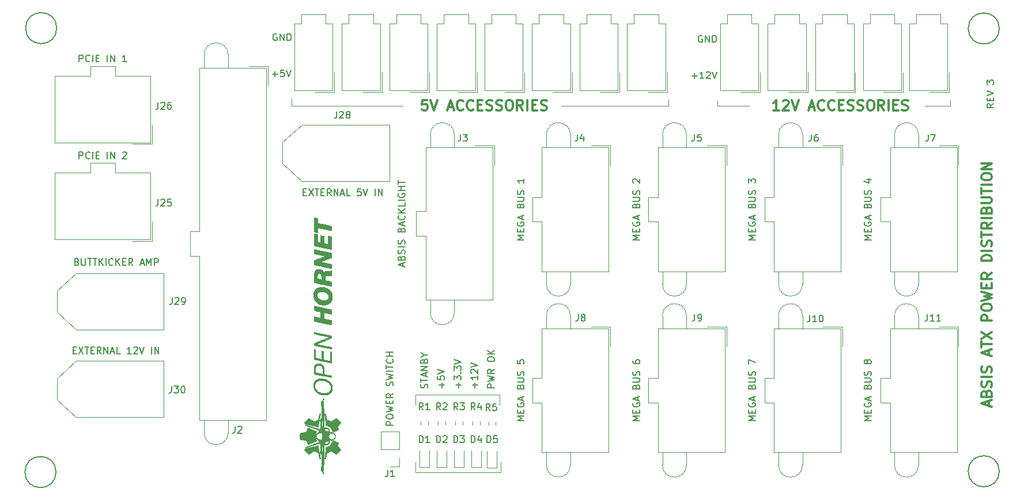
<source format=gbr>
%TF.GenerationSoftware,KiCad,Pcbnew,(5.1.12-1-10_14)*%
%TF.CreationDate,2021-11-27T15:53:19+11:00*%
%TF.ProjectId,ATX_PSU_Board,4154585f-5053-4555-9f42-6f6172642e6b,rev?*%
%TF.SameCoordinates,Original*%
%TF.FileFunction,Legend,Top*%
%TF.FilePolarity,Positive*%
%FSLAX46Y46*%
G04 Gerber Fmt 4.6, Leading zero omitted, Abs format (unit mm)*
G04 Created by KiCad (PCBNEW (5.1.12-1-10_14)) date 2021-11-27 15:53:19*
%MOMM*%
%LPD*%
G01*
G04 APERTURE LIST*
%ADD10C,0.150000*%
%ADD11C,0.120000*%
%ADD12C,0.300000*%
%ADD13C,0.010000*%
G04 APERTURE END LIST*
D10*
X134111095Y-63317428D02*
X134873000Y-63317428D01*
X134492047Y-63698380D02*
X134492047Y-62936476D01*
X135873000Y-63698380D02*
X135301571Y-63698380D01*
X135587285Y-63698380D02*
X135587285Y-62698380D01*
X135492047Y-62841238D01*
X135396809Y-62936476D01*
X135301571Y-62984095D01*
X136253952Y-62793619D02*
X136301571Y-62746000D01*
X136396809Y-62698380D01*
X136634904Y-62698380D01*
X136730142Y-62746000D01*
X136777761Y-62793619D01*
X136825380Y-62888857D01*
X136825380Y-62984095D01*
X136777761Y-63126952D01*
X136206333Y-63698380D01*
X136825380Y-63698380D01*
X137111095Y-62698380D02*
X137444428Y-63698380D01*
X137777761Y-62698380D01*
X135619095Y-57412000D02*
X135523857Y-57364380D01*
X135381000Y-57364380D01*
X135238142Y-57412000D01*
X135142904Y-57507238D01*
X135095285Y-57602476D01*
X135047666Y-57792952D01*
X135047666Y-57935809D01*
X135095285Y-58126285D01*
X135142904Y-58221523D01*
X135238142Y-58316761D01*
X135381000Y-58364380D01*
X135476238Y-58364380D01*
X135619095Y-58316761D01*
X135666714Y-58269142D01*
X135666714Y-57935809D01*
X135476238Y-57935809D01*
X136095285Y-58364380D02*
X136095285Y-57364380D01*
X136666714Y-58364380D01*
X136666714Y-57364380D01*
X137142904Y-58364380D02*
X137142904Y-57364380D01*
X137381000Y-57364380D01*
X137523857Y-57412000D01*
X137619095Y-57507238D01*
X137666714Y-57602476D01*
X137714333Y-57792952D01*
X137714333Y-57935809D01*
X137666714Y-58126285D01*
X137619095Y-58221523D01*
X137523857Y-58316761D01*
X137381000Y-58364380D01*
X137142904Y-58364380D01*
X72484285Y-63063428D02*
X73246190Y-63063428D01*
X72865238Y-63444380D02*
X72865238Y-62682476D01*
X74198571Y-62444380D02*
X73722380Y-62444380D01*
X73674761Y-62920571D01*
X73722380Y-62872952D01*
X73817619Y-62825333D01*
X74055714Y-62825333D01*
X74150952Y-62872952D01*
X74198571Y-62920571D01*
X74246190Y-63015809D01*
X74246190Y-63253904D01*
X74198571Y-63349142D01*
X74150952Y-63396761D01*
X74055714Y-63444380D01*
X73817619Y-63444380D01*
X73722380Y-63396761D01*
X73674761Y-63349142D01*
X74531904Y-62444380D02*
X74865238Y-63444380D01*
X75198571Y-62444380D01*
X73135095Y-57158000D02*
X73039857Y-57110380D01*
X72897000Y-57110380D01*
X72754142Y-57158000D01*
X72658904Y-57253238D01*
X72611285Y-57348476D01*
X72563666Y-57538952D01*
X72563666Y-57681809D01*
X72611285Y-57872285D01*
X72658904Y-57967523D01*
X72754142Y-58062761D01*
X72897000Y-58110380D01*
X72992238Y-58110380D01*
X73135095Y-58062761D01*
X73182714Y-58015142D01*
X73182714Y-57681809D01*
X72992238Y-57681809D01*
X73611285Y-58110380D02*
X73611285Y-57110380D01*
X74182714Y-58110380D01*
X74182714Y-57110380D01*
X74658904Y-58110380D02*
X74658904Y-57110380D01*
X74897000Y-57110380D01*
X75039857Y-57158000D01*
X75135095Y-57253238D01*
X75182714Y-57348476D01*
X75230333Y-57538952D01*
X75230333Y-57681809D01*
X75182714Y-57872285D01*
X75135095Y-57967523D01*
X75039857Y-58062761D01*
X74897000Y-58110380D01*
X74658904Y-58110380D01*
X178452380Y-67428571D02*
X177976190Y-67761904D01*
X178452380Y-68000000D02*
X177452380Y-68000000D01*
X177452380Y-67619047D01*
X177500000Y-67523809D01*
X177547619Y-67476190D01*
X177642857Y-67428571D01*
X177785714Y-67428571D01*
X177880952Y-67476190D01*
X177928571Y-67523809D01*
X177976190Y-67619047D01*
X177976190Y-68000000D01*
X177928571Y-67000000D02*
X177928571Y-66666666D01*
X178452380Y-66523809D02*
X178452380Y-67000000D01*
X177452380Y-67000000D01*
X177452380Y-66523809D01*
X177452380Y-66238095D02*
X178452380Y-65904761D01*
X177452380Y-65571428D01*
X177452380Y-64571428D02*
X177452380Y-63952380D01*
X177833333Y-64285714D01*
X177833333Y-64142857D01*
X177880952Y-64047619D01*
X177928571Y-64000000D01*
X178023809Y-63952380D01*
X178261904Y-63952380D01*
X178357142Y-64000000D01*
X178404761Y-64047619D01*
X178452380Y-64142857D01*
X178452380Y-64428571D01*
X178404761Y-64523809D01*
X178357142Y-64571428D01*
D11*
X172068000Y-67691000D02*
X172068000Y-66802000D01*
X168385000Y-67691000D02*
X172068000Y-67691000D01*
X137905000Y-67691000D02*
X142604000Y-67691000D01*
X137905000Y-66929000D02*
X137905000Y-67691000D01*
D12*
X146928685Y-68369571D02*
X146071542Y-68369571D01*
X146500114Y-68369571D02*
X146500114Y-66869571D01*
X146357257Y-67083857D01*
X146214400Y-67226714D01*
X146071542Y-67298142D01*
X147500114Y-67012428D02*
X147571542Y-66941000D01*
X147714400Y-66869571D01*
X148071542Y-66869571D01*
X148214400Y-66941000D01*
X148285828Y-67012428D01*
X148357257Y-67155285D01*
X148357257Y-67298142D01*
X148285828Y-67512428D01*
X147428685Y-68369571D01*
X148357257Y-68369571D01*
X148785828Y-66869571D02*
X149285828Y-68369571D01*
X149785828Y-66869571D01*
X151357257Y-67941000D02*
X152071542Y-67941000D01*
X151214400Y-68369571D02*
X151714400Y-66869571D01*
X152214400Y-68369571D01*
X153571542Y-68226714D02*
X153500114Y-68298142D01*
X153285828Y-68369571D01*
X153142971Y-68369571D01*
X152928685Y-68298142D01*
X152785828Y-68155285D01*
X152714400Y-68012428D01*
X152642971Y-67726714D01*
X152642971Y-67512428D01*
X152714400Y-67226714D01*
X152785828Y-67083857D01*
X152928685Y-66941000D01*
X153142971Y-66869571D01*
X153285828Y-66869571D01*
X153500114Y-66941000D01*
X153571542Y-67012428D01*
X155071542Y-68226714D02*
X155000114Y-68298142D01*
X154785828Y-68369571D01*
X154642971Y-68369571D01*
X154428685Y-68298142D01*
X154285828Y-68155285D01*
X154214400Y-68012428D01*
X154142971Y-67726714D01*
X154142971Y-67512428D01*
X154214400Y-67226714D01*
X154285828Y-67083857D01*
X154428685Y-66941000D01*
X154642971Y-66869571D01*
X154785828Y-66869571D01*
X155000114Y-66941000D01*
X155071542Y-67012428D01*
X155714400Y-67583857D02*
X156214400Y-67583857D01*
X156428685Y-68369571D02*
X155714400Y-68369571D01*
X155714400Y-66869571D01*
X156428685Y-66869571D01*
X157000114Y-68298142D02*
X157214400Y-68369571D01*
X157571542Y-68369571D01*
X157714400Y-68298142D01*
X157785828Y-68226714D01*
X157857257Y-68083857D01*
X157857257Y-67941000D01*
X157785828Y-67798142D01*
X157714400Y-67726714D01*
X157571542Y-67655285D01*
X157285828Y-67583857D01*
X157142971Y-67512428D01*
X157071542Y-67441000D01*
X157000114Y-67298142D01*
X157000114Y-67155285D01*
X157071542Y-67012428D01*
X157142971Y-66941000D01*
X157285828Y-66869571D01*
X157642971Y-66869571D01*
X157857257Y-66941000D01*
X158428685Y-68298142D02*
X158642971Y-68369571D01*
X159000114Y-68369571D01*
X159142971Y-68298142D01*
X159214400Y-68226714D01*
X159285828Y-68083857D01*
X159285828Y-67941000D01*
X159214400Y-67798142D01*
X159142971Y-67726714D01*
X159000114Y-67655285D01*
X158714400Y-67583857D01*
X158571542Y-67512428D01*
X158500114Y-67441000D01*
X158428685Y-67298142D01*
X158428685Y-67155285D01*
X158500114Y-67012428D01*
X158571542Y-66941000D01*
X158714400Y-66869571D01*
X159071542Y-66869571D01*
X159285828Y-66941000D01*
X160214400Y-66869571D02*
X160500114Y-66869571D01*
X160642971Y-66941000D01*
X160785828Y-67083857D01*
X160857257Y-67369571D01*
X160857257Y-67869571D01*
X160785828Y-68155285D01*
X160642971Y-68298142D01*
X160500114Y-68369571D01*
X160214400Y-68369571D01*
X160071542Y-68298142D01*
X159928685Y-68155285D01*
X159857257Y-67869571D01*
X159857257Y-67369571D01*
X159928685Y-67083857D01*
X160071542Y-66941000D01*
X160214400Y-66869571D01*
X162357257Y-68369571D02*
X161857257Y-67655285D01*
X161500114Y-68369571D02*
X161500114Y-66869571D01*
X162071542Y-66869571D01*
X162214400Y-66941000D01*
X162285828Y-67012428D01*
X162357257Y-67155285D01*
X162357257Y-67369571D01*
X162285828Y-67512428D01*
X162214400Y-67583857D01*
X162071542Y-67655285D01*
X161500114Y-67655285D01*
X163000114Y-68369571D02*
X163000114Y-66869571D01*
X163714400Y-67583857D02*
X164214400Y-67583857D01*
X164428685Y-68369571D02*
X163714400Y-68369571D01*
X163714400Y-66869571D01*
X164428685Y-66869571D01*
X165000114Y-68298142D02*
X165214400Y-68369571D01*
X165571542Y-68369571D01*
X165714400Y-68298142D01*
X165785828Y-68226714D01*
X165857257Y-68083857D01*
X165857257Y-67941000D01*
X165785828Y-67798142D01*
X165714400Y-67726714D01*
X165571542Y-67655285D01*
X165285828Y-67583857D01*
X165142971Y-67512428D01*
X165071542Y-67441000D01*
X165000114Y-67298142D01*
X165000114Y-67155285D01*
X165071542Y-67012428D01*
X165142971Y-66941000D01*
X165285828Y-66869571D01*
X165642971Y-66869571D01*
X165857257Y-66941000D01*
D11*
X130666000Y-67691000D02*
X130666000Y-66802000D01*
X114918000Y-67691000D02*
X130666000Y-67691000D01*
X75294000Y-67691000D02*
X91677000Y-67691000D01*
X75294000Y-66675000D02*
X75294000Y-67691000D01*
D12*
X95222142Y-66869571D02*
X94507857Y-66869571D01*
X94436428Y-67583857D01*
X94507857Y-67512428D01*
X94650714Y-67441000D01*
X95007857Y-67441000D01*
X95150714Y-67512428D01*
X95222142Y-67583857D01*
X95293571Y-67726714D01*
X95293571Y-68083857D01*
X95222142Y-68226714D01*
X95150714Y-68298142D01*
X95007857Y-68369571D01*
X94650714Y-68369571D01*
X94507857Y-68298142D01*
X94436428Y-68226714D01*
X95722142Y-66869571D02*
X96222142Y-68369571D01*
X96722142Y-66869571D01*
X98293571Y-67941000D02*
X99007857Y-67941000D01*
X98150714Y-68369571D02*
X98650714Y-66869571D01*
X99150714Y-68369571D01*
X100507857Y-68226714D02*
X100436428Y-68298142D01*
X100222142Y-68369571D01*
X100079285Y-68369571D01*
X99865000Y-68298142D01*
X99722142Y-68155285D01*
X99650714Y-68012428D01*
X99579285Y-67726714D01*
X99579285Y-67512428D01*
X99650714Y-67226714D01*
X99722142Y-67083857D01*
X99865000Y-66941000D01*
X100079285Y-66869571D01*
X100222142Y-66869571D01*
X100436428Y-66941000D01*
X100507857Y-67012428D01*
X102007857Y-68226714D02*
X101936428Y-68298142D01*
X101722142Y-68369571D01*
X101579285Y-68369571D01*
X101365000Y-68298142D01*
X101222142Y-68155285D01*
X101150714Y-68012428D01*
X101079285Y-67726714D01*
X101079285Y-67512428D01*
X101150714Y-67226714D01*
X101222142Y-67083857D01*
X101365000Y-66941000D01*
X101579285Y-66869571D01*
X101722142Y-66869571D01*
X101936428Y-66941000D01*
X102007857Y-67012428D01*
X102650714Y-67583857D02*
X103150714Y-67583857D01*
X103365000Y-68369571D02*
X102650714Y-68369571D01*
X102650714Y-66869571D01*
X103365000Y-66869571D01*
X103936428Y-68298142D02*
X104150714Y-68369571D01*
X104507857Y-68369571D01*
X104650714Y-68298142D01*
X104722142Y-68226714D01*
X104793571Y-68083857D01*
X104793571Y-67941000D01*
X104722142Y-67798142D01*
X104650714Y-67726714D01*
X104507857Y-67655285D01*
X104222142Y-67583857D01*
X104079285Y-67512428D01*
X104007857Y-67441000D01*
X103936428Y-67298142D01*
X103936428Y-67155285D01*
X104007857Y-67012428D01*
X104079285Y-66941000D01*
X104222142Y-66869571D01*
X104579285Y-66869571D01*
X104793571Y-66941000D01*
X105365000Y-68298142D02*
X105579285Y-68369571D01*
X105936428Y-68369571D01*
X106079285Y-68298142D01*
X106150714Y-68226714D01*
X106222142Y-68083857D01*
X106222142Y-67941000D01*
X106150714Y-67798142D01*
X106079285Y-67726714D01*
X105936428Y-67655285D01*
X105650714Y-67583857D01*
X105507857Y-67512428D01*
X105436428Y-67441000D01*
X105365000Y-67298142D01*
X105365000Y-67155285D01*
X105436428Y-67012428D01*
X105507857Y-66941000D01*
X105650714Y-66869571D01*
X106007857Y-66869571D01*
X106222142Y-66941000D01*
X107150714Y-66869571D02*
X107436428Y-66869571D01*
X107579285Y-66941000D01*
X107722142Y-67083857D01*
X107793571Y-67369571D01*
X107793571Y-67869571D01*
X107722142Y-68155285D01*
X107579285Y-68298142D01*
X107436428Y-68369571D01*
X107150714Y-68369571D01*
X107007857Y-68298142D01*
X106865000Y-68155285D01*
X106793571Y-67869571D01*
X106793571Y-67369571D01*
X106865000Y-67083857D01*
X107007857Y-66941000D01*
X107150714Y-66869571D01*
X109293571Y-68369571D02*
X108793571Y-67655285D01*
X108436428Y-68369571D02*
X108436428Y-66869571D01*
X109007857Y-66869571D01*
X109150714Y-66941000D01*
X109222142Y-67012428D01*
X109293571Y-67155285D01*
X109293571Y-67369571D01*
X109222142Y-67512428D01*
X109150714Y-67583857D01*
X109007857Y-67655285D01*
X108436428Y-67655285D01*
X109936428Y-68369571D02*
X109936428Y-66869571D01*
X110650714Y-67583857D02*
X111150714Y-67583857D01*
X111365000Y-68369571D02*
X110650714Y-68369571D01*
X110650714Y-66869571D01*
X111365000Y-66869571D01*
X111936428Y-68298142D02*
X112150714Y-68369571D01*
X112507857Y-68369571D01*
X112650714Y-68298142D01*
X112722142Y-68226714D01*
X112793571Y-68083857D01*
X112793571Y-67941000D01*
X112722142Y-67798142D01*
X112650714Y-67726714D01*
X112507857Y-67655285D01*
X112222142Y-67583857D01*
X112079285Y-67512428D01*
X112007857Y-67441000D01*
X111936428Y-67298142D01*
X111936428Y-67155285D01*
X112007857Y-67012428D01*
X112079285Y-66941000D01*
X112222142Y-66869571D01*
X112579285Y-66869571D01*
X112793571Y-66941000D01*
D10*
X105083380Y-109208433D02*
X104083380Y-109208433D01*
X104083380Y-108827481D01*
X104131000Y-108732243D01*
X104178619Y-108684624D01*
X104273857Y-108637005D01*
X104416714Y-108637005D01*
X104511952Y-108684624D01*
X104559571Y-108732243D01*
X104607190Y-108827481D01*
X104607190Y-109208433D01*
X104083380Y-108303671D02*
X105083380Y-108065576D01*
X104369095Y-107875100D01*
X105083380Y-107684624D01*
X104083380Y-107446529D01*
X105083380Y-106494148D02*
X104607190Y-106827481D01*
X105083380Y-107065576D02*
X104083380Y-107065576D01*
X104083380Y-106684624D01*
X104131000Y-106589386D01*
X104178619Y-106541767D01*
X104273857Y-106494148D01*
X104416714Y-106494148D01*
X104511952Y-106541767D01*
X104559571Y-106589386D01*
X104607190Y-106684624D01*
X104607190Y-107065576D01*
X104083380Y-105113195D02*
X104083380Y-104922719D01*
X104131000Y-104827481D01*
X104226238Y-104732243D01*
X104416714Y-104684624D01*
X104750047Y-104684624D01*
X104940523Y-104732243D01*
X105035761Y-104827481D01*
X105083380Y-104922719D01*
X105083380Y-105113195D01*
X105035761Y-105208433D01*
X104940523Y-105303671D01*
X104750047Y-105351290D01*
X104416714Y-105351290D01*
X104226238Y-105303671D01*
X104131000Y-105208433D01*
X104083380Y-105113195D01*
X105083380Y-104256052D02*
X104083380Y-104256052D01*
X105083380Y-103684624D02*
X104511952Y-104113195D01*
X104083380Y-103684624D02*
X104654809Y-104256052D01*
D12*
X177750000Y-111892857D02*
X177750000Y-111178571D01*
X178178571Y-112035714D02*
X176678571Y-111535714D01*
X178178571Y-111035714D01*
X177392857Y-110035714D02*
X177464285Y-109821428D01*
X177535714Y-109750000D01*
X177678571Y-109678571D01*
X177892857Y-109678571D01*
X178035714Y-109750000D01*
X178107142Y-109821428D01*
X178178571Y-109964285D01*
X178178571Y-110535714D01*
X176678571Y-110535714D01*
X176678571Y-110035714D01*
X176750000Y-109892857D01*
X176821428Y-109821428D01*
X176964285Y-109750000D01*
X177107142Y-109750000D01*
X177250000Y-109821428D01*
X177321428Y-109892857D01*
X177392857Y-110035714D01*
X177392857Y-110535714D01*
X178107142Y-109107142D02*
X178178571Y-108892857D01*
X178178571Y-108535714D01*
X178107142Y-108392857D01*
X178035714Y-108321428D01*
X177892857Y-108250000D01*
X177750000Y-108250000D01*
X177607142Y-108321428D01*
X177535714Y-108392857D01*
X177464285Y-108535714D01*
X177392857Y-108821428D01*
X177321428Y-108964285D01*
X177250000Y-109035714D01*
X177107142Y-109107142D01*
X176964285Y-109107142D01*
X176821428Y-109035714D01*
X176750000Y-108964285D01*
X176678571Y-108821428D01*
X176678571Y-108464285D01*
X176750000Y-108250000D01*
X178178571Y-107607142D02*
X176678571Y-107607142D01*
X178107142Y-106964285D02*
X178178571Y-106750000D01*
X178178571Y-106392857D01*
X178107142Y-106250000D01*
X178035714Y-106178571D01*
X177892857Y-106107142D01*
X177750000Y-106107142D01*
X177607142Y-106178571D01*
X177535714Y-106250000D01*
X177464285Y-106392857D01*
X177392857Y-106678571D01*
X177321428Y-106821428D01*
X177250000Y-106892857D01*
X177107142Y-106964285D01*
X176964285Y-106964285D01*
X176821428Y-106892857D01*
X176750000Y-106821428D01*
X176678571Y-106678571D01*
X176678571Y-106321428D01*
X176750000Y-106107142D01*
X177750000Y-104392857D02*
X177750000Y-103678571D01*
X178178571Y-104535714D02*
X176678571Y-104035714D01*
X178178571Y-103535714D01*
X176678571Y-103250000D02*
X176678571Y-102392857D01*
X178178571Y-102821428D02*
X176678571Y-102821428D01*
X176678571Y-102035714D02*
X178178571Y-101035714D01*
X176678571Y-101035714D02*
X178178571Y-102035714D01*
X178178571Y-99321428D02*
X176678571Y-99321428D01*
X176678571Y-98750000D01*
X176750000Y-98607142D01*
X176821428Y-98535714D01*
X176964285Y-98464285D01*
X177178571Y-98464285D01*
X177321428Y-98535714D01*
X177392857Y-98607142D01*
X177464285Y-98750000D01*
X177464285Y-99321428D01*
X176678571Y-97535714D02*
X176678571Y-97250000D01*
X176750000Y-97107142D01*
X176892857Y-96964285D01*
X177178571Y-96892857D01*
X177678571Y-96892857D01*
X177964285Y-96964285D01*
X178107142Y-97107142D01*
X178178571Y-97250000D01*
X178178571Y-97535714D01*
X178107142Y-97678571D01*
X177964285Y-97821428D01*
X177678571Y-97892857D01*
X177178571Y-97892857D01*
X176892857Y-97821428D01*
X176750000Y-97678571D01*
X176678571Y-97535714D01*
X176678571Y-96392857D02*
X178178571Y-96035714D01*
X177107142Y-95750000D01*
X178178571Y-95464285D01*
X176678571Y-95107142D01*
X177392857Y-94535714D02*
X177392857Y-94035714D01*
X178178571Y-93821428D02*
X178178571Y-94535714D01*
X176678571Y-94535714D01*
X176678571Y-93821428D01*
X178178571Y-92321428D02*
X177464285Y-92821428D01*
X178178571Y-93178571D02*
X176678571Y-93178571D01*
X176678571Y-92607142D01*
X176750000Y-92464285D01*
X176821428Y-92392857D01*
X176964285Y-92321428D01*
X177178571Y-92321428D01*
X177321428Y-92392857D01*
X177392857Y-92464285D01*
X177464285Y-92607142D01*
X177464285Y-93178571D01*
X178178571Y-90535714D02*
X176678571Y-90535714D01*
X176678571Y-90178571D01*
X176750000Y-89964285D01*
X176892857Y-89821428D01*
X177035714Y-89750000D01*
X177321428Y-89678571D01*
X177535714Y-89678571D01*
X177821428Y-89750000D01*
X177964285Y-89821428D01*
X178107142Y-89964285D01*
X178178571Y-90178571D01*
X178178571Y-90535714D01*
X178178571Y-89035714D02*
X176678571Y-89035714D01*
X178107142Y-88392857D02*
X178178571Y-88178571D01*
X178178571Y-87821428D01*
X178107142Y-87678571D01*
X178035714Y-87607142D01*
X177892857Y-87535714D01*
X177750000Y-87535714D01*
X177607142Y-87607142D01*
X177535714Y-87678571D01*
X177464285Y-87821428D01*
X177392857Y-88107142D01*
X177321428Y-88250000D01*
X177250000Y-88321428D01*
X177107142Y-88392857D01*
X176964285Y-88392857D01*
X176821428Y-88321428D01*
X176750000Y-88250000D01*
X176678571Y-88107142D01*
X176678571Y-87750000D01*
X176750000Y-87535714D01*
X176678571Y-87107142D02*
X176678571Y-86250000D01*
X178178571Y-86678571D02*
X176678571Y-86678571D01*
X178178571Y-84892857D02*
X177464285Y-85392857D01*
X178178571Y-85750000D02*
X176678571Y-85750000D01*
X176678571Y-85178571D01*
X176750000Y-85035714D01*
X176821428Y-84964285D01*
X176964285Y-84892857D01*
X177178571Y-84892857D01*
X177321428Y-84964285D01*
X177392857Y-85035714D01*
X177464285Y-85178571D01*
X177464285Y-85750000D01*
X178178571Y-84250000D02*
X176678571Y-84250000D01*
X177392857Y-83035714D02*
X177464285Y-82821428D01*
X177535714Y-82750000D01*
X177678571Y-82678571D01*
X177892857Y-82678571D01*
X178035714Y-82750000D01*
X178107142Y-82821428D01*
X178178571Y-82964285D01*
X178178571Y-83535714D01*
X176678571Y-83535714D01*
X176678571Y-83035714D01*
X176750000Y-82892857D01*
X176821428Y-82821428D01*
X176964285Y-82750000D01*
X177107142Y-82750000D01*
X177250000Y-82821428D01*
X177321428Y-82892857D01*
X177392857Y-83035714D01*
X177392857Y-83535714D01*
X176678571Y-82035714D02*
X177892857Y-82035714D01*
X178035714Y-81964285D01*
X178107142Y-81892857D01*
X178178571Y-81750000D01*
X178178571Y-81464285D01*
X178107142Y-81321428D01*
X178035714Y-81250000D01*
X177892857Y-81178571D01*
X176678571Y-81178571D01*
X176678571Y-80678571D02*
X176678571Y-79821428D01*
X178178571Y-80250000D02*
X176678571Y-80250000D01*
X178178571Y-79321428D02*
X176678571Y-79321428D01*
X176678571Y-78321428D02*
X176678571Y-78035714D01*
X176750000Y-77892857D01*
X176892857Y-77750000D01*
X177178571Y-77678571D01*
X177678571Y-77678571D01*
X177964285Y-77750000D01*
X178107142Y-77892857D01*
X178178571Y-78035714D01*
X178178571Y-78321428D01*
X178107142Y-78464285D01*
X177964285Y-78607142D01*
X177678571Y-78678571D01*
X177178571Y-78678571D01*
X176892857Y-78607142D01*
X176750000Y-78464285D01*
X176678571Y-78321428D01*
X178178571Y-77035714D02*
X176678571Y-77035714D01*
X178178571Y-76178571D01*
X176678571Y-76178571D01*
D11*
X106028000Y-120116600D02*
X106028000Y-121659600D01*
X106028000Y-121659600D02*
X93536000Y-121659600D01*
X93536000Y-121659600D02*
X93536000Y-120135600D01*
X105901000Y-110229600D02*
X105901000Y-111753600D01*
X93536000Y-110229600D02*
X105901000Y-110229600D01*
X93536000Y-111753600D02*
X93536000Y-110229600D01*
D10*
X102257678Y-109208433D02*
X102257678Y-108446529D01*
X102638630Y-108827481D02*
X101876726Y-108827481D01*
X102638630Y-107446529D02*
X102638630Y-108017957D01*
X102638630Y-107732243D02*
X101638630Y-107732243D01*
X101781488Y-107827481D01*
X101876726Y-107922719D01*
X101924345Y-108017957D01*
X101733869Y-107065576D02*
X101686250Y-107017957D01*
X101638630Y-106922719D01*
X101638630Y-106684624D01*
X101686250Y-106589386D01*
X101733869Y-106541767D01*
X101829107Y-106494148D01*
X101924345Y-106494148D01*
X102067202Y-106541767D01*
X102638630Y-107113195D01*
X102638630Y-106494148D01*
X101638630Y-106208433D02*
X102638630Y-105875100D01*
X101638630Y-105541767D01*
X99812928Y-109208433D02*
X99812928Y-108446529D01*
X100193880Y-108827481D02*
X99431976Y-108827481D01*
X99193880Y-108065576D02*
X99193880Y-107446529D01*
X99574833Y-107779862D01*
X99574833Y-107637005D01*
X99622452Y-107541767D01*
X99670071Y-107494148D01*
X99765309Y-107446529D01*
X100003404Y-107446529D01*
X100098642Y-107494148D01*
X100146261Y-107541767D01*
X100193880Y-107637005D01*
X100193880Y-107922719D01*
X100146261Y-108017957D01*
X100098642Y-108065576D01*
X100098642Y-107017957D02*
X100146261Y-106970338D01*
X100193880Y-107017957D01*
X100146261Y-107065576D01*
X100098642Y-107017957D01*
X100193880Y-107017957D01*
X99193880Y-106637005D02*
X99193880Y-106017957D01*
X99574833Y-106351290D01*
X99574833Y-106208433D01*
X99622452Y-106113195D01*
X99670071Y-106065576D01*
X99765309Y-106017957D01*
X100003404Y-106017957D01*
X100098642Y-106065576D01*
X100146261Y-106113195D01*
X100193880Y-106208433D01*
X100193880Y-106494148D01*
X100146261Y-106589386D01*
X100098642Y-106637005D01*
X99193880Y-105732243D02*
X100193880Y-105398909D01*
X99193880Y-105065576D01*
X97368178Y-109208433D02*
X97368178Y-108446529D01*
X97749130Y-108827481D02*
X96987226Y-108827481D01*
X96749130Y-107494148D02*
X96749130Y-107970338D01*
X97225321Y-108017957D01*
X97177702Y-107970338D01*
X97130083Y-107875100D01*
X97130083Y-107637005D01*
X97177702Y-107541767D01*
X97225321Y-107494148D01*
X97320559Y-107446529D01*
X97558654Y-107446529D01*
X97653892Y-107494148D01*
X97701511Y-107541767D01*
X97749130Y-107637005D01*
X97749130Y-107875100D01*
X97701511Y-107970338D01*
X97653892Y-108017957D01*
X96749130Y-107160814D02*
X97749130Y-106827481D01*
X96749130Y-106494148D01*
X95256761Y-109256052D02*
X95304380Y-109113195D01*
X95304380Y-108875100D01*
X95256761Y-108779862D01*
X95209142Y-108732243D01*
X95113904Y-108684624D01*
X95018666Y-108684624D01*
X94923428Y-108732243D01*
X94875809Y-108779862D01*
X94828190Y-108875100D01*
X94780571Y-109065576D01*
X94732952Y-109160814D01*
X94685333Y-109208433D01*
X94590095Y-109256052D01*
X94494857Y-109256052D01*
X94399619Y-109208433D01*
X94352000Y-109160814D01*
X94304380Y-109065576D01*
X94304380Y-108827481D01*
X94352000Y-108684624D01*
X94304380Y-108398909D02*
X94304380Y-107827481D01*
X95304380Y-108113195D02*
X94304380Y-108113195D01*
X95018666Y-107541767D02*
X95018666Y-107065576D01*
X95304380Y-107637005D02*
X94304380Y-107303671D01*
X95304380Y-106970338D01*
X95304380Y-106637005D02*
X94304380Y-106637005D01*
X95304380Y-106065576D01*
X94304380Y-106065576D01*
X94780571Y-105256052D02*
X94828190Y-105113195D01*
X94875809Y-105065576D01*
X94971047Y-105017957D01*
X95113904Y-105017957D01*
X95209142Y-105065576D01*
X95256761Y-105113195D01*
X95304380Y-105208433D01*
X95304380Y-105589386D01*
X94304380Y-105589386D01*
X94304380Y-105256052D01*
X94352000Y-105160814D01*
X94399619Y-105113195D01*
X94494857Y-105065576D01*
X94590095Y-105065576D01*
X94685333Y-105113195D01*
X94732952Y-105160814D01*
X94780571Y-105256052D01*
X94780571Y-105589386D01*
X94828190Y-104398909D02*
X95304380Y-104398909D01*
X94304380Y-104732243D02*
X94828190Y-104398909D01*
X94304380Y-104065576D01*
D11*
%TO.C,J25*%
X47550000Y-87360000D02*
X54560000Y-87360000D01*
X54560000Y-87360000D02*
X54560000Y-77540000D01*
X54560000Y-77540000D02*
X49360000Y-77540000D01*
X49360000Y-77540000D02*
X49360000Y-76140000D01*
X49360000Y-76140000D02*
X47550000Y-76140000D01*
X47550000Y-87360000D02*
X40540000Y-87360000D01*
X40540000Y-87360000D02*
X40540000Y-77540000D01*
X40540000Y-77540000D02*
X45740000Y-77540000D01*
X45740000Y-77540000D02*
X45740000Y-76140000D01*
X45740000Y-76140000D02*
X47550000Y-76140000D01*
X51950000Y-87600000D02*
X54800000Y-87600000D01*
X54800000Y-87600000D02*
X54800000Y-84750000D01*
%TO.C,J26*%
X47550000Y-73110000D02*
X54560000Y-73110000D01*
X54560000Y-73110000D02*
X54560000Y-63290000D01*
X54560000Y-63290000D02*
X49360000Y-63290000D01*
X49360000Y-63290000D02*
X49360000Y-61890000D01*
X49360000Y-61890000D02*
X47550000Y-61890000D01*
X47550000Y-73110000D02*
X40540000Y-73110000D01*
X40540000Y-73110000D02*
X40540000Y-63290000D01*
X40540000Y-63290000D02*
X45740000Y-63290000D01*
X45740000Y-63290000D02*
X45740000Y-61890000D01*
X45740000Y-61890000D02*
X47550000Y-61890000D01*
X51950000Y-73350000D02*
X54800000Y-73350000D01*
X54800000Y-73350000D02*
X54800000Y-70500000D01*
%TO.C,J30*%
X40805200Y-110976800D02*
X43655200Y-113576800D01*
X43655200Y-105276800D02*
X40805200Y-107826800D01*
X56505200Y-113576800D02*
X56505200Y-105276800D01*
X43655200Y-113576800D02*
X56505200Y-113576800D01*
X40805200Y-107826800D02*
X40805200Y-110976800D01*
X56505200Y-105276800D02*
X43655200Y-105276800D01*
%TO.C,J29*%
X56505200Y-92376400D02*
X43655200Y-92376400D01*
X40805200Y-94926400D02*
X40805200Y-98076400D01*
X43655200Y-100676400D02*
X56505200Y-100676400D01*
X56505200Y-100676400D02*
X56505200Y-92376400D01*
X43655200Y-92376400D02*
X40805200Y-94926400D01*
X40805200Y-98076400D02*
X43655200Y-100676400D01*
%TO.C,J20*%
X168867600Y-65453600D02*
X171677600Y-65453600D01*
X171677600Y-65453600D02*
X171677600Y-55633600D01*
X171677600Y-55633600D02*
X170677600Y-55633600D01*
X170677600Y-55633600D02*
X170677600Y-54233600D01*
X170677600Y-54233600D02*
X168867600Y-54233600D01*
X168867600Y-65453600D02*
X166057600Y-65453600D01*
X166057600Y-65453600D02*
X166057600Y-55633600D01*
X166057600Y-55633600D02*
X167057600Y-55633600D01*
X167057600Y-55633600D02*
X167057600Y-54233600D01*
X167057600Y-54233600D02*
X168867600Y-54233600D01*
X169067600Y-65693600D02*
X171917600Y-65693600D01*
X171917600Y-65693600D02*
X171917600Y-62843600D01*
%TO.C,J11*%
X167416400Y-98601800D02*
X167416400Y-100491800D01*
X163896400Y-98601800D02*
X163896400Y-100491800D01*
X167416400Y-120601800D02*
X167416400Y-118711800D01*
X163896400Y-120601800D02*
X163896400Y-118711800D01*
X173056400Y-109601800D02*
X173056400Y-100491800D01*
X173056400Y-100491800D02*
X163236400Y-100491800D01*
X163236400Y-100491800D02*
X163236400Y-107791800D01*
X163236400Y-107791800D02*
X161836400Y-107791800D01*
X161836400Y-107791800D02*
X161836400Y-109601800D01*
X173056400Y-109601800D02*
X173056400Y-118711800D01*
X173056400Y-118711800D02*
X163236400Y-118711800D01*
X163236400Y-118711800D02*
X163236400Y-111411800D01*
X163236400Y-111411800D02*
X161836400Y-111411800D01*
X161836400Y-111411800D02*
X161836400Y-109601800D01*
X173296400Y-103101800D02*
X173296400Y-100251800D01*
X173296400Y-100251800D02*
X170446400Y-100251800D01*
X163896400Y-120601800D02*
G75*
G03*
X167416400Y-120601800I1760000J0D01*
G01*
X167416400Y-98601800D02*
G75*
G03*
X163896400Y-98601800I-1760000J0D01*
G01*
%TO.C,J24*%
X141083632Y-65467200D02*
X143893632Y-65467200D01*
X143893632Y-65467200D02*
X143893632Y-55647200D01*
X143893632Y-55647200D02*
X142893632Y-55647200D01*
X142893632Y-55647200D02*
X142893632Y-54247200D01*
X142893632Y-54247200D02*
X141083632Y-54247200D01*
X141083632Y-65467200D02*
X138273632Y-65467200D01*
X138273632Y-65467200D02*
X138273632Y-55647200D01*
X138273632Y-55647200D02*
X139273632Y-55647200D01*
X139273632Y-55647200D02*
X139273632Y-54247200D01*
X139273632Y-54247200D02*
X141083632Y-54247200D01*
X141283632Y-65707200D02*
X144133632Y-65707200D01*
X144133632Y-65707200D02*
X144133632Y-62857200D01*
%TO.C,J23*%
X148086774Y-65467200D02*
X150896774Y-65467200D01*
X150896774Y-65467200D02*
X150896774Y-55647200D01*
X150896774Y-55647200D02*
X149896774Y-55647200D01*
X149896774Y-55647200D02*
X149896774Y-54247200D01*
X149896774Y-54247200D02*
X148086774Y-54247200D01*
X148086774Y-65467200D02*
X145276774Y-65467200D01*
X145276774Y-65467200D02*
X145276774Y-55647200D01*
X145276774Y-55647200D02*
X146276774Y-55647200D01*
X146276774Y-55647200D02*
X146276774Y-54247200D01*
X146276774Y-54247200D02*
X148086774Y-54247200D01*
X148286774Y-65707200D02*
X151136774Y-65707200D01*
X151136774Y-65707200D02*
X151136774Y-62857200D01*
%TO.C,J22*%
X155089916Y-65467200D02*
X157899916Y-65467200D01*
X157899916Y-65467200D02*
X157899916Y-55647200D01*
X157899916Y-55647200D02*
X156899916Y-55647200D01*
X156899916Y-55647200D02*
X156899916Y-54247200D01*
X156899916Y-54247200D02*
X155089916Y-54247200D01*
X155089916Y-65467200D02*
X152279916Y-65467200D01*
X152279916Y-65467200D02*
X152279916Y-55647200D01*
X152279916Y-55647200D02*
X153279916Y-55647200D01*
X153279916Y-55647200D02*
X153279916Y-54247200D01*
X153279916Y-54247200D02*
X155089916Y-54247200D01*
X155289916Y-65707200D02*
X158139916Y-65707200D01*
X158139916Y-65707200D02*
X158139916Y-62857200D01*
%TO.C,J21*%
X162093058Y-65467200D02*
X164903058Y-65467200D01*
X164903058Y-65467200D02*
X164903058Y-55647200D01*
X164903058Y-55647200D02*
X163903058Y-55647200D01*
X163903058Y-55647200D02*
X163903058Y-54247200D01*
X163903058Y-54247200D02*
X162093058Y-54247200D01*
X162093058Y-65467200D02*
X159283058Y-65467200D01*
X159283058Y-65467200D02*
X159283058Y-55647200D01*
X159283058Y-55647200D02*
X160283058Y-55647200D01*
X160283058Y-55647200D02*
X160283058Y-54247200D01*
X160283058Y-54247200D02*
X162093058Y-54247200D01*
X162293058Y-65707200D02*
X165143058Y-65707200D01*
X165143058Y-65707200D02*
X165143058Y-62857200D01*
%TO.C,J19*%
X127414800Y-65453600D02*
X130224800Y-65453600D01*
X130224800Y-65453600D02*
X130224800Y-55633600D01*
X130224800Y-55633600D02*
X129224800Y-55633600D01*
X129224800Y-55633600D02*
X129224800Y-54233600D01*
X129224800Y-54233600D02*
X127414800Y-54233600D01*
X127414800Y-65453600D02*
X124604800Y-65453600D01*
X124604800Y-65453600D02*
X124604800Y-55633600D01*
X124604800Y-55633600D02*
X125604800Y-55633600D01*
X125604800Y-55633600D02*
X125604800Y-54233600D01*
X125604800Y-54233600D02*
X127414800Y-54233600D01*
X127614800Y-65693600D02*
X130464800Y-65693600D01*
X130464800Y-65693600D02*
X130464800Y-62843600D01*
%TO.C,J18*%
X120429800Y-65453600D02*
X123239800Y-65453600D01*
X123239800Y-65453600D02*
X123239800Y-55633600D01*
X123239800Y-55633600D02*
X122239800Y-55633600D01*
X122239800Y-55633600D02*
X122239800Y-54233600D01*
X122239800Y-54233600D02*
X120429800Y-54233600D01*
X120429800Y-65453600D02*
X117619800Y-65453600D01*
X117619800Y-65453600D02*
X117619800Y-55633600D01*
X117619800Y-55633600D02*
X118619800Y-55633600D01*
X118619800Y-55633600D02*
X118619800Y-54233600D01*
X118619800Y-54233600D02*
X120429800Y-54233600D01*
X120629800Y-65693600D02*
X123479800Y-65693600D01*
X123479800Y-65693600D02*
X123479800Y-62843600D01*
%TO.C,J17*%
X113444800Y-65453600D02*
X116254800Y-65453600D01*
X116254800Y-65453600D02*
X116254800Y-55633600D01*
X116254800Y-55633600D02*
X115254800Y-55633600D01*
X115254800Y-55633600D02*
X115254800Y-54233600D01*
X115254800Y-54233600D02*
X113444800Y-54233600D01*
X113444800Y-65453600D02*
X110634800Y-65453600D01*
X110634800Y-65453600D02*
X110634800Y-55633600D01*
X110634800Y-55633600D02*
X111634800Y-55633600D01*
X111634800Y-55633600D02*
X111634800Y-54233600D01*
X111634800Y-54233600D02*
X113444800Y-54233600D01*
X113644800Y-65693600D02*
X116494800Y-65693600D01*
X116494800Y-65693600D02*
X116494800Y-62843600D01*
%TO.C,J16*%
X106459800Y-65453600D02*
X109269800Y-65453600D01*
X109269800Y-65453600D02*
X109269800Y-55633600D01*
X109269800Y-55633600D02*
X108269800Y-55633600D01*
X108269800Y-55633600D02*
X108269800Y-54233600D01*
X108269800Y-54233600D02*
X106459800Y-54233600D01*
X106459800Y-65453600D02*
X103649800Y-65453600D01*
X103649800Y-65453600D02*
X103649800Y-55633600D01*
X103649800Y-55633600D02*
X104649800Y-55633600D01*
X104649800Y-55633600D02*
X104649800Y-54233600D01*
X104649800Y-54233600D02*
X106459800Y-54233600D01*
X106659800Y-65693600D02*
X109509800Y-65693600D01*
X109509800Y-65693600D02*
X109509800Y-62843600D01*
%TO.C,J15*%
X99474800Y-65453600D02*
X102284800Y-65453600D01*
X102284800Y-65453600D02*
X102284800Y-55633600D01*
X102284800Y-55633600D02*
X101284800Y-55633600D01*
X101284800Y-55633600D02*
X101284800Y-54233600D01*
X101284800Y-54233600D02*
X99474800Y-54233600D01*
X99474800Y-65453600D02*
X96664800Y-65453600D01*
X96664800Y-65453600D02*
X96664800Y-55633600D01*
X96664800Y-55633600D02*
X97664800Y-55633600D01*
X97664800Y-55633600D02*
X97664800Y-54233600D01*
X97664800Y-54233600D02*
X99474800Y-54233600D01*
X99674800Y-65693600D02*
X102524800Y-65693600D01*
X102524800Y-65693600D02*
X102524800Y-62843600D01*
%TO.C,J14*%
X92489800Y-65453600D02*
X95299800Y-65453600D01*
X95299800Y-65453600D02*
X95299800Y-55633600D01*
X95299800Y-55633600D02*
X94299800Y-55633600D01*
X94299800Y-55633600D02*
X94299800Y-54233600D01*
X94299800Y-54233600D02*
X92489800Y-54233600D01*
X92489800Y-65453600D02*
X89679800Y-65453600D01*
X89679800Y-65453600D02*
X89679800Y-55633600D01*
X89679800Y-55633600D02*
X90679800Y-55633600D01*
X90679800Y-55633600D02*
X90679800Y-54233600D01*
X90679800Y-54233600D02*
X92489800Y-54233600D01*
X92689800Y-65693600D02*
X95539800Y-65693600D01*
X95539800Y-65693600D02*
X95539800Y-62843600D01*
%TO.C,J13*%
X85504800Y-65453600D02*
X88314800Y-65453600D01*
X88314800Y-65453600D02*
X88314800Y-55633600D01*
X88314800Y-55633600D02*
X87314800Y-55633600D01*
X87314800Y-55633600D02*
X87314800Y-54233600D01*
X87314800Y-54233600D02*
X85504800Y-54233600D01*
X85504800Y-65453600D02*
X82694800Y-65453600D01*
X82694800Y-65453600D02*
X82694800Y-55633600D01*
X82694800Y-55633600D02*
X83694800Y-55633600D01*
X83694800Y-55633600D02*
X83694800Y-54233600D01*
X83694800Y-54233600D02*
X85504800Y-54233600D01*
X85704800Y-65693600D02*
X88554800Y-65693600D01*
X88554800Y-65693600D02*
X88554800Y-62843600D01*
%TO.C,J12*%
X78519800Y-65453600D02*
X81329800Y-65453600D01*
X81329800Y-65453600D02*
X81329800Y-55633600D01*
X81329800Y-55633600D02*
X80329800Y-55633600D01*
X80329800Y-55633600D02*
X80329800Y-54233600D01*
X80329800Y-54233600D02*
X78519800Y-54233600D01*
X78519800Y-65453600D02*
X75709800Y-65453600D01*
X75709800Y-65453600D02*
X75709800Y-55633600D01*
X75709800Y-55633600D02*
X76709800Y-55633600D01*
X76709800Y-55633600D02*
X76709800Y-54233600D01*
X76709800Y-54233600D02*
X78519800Y-54233600D01*
X78719800Y-65693600D02*
X81569800Y-65693600D01*
X81569800Y-65693600D02*
X81569800Y-62843600D01*
%TO.C,R5*%
X104227500Y-114716324D02*
X104227500Y-114206876D01*
X105272500Y-114716324D02*
X105272500Y-114206876D01*
%TO.C,D5*%
X104005000Y-118511600D02*
X104005000Y-120971600D01*
X104005000Y-120971600D02*
X105475000Y-120971600D01*
X105475000Y-120971600D02*
X105475000Y-118511600D01*
%TO.C,J28*%
X73978400Y-76226800D02*
X76828400Y-78826800D01*
X76828400Y-70526800D02*
X73978400Y-73076800D01*
X89678400Y-78826800D02*
X89678400Y-70526800D01*
X76828400Y-78826800D02*
X89678400Y-78826800D01*
X73978400Y-73076800D02*
X73978400Y-76226800D01*
X89678400Y-70526800D02*
X76828400Y-70526800D01*
%TO.C,R4*%
X102948500Y-114651824D02*
X102948500Y-114142376D01*
X101903500Y-114651824D02*
X101903500Y-114142376D01*
%TO.C,R3*%
X100408500Y-114651824D02*
X100408500Y-114142376D01*
X99363500Y-114651824D02*
X99363500Y-114142376D01*
%TO.C,R2*%
X97868500Y-114651824D02*
X97868500Y-114142376D01*
X96823500Y-114651824D02*
X96823500Y-114142376D01*
%TO.C,R1*%
X95328500Y-114651824D02*
X95328500Y-114142376D01*
X94283500Y-114651824D02*
X94283500Y-114142376D01*
%TO.C,D4*%
X103161000Y-120892600D02*
X103161000Y-118432600D01*
X101691000Y-120892600D02*
X103161000Y-120892600D01*
X101691000Y-118432600D02*
X101691000Y-120892600D01*
%TO.C,D3*%
X100621000Y-120892600D02*
X100621000Y-118432600D01*
X99151000Y-120892600D02*
X100621000Y-120892600D01*
X99151000Y-118432600D02*
X99151000Y-120892600D01*
%TO.C,D2*%
X98081000Y-120892600D02*
X98081000Y-118432600D01*
X96611000Y-120892600D02*
X98081000Y-120892600D01*
X96611000Y-118432600D02*
X96611000Y-120892600D01*
%TO.C,D1*%
X95541000Y-120892600D02*
X95541000Y-118432600D01*
X94071000Y-120892600D02*
X95541000Y-120892600D01*
X94071000Y-118432600D02*
X94071000Y-120892600D01*
%TO.C,J1*%
X91102000Y-115637000D02*
X88442000Y-115637000D01*
X91102000Y-118237000D02*
X91102000Y-115637000D01*
X88442000Y-118237000D02*
X88442000Y-115637000D01*
X91102000Y-118237000D02*
X88442000Y-118237000D01*
X91102000Y-119507000D02*
X91102000Y-120837000D01*
X91102000Y-120837000D02*
X89772000Y-120837000D01*
%TO.C,J5*%
X133311000Y-71964600D02*
X133311000Y-73854600D01*
X129791000Y-71964600D02*
X129791000Y-73854600D01*
X133311000Y-93964600D02*
X133311000Y-92074600D01*
X129791000Y-93964600D02*
X129791000Y-92074600D01*
X138951000Y-82964600D02*
X138951000Y-73854600D01*
X138951000Y-73854600D02*
X129131000Y-73854600D01*
X129131000Y-73854600D02*
X129131000Y-81154600D01*
X129131000Y-81154600D02*
X127731000Y-81154600D01*
X127731000Y-81154600D02*
X127731000Y-82964600D01*
X138951000Y-82964600D02*
X138951000Y-92074600D01*
X138951000Y-92074600D02*
X129131000Y-92074600D01*
X129131000Y-92074600D02*
X129131000Y-84774600D01*
X129131000Y-84774600D02*
X127731000Y-84774600D01*
X127731000Y-84774600D02*
X127731000Y-82964600D01*
X139191000Y-76464600D02*
X139191000Y-73614600D01*
X139191000Y-73614600D02*
X136341000Y-73614600D01*
X129791000Y-93964600D02*
G75*
G03*
X133311000Y-93964600I1760000J0D01*
G01*
X133311000Y-71964600D02*
G75*
G03*
X129791000Y-71964600I-1760000J0D01*
G01*
D13*
%TO.C,G\u002A\u002A\u002A*%
G36*
X80148169Y-119618870D02*
G01*
X80149538Y-119606057D01*
X80151753Y-119585826D01*
X80154755Y-119558674D01*
X80158489Y-119525097D01*
X80162899Y-119485594D01*
X80167929Y-119440660D01*
X80173522Y-119390793D01*
X80179622Y-119336491D01*
X80186173Y-119278249D01*
X80193118Y-119216566D01*
X80200402Y-119151938D01*
X80207968Y-119084862D01*
X80215760Y-119015835D01*
X80223721Y-118945355D01*
X80231796Y-118873919D01*
X80239928Y-118802022D01*
X80248061Y-118730164D01*
X80256139Y-118658840D01*
X80264105Y-118588548D01*
X80271904Y-118519784D01*
X80279478Y-118453047D01*
X80286773Y-118388832D01*
X80293731Y-118327637D01*
X80300296Y-118269959D01*
X80306413Y-118216295D01*
X80312024Y-118167142D01*
X80317074Y-118122998D01*
X80321506Y-118084358D01*
X80325265Y-118051721D01*
X80328293Y-118025584D01*
X80330536Y-118006442D01*
X80331935Y-117994794D01*
X80332329Y-117991738D01*
X80334787Y-117980177D01*
X80339150Y-117974389D01*
X80346758Y-117971800D01*
X80353171Y-117969553D01*
X80366398Y-117964162D01*
X80385563Y-117956020D01*
X80409790Y-117945522D01*
X80438200Y-117933062D01*
X80469917Y-117919034D01*
X80504065Y-117903832D01*
X80539766Y-117887850D01*
X80576144Y-117871483D01*
X80612321Y-117855125D01*
X80647422Y-117839171D01*
X80680568Y-117824013D01*
X80710883Y-117810047D01*
X80737490Y-117797667D01*
X80759513Y-117787267D01*
X80776074Y-117779241D01*
X80783832Y-117775307D01*
X80819167Y-117754436D01*
X80857331Y-117727821D01*
X80896670Y-117696899D01*
X80935530Y-117663110D01*
X80972259Y-117627893D01*
X81005202Y-117592685D01*
X81032708Y-117558926D01*
X81033074Y-117558433D01*
X81038146Y-117550815D01*
X81047033Y-117536594D01*
X81059308Y-117516493D01*
X81074545Y-117491238D01*
X81092319Y-117461554D01*
X81112204Y-117428165D01*
X81133775Y-117391797D01*
X81156605Y-117353174D01*
X81180269Y-117313021D01*
X81204341Y-117272063D01*
X81228396Y-117231024D01*
X81252008Y-117190630D01*
X81274750Y-117151606D01*
X81296198Y-117114675D01*
X81315925Y-117080564D01*
X81333506Y-117049996D01*
X81348515Y-117023698D01*
X81360526Y-117002392D01*
X81369114Y-116986806D01*
X81371917Y-116981527D01*
X81381716Y-116962659D01*
X81769066Y-117122948D01*
X81837694Y-117151406D01*
X81900369Y-117177520D01*
X81956889Y-117201201D01*
X82007048Y-117222362D01*
X82050642Y-117240916D01*
X82087467Y-117256774D01*
X82117320Y-117269850D01*
X82139995Y-117280055D01*
X82155289Y-117287302D01*
X82162997Y-117291505D01*
X82163825Y-117292187D01*
X82169542Y-117303067D01*
X82171233Y-117311996D01*
X82169286Y-117318024D01*
X82163729Y-117330640D01*
X82154987Y-117348988D01*
X82143486Y-117372213D01*
X82129652Y-117399458D01*
X82113910Y-117429869D01*
X82096687Y-117462591D01*
X82090800Y-117473657D01*
X82069925Y-117512894D01*
X82052782Y-117545452D01*
X82039061Y-117572090D01*
X82028448Y-117593568D01*
X82020633Y-117610646D01*
X82015306Y-117624084D01*
X82012154Y-117634640D01*
X82010866Y-117643076D01*
X82011131Y-117650150D01*
X82012639Y-117656622D01*
X82014118Y-117660816D01*
X82017014Y-117665660D01*
X82024371Y-117676977D01*
X82035851Y-117694265D01*
X82051113Y-117717024D01*
X82069819Y-117744752D01*
X82091628Y-117776949D01*
X82116201Y-117813113D01*
X82143199Y-117852744D01*
X82172282Y-117895340D01*
X82203110Y-117940400D01*
X82235345Y-117987423D01*
X82242718Y-117998166D01*
X82281263Y-118054322D01*
X82315285Y-118103932D01*
X82345050Y-118147434D01*
X82370821Y-118185264D01*
X82392866Y-118217859D01*
X82411448Y-118245657D01*
X82426833Y-118269094D01*
X82439286Y-118288607D01*
X82449073Y-118304634D01*
X82456458Y-118317610D01*
X82461708Y-118327974D01*
X82465086Y-118336163D01*
X82466859Y-118342612D01*
X82467291Y-118347760D01*
X82466648Y-118352043D01*
X82465195Y-118355898D01*
X82463197Y-118359763D01*
X82462715Y-118360650D01*
X82458898Y-118365189D01*
X82449564Y-118375183D01*
X82435212Y-118390132D01*
X82416340Y-118409538D01*
X82393447Y-118432904D01*
X82367031Y-118459730D01*
X82337590Y-118489519D01*
X82305622Y-118521772D01*
X82271627Y-118555990D01*
X82236101Y-118591675D01*
X82199544Y-118628330D01*
X82162453Y-118665455D01*
X82125328Y-118702553D01*
X82088665Y-118739124D01*
X82052965Y-118774671D01*
X82018724Y-118808695D01*
X81986442Y-118840699D01*
X81956616Y-118870182D01*
X81929745Y-118896648D01*
X81906327Y-118919598D01*
X81886860Y-118938534D01*
X81871844Y-118952956D01*
X81861775Y-118962368D01*
X81857153Y-118966270D01*
X81857118Y-118966289D01*
X81847869Y-118970465D01*
X81838954Y-118972274D01*
X81829203Y-118971285D01*
X81817445Y-118967061D01*
X81802509Y-118959169D01*
X81783225Y-118947174D01*
X81758422Y-118930643D01*
X81755293Y-118928520D01*
X81741148Y-118918883D01*
X81720745Y-118904945D01*
X81694807Y-118887199D01*
X81664055Y-118866140D01*
X81629208Y-118842261D01*
X81590987Y-118816056D01*
X81550115Y-118788021D01*
X81507311Y-118758648D01*
X81463296Y-118728433D01*
X81424050Y-118701479D01*
X81381209Y-118672098D01*
X81340144Y-118644024D01*
X81301427Y-118617642D01*
X81265626Y-118593336D01*
X81233312Y-118571490D01*
X81205056Y-118552489D01*
X81181427Y-118536717D01*
X81162995Y-118524559D01*
X81150331Y-118516399D01*
X81144005Y-118512621D01*
X81143727Y-118512493D01*
X81130636Y-118508391D01*
X81118447Y-118506700D01*
X81112339Y-118508264D01*
X81099125Y-118512764D01*
X81079530Y-118519909D01*
X81054275Y-118529410D01*
X81024084Y-118540977D01*
X80989679Y-118554319D01*
X80951783Y-118569146D01*
X80911120Y-118585170D01*
X80868412Y-118602099D01*
X80824382Y-118619644D01*
X80779753Y-118637515D01*
X80735249Y-118655421D01*
X80691591Y-118673074D01*
X80649503Y-118690182D01*
X80609709Y-118706456D01*
X80572930Y-118721607D01*
X80539890Y-118735343D01*
X80511311Y-118747376D01*
X80487917Y-118757414D01*
X80470431Y-118765169D01*
X80459575Y-118770350D01*
X80456343Y-118772261D01*
X80447095Y-118781022D01*
X80440643Y-118788857D01*
X80440078Y-118789812D01*
X80438785Y-118794897D01*
X80436069Y-118807728D01*
X80432042Y-118827725D01*
X80426814Y-118854306D01*
X80420497Y-118886893D01*
X80413203Y-118924903D01*
X80405042Y-118967757D01*
X80396126Y-119014875D01*
X80386565Y-119065675D01*
X80376472Y-119119578D01*
X80365957Y-119176003D01*
X80361698Y-119198931D01*
X80348062Y-119272205D01*
X80335841Y-119337435D01*
X80324976Y-119394914D01*
X80315408Y-119444934D01*
X80307079Y-119487789D01*
X80299931Y-119523772D01*
X80293905Y-119553175D01*
X80288942Y-119576293D01*
X80284985Y-119593418D01*
X80281975Y-119604843D01*
X80279854Y-119610862D01*
X80279424Y-119611600D01*
X80272321Y-119619900D01*
X80263963Y-119625733D01*
X80252782Y-119629513D01*
X80237212Y-119631654D01*
X80215686Y-119632570D01*
X80199558Y-119632704D01*
X80177880Y-119632663D01*
X80163274Y-119632317D01*
X80154347Y-119631426D01*
X80149706Y-119629751D01*
X80147955Y-119627050D01*
X80147699Y-119623767D01*
X80148169Y-119618870D01*
G37*
X80148169Y-119618870D02*
X80149538Y-119606057D01*
X80151753Y-119585826D01*
X80154755Y-119558674D01*
X80158489Y-119525097D01*
X80162899Y-119485594D01*
X80167929Y-119440660D01*
X80173522Y-119390793D01*
X80179622Y-119336491D01*
X80186173Y-119278249D01*
X80193118Y-119216566D01*
X80200402Y-119151938D01*
X80207968Y-119084862D01*
X80215760Y-119015835D01*
X80223721Y-118945355D01*
X80231796Y-118873919D01*
X80239928Y-118802022D01*
X80248061Y-118730164D01*
X80256139Y-118658840D01*
X80264105Y-118588548D01*
X80271904Y-118519784D01*
X80279478Y-118453047D01*
X80286773Y-118388832D01*
X80293731Y-118327637D01*
X80300296Y-118269959D01*
X80306413Y-118216295D01*
X80312024Y-118167142D01*
X80317074Y-118122998D01*
X80321506Y-118084358D01*
X80325265Y-118051721D01*
X80328293Y-118025584D01*
X80330536Y-118006442D01*
X80331935Y-117994794D01*
X80332329Y-117991738D01*
X80334787Y-117980177D01*
X80339150Y-117974389D01*
X80346758Y-117971800D01*
X80353171Y-117969553D01*
X80366398Y-117964162D01*
X80385563Y-117956020D01*
X80409790Y-117945522D01*
X80438200Y-117933062D01*
X80469917Y-117919034D01*
X80504065Y-117903832D01*
X80539766Y-117887850D01*
X80576144Y-117871483D01*
X80612321Y-117855125D01*
X80647422Y-117839171D01*
X80680568Y-117824013D01*
X80710883Y-117810047D01*
X80737490Y-117797667D01*
X80759513Y-117787267D01*
X80776074Y-117779241D01*
X80783832Y-117775307D01*
X80819167Y-117754436D01*
X80857331Y-117727821D01*
X80896670Y-117696899D01*
X80935530Y-117663110D01*
X80972259Y-117627893D01*
X81005202Y-117592685D01*
X81032708Y-117558926D01*
X81033074Y-117558433D01*
X81038146Y-117550815D01*
X81047033Y-117536594D01*
X81059308Y-117516493D01*
X81074545Y-117491238D01*
X81092319Y-117461554D01*
X81112204Y-117428165D01*
X81133775Y-117391797D01*
X81156605Y-117353174D01*
X81180269Y-117313021D01*
X81204341Y-117272063D01*
X81228396Y-117231024D01*
X81252008Y-117190630D01*
X81274750Y-117151606D01*
X81296198Y-117114675D01*
X81315925Y-117080564D01*
X81333506Y-117049996D01*
X81348515Y-117023698D01*
X81360526Y-117002392D01*
X81369114Y-116986806D01*
X81371917Y-116981527D01*
X81381716Y-116962659D01*
X81769066Y-117122948D01*
X81837694Y-117151406D01*
X81900369Y-117177520D01*
X81956889Y-117201201D01*
X82007048Y-117222362D01*
X82050642Y-117240916D01*
X82087467Y-117256774D01*
X82117320Y-117269850D01*
X82139995Y-117280055D01*
X82155289Y-117287302D01*
X82162997Y-117291505D01*
X82163825Y-117292187D01*
X82169542Y-117303067D01*
X82171233Y-117311996D01*
X82169286Y-117318024D01*
X82163729Y-117330640D01*
X82154987Y-117348988D01*
X82143486Y-117372213D01*
X82129652Y-117399458D01*
X82113910Y-117429869D01*
X82096687Y-117462591D01*
X82090800Y-117473657D01*
X82069925Y-117512894D01*
X82052782Y-117545452D01*
X82039061Y-117572090D01*
X82028448Y-117593568D01*
X82020633Y-117610646D01*
X82015306Y-117624084D01*
X82012154Y-117634640D01*
X82010866Y-117643076D01*
X82011131Y-117650150D01*
X82012639Y-117656622D01*
X82014118Y-117660816D01*
X82017014Y-117665660D01*
X82024371Y-117676977D01*
X82035851Y-117694265D01*
X82051113Y-117717024D01*
X82069819Y-117744752D01*
X82091628Y-117776949D01*
X82116201Y-117813113D01*
X82143199Y-117852744D01*
X82172282Y-117895340D01*
X82203110Y-117940400D01*
X82235345Y-117987423D01*
X82242718Y-117998166D01*
X82281263Y-118054322D01*
X82315285Y-118103932D01*
X82345050Y-118147434D01*
X82370821Y-118185264D01*
X82392866Y-118217859D01*
X82411448Y-118245657D01*
X82426833Y-118269094D01*
X82439286Y-118288607D01*
X82449073Y-118304634D01*
X82456458Y-118317610D01*
X82461708Y-118327974D01*
X82465086Y-118336163D01*
X82466859Y-118342612D01*
X82467291Y-118347760D01*
X82466648Y-118352043D01*
X82465195Y-118355898D01*
X82463197Y-118359763D01*
X82462715Y-118360650D01*
X82458898Y-118365189D01*
X82449564Y-118375183D01*
X82435212Y-118390132D01*
X82416340Y-118409538D01*
X82393447Y-118432904D01*
X82367031Y-118459730D01*
X82337590Y-118489519D01*
X82305622Y-118521772D01*
X82271627Y-118555990D01*
X82236101Y-118591675D01*
X82199544Y-118628330D01*
X82162453Y-118665455D01*
X82125328Y-118702553D01*
X82088665Y-118739124D01*
X82052965Y-118774671D01*
X82018724Y-118808695D01*
X81986442Y-118840699D01*
X81956616Y-118870182D01*
X81929745Y-118896648D01*
X81906327Y-118919598D01*
X81886860Y-118938534D01*
X81871844Y-118952956D01*
X81861775Y-118962368D01*
X81857153Y-118966270D01*
X81857118Y-118966289D01*
X81847869Y-118970465D01*
X81838954Y-118972274D01*
X81829203Y-118971285D01*
X81817445Y-118967061D01*
X81802509Y-118959169D01*
X81783225Y-118947174D01*
X81758422Y-118930643D01*
X81755293Y-118928520D01*
X81741148Y-118918883D01*
X81720745Y-118904945D01*
X81694807Y-118887199D01*
X81664055Y-118866140D01*
X81629208Y-118842261D01*
X81590987Y-118816056D01*
X81550115Y-118788021D01*
X81507311Y-118758648D01*
X81463296Y-118728433D01*
X81424050Y-118701479D01*
X81381209Y-118672098D01*
X81340144Y-118644024D01*
X81301427Y-118617642D01*
X81265626Y-118593336D01*
X81233312Y-118571490D01*
X81205056Y-118552489D01*
X81181427Y-118536717D01*
X81162995Y-118524559D01*
X81150331Y-118516399D01*
X81144005Y-118512621D01*
X81143727Y-118512493D01*
X81130636Y-118508391D01*
X81118447Y-118506700D01*
X81112339Y-118508264D01*
X81099125Y-118512764D01*
X81079530Y-118519909D01*
X81054275Y-118529410D01*
X81024084Y-118540977D01*
X80989679Y-118554319D01*
X80951783Y-118569146D01*
X80911120Y-118585170D01*
X80868412Y-118602099D01*
X80824382Y-118619644D01*
X80779753Y-118637515D01*
X80735249Y-118655421D01*
X80691591Y-118673074D01*
X80649503Y-118690182D01*
X80609709Y-118706456D01*
X80572930Y-118721607D01*
X80539890Y-118735343D01*
X80511311Y-118747376D01*
X80487917Y-118757414D01*
X80470431Y-118765169D01*
X80459575Y-118770350D01*
X80456343Y-118772261D01*
X80447095Y-118781022D01*
X80440643Y-118788857D01*
X80440078Y-118789812D01*
X80438785Y-118794897D01*
X80436069Y-118807728D01*
X80432042Y-118827725D01*
X80426814Y-118854306D01*
X80420497Y-118886893D01*
X80413203Y-118924903D01*
X80405042Y-118967757D01*
X80396126Y-119014875D01*
X80386565Y-119065675D01*
X80376472Y-119119578D01*
X80365957Y-119176003D01*
X80361698Y-119198931D01*
X80348062Y-119272205D01*
X80335841Y-119337435D01*
X80324976Y-119394914D01*
X80315408Y-119444934D01*
X80307079Y-119487789D01*
X80299931Y-119523772D01*
X80293905Y-119553175D01*
X80288942Y-119576293D01*
X80284985Y-119593418D01*
X80281975Y-119604843D01*
X80279854Y-119610862D01*
X80279424Y-119611600D01*
X80272321Y-119619900D01*
X80263963Y-119625733D01*
X80252782Y-119629513D01*
X80237212Y-119631654D01*
X80215686Y-119632570D01*
X80199558Y-119632704D01*
X80177880Y-119632663D01*
X80163274Y-119632317D01*
X80154347Y-119631426D01*
X80149706Y-119629751D01*
X80147955Y-119627050D01*
X80147699Y-119623767D01*
X80148169Y-119618870D01*
G36*
X80147971Y-113038703D02*
G01*
X80149746Y-113035867D01*
X80154463Y-113034173D01*
X80163561Y-113033326D01*
X80178481Y-113033033D01*
X80196519Y-113033000D01*
X80225159Y-113033696D01*
X80246679Y-113036001D01*
X80262326Y-113040241D01*
X80273349Y-113046742D01*
X80280398Y-113054871D01*
X80282112Y-113060460D01*
X80285240Y-113073850D01*
X80289676Y-113094512D01*
X80295318Y-113121919D01*
X80302061Y-113155541D01*
X80309802Y-113194850D01*
X80318435Y-113239317D01*
X80327858Y-113288414D01*
X80337967Y-113341613D01*
X80348657Y-113398385D01*
X80359824Y-113458200D01*
X80361372Y-113466532D01*
X80372026Y-113523765D01*
X80382299Y-113578701D01*
X80392082Y-113630759D01*
X80401262Y-113679360D01*
X80409729Y-113723923D01*
X80417371Y-113763869D01*
X80424077Y-113798617D01*
X80429736Y-113827587D01*
X80434238Y-113850199D01*
X80437470Y-113865873D01*
X80439321Y-113874028D01*
X80439647Y-113875049D01*
X80442275Y-113879339D01*
X80445711Y-113883546D01*
X80450467Y-113887902D01*
X80457052Y-113892638D01*
X80465977Y-113897984D01*
X80477753Y-113904173D01*
X80492891Y-113911434D01*
X80511900Y-113919999D01*
X80535291Y-113930099D01*
X80563576Y-113941965D01*
X80597264Y-113955828D01*
X80636866Y-113971919D01*
X80682893Y-113990469D01*
X80735855Y-114011708D01*
X80785887Y-114031722D01*
X80851765Y-114057990D01*
X80909999Y-114081066D01*
X80960761Y-114101018D01*
X81004223Y-114117910D01*
X81040556Y-114131807D01*
X81069931Y-114142775D01*
X81092522Y-114150879D01*
X81108498Y-114156184D01*
X81118033Y-114158757D01*
X81120320Y-114159040D01*
X81134519Y-114157324D01*
X81147313Y-114153199D01*
X81147904Y-114152900D01*
X81153080Y-114149636D01*
X81164712Y-114141931D01*
X81182279Y-114130138D01*
X81205263Y-114114611D01*
X81233140Y-114095706D01*
X81265391Y-114073775D01*
X81301495Y-114049172D01*
X81340931Y-114022253D01*
X81383179Y-113993371D01*
X81427717Y-113962880D01*
X81469638Y-113934143D01*
X81516061Y-113902301D01*
X81560840Y-113871589D01*
X81603432Y-113842377D01*
X81643298Y-113815037D01*
X81679896Y-113789940D01*
X81712686Y-113767455D01*
X81741127Y-113747955D01*
X81764678Y-113731809D01*
X81782799Y-113719390D01*
X81794948Y-113711066D01*
X81800233Y-113707450D01*
X81819565Y-113696833D01*
X81836184Y-113693400D01*
X81838863Y-113693598D01*
X81841884Y-113694419D01*
X81845603Y-113696204D01*
X81850378Y-113699292D01*
X81856565Y-113704025D01*
X81864523Y-113710741D01*
X81874607Y-113719782D01*
X81887176Y-113731487D01*
X81902587Y-113746198D01*
X81921196Y-113764253D01*
X81943362Y-113785994D01*
X81969441Y-113811761D01*
X81999790Y-113841893D01*
X82034767Y-113876732D01*
X82074730Y-113916617D01*
X82120034Y-113961889D01*
X82159559Y-114001407D01*
X82210515Y-114052302D01*
X82255851Y-114097518D01*
X82295859Y-114137438D01*
X82330830Y-114172446D01*
X82361053Y-114202924D01*
X82386821Y-114229257D01*
X82408423Y-114251827D01*
X82426151Y-114271018D01*
X82440296Y-114287214D01*
X82451148Y-114300796D01*
X82458998Y-114312150D01*
X82464137Y-114321659D01*
X82466855Y-114329705D01*
X82467445Y-114336672D01*
X82466196Y-114342943D01*
X82463399Y-114348902D01*
X82459345Y-114354933D01*
X82454325Y-114361417D01*
X82448630Y-114368740D01*
X82443568Y-114375773D01*
X82437490Y-114384662D01*
X82427027Y-114399940D01*
X82412582Y-114421018D01*
X82394563Y-114447303D01*
X82373373Y-114478206D01*
X82349418Y-114513135D01*
X82323104Y-114551500D01*
X82294835Y-114592709D01*
X82265016Y-114636173D01*
X82234054Y-114681299D01*
X82216384Y-114707049D01*
X82180208Y-114759795D01*
X82148545Y-114806037D01*
X82121096Y-114846234D01*
X82097561Y-114880848D01*
X82077641Y-114910340D01*
X82061037Y-114935169D01*
X82047449Y-114955798D01*
X82036578Y-114972687D01*
X82028126Y-114986297D01*
X82021791Y-114997089D01*
X82017275Y-115005523D01*
X82014279Y-115012061D01*
X82012504Y-115017163D01*
X82011649Y-115021290D01*
X82011525Y-115022432D01*
X82011295Y-115027592D01*
X82011755Y-115033032D01*
X82013261Y-115039519D01*
X82016170Y-115047821D01*
X82020835Y-115058702D01*
X82027614Y-115072931D01*
X82036862Y-115091275D01*
X82048933Y-115114500D01*
X82064184Y-115143372D01*
X82082971Y-115178659D01*
X82090543Y-115192846D01*
X82112454Y-115234194D01*
X82131179Y-115270181D01*
X82146541Y-115300442D01*
X82158360Y-115324616D01*
X82166457Y-115342340D01*
X82170652Y-115353253D01*
X82171233Y-115356150D01*
X82167616Y-115369310D01*
X82161708Y-115376977D01*
X82156737Y-115379594D01*
X82144483Y-115385206D01*
X82125492Y-115393584D01*
X82100310Y-115404499D01*
X82069483Y-115417723D01*
X82033556Y-115433025D01*
X81993075Y-115450178D01*
X81948587Y-115468951D01*
X81900636Y-115489117D01*
X81849768Y-115510445D01*
X81796531Y-115532707D01*
X81741468Y-115555673D01*
X81685127Y-115579115D01*
X81628052Y-115602804D01*
X81570790Y-115626510D01*
X81513887Y-115650004D01*
X81457888Y-115673058D01*
X81403339Y-115695442D01*
X81385274Y-115702837D01*
X81380193Y-115701167D01*
X81377915Y-115697128D01*
X81375041Y-115691149D01*
X81368246Y-115678585D01*
X81357936Y-115660125D01*
X81344516Y-115636463D01*
X81328391Y-115608291D01*
X81309966Y-115576299D01*
X81289646Y-115541180D01*
X81267837Y-115503627D01*
X81244944Y-115464330D01*
X81221371Y-115423981D01*
X81197525Y-115383273D01*
X81173810Y-115342897D01*
X81150631Y-115303546D01*
X81128393Y-115265911D01*
X81107502Y-115230683D01*
X81088363Y-115198556D01*
X81071381Y-115170220D01*
X81056961Y-115146368D01*
X81045509Y-115127691D01*
X81037428Y-115114882D01*
X81033835Y-115109555D01*
X81006778Y-115075894D01*
X80973810Y-115040354D01*
X80936731Y-115004549D01*
X80897343Y-114970093D01*
X80857445Y-114938602D01*
X80818839Y-114911690D01*
X80800565Y-114900444D01*
X80791236Y-114895512D01*
X80775243Y-114887641D01*
X80753489Y-114877241D01*
X80726877Y-114864724D01*
X80696312Y-114850498D01*
X80662697Y-114834975D01*
X80626935Y-114818566D01*
X80589930Y-114801679D01*
X80552587Y-114784727D01*
X80515807Y-114768118D01*
X80480496Y-114752263D01*
X80447556Y-114737574D01*
X80417892Y-114724459D01*
X80392406Y-114713330D01*
X80372003Y-114704597D01*
X80357586Y-114698669D01*
X80350617Y-114696115D01*
X80340289Y-114692922D01*
X80334451Y-114690927D01*
X80333966Y-114690673D01*
X80333495Y-114686488D01*
X80332113Y-114674294D01*
X80329866Y-114654496D01*
X80326799Y-114627498D01*
X80322958Y-114593703D01*
X80318391Y-114553515D01*
X80313141Y-114507338D01*
X80307256Y-114455577D01*
X80300781Y-114398635D01*
X80293763Y-114336917D01*
X80286247Y-114270825D01*
X80278278Y-114200764D01*
X80269904Y-114127139D01*
X80261169Y-114050352D01*
X80252121Y-113970809D01*
X80242804Y-113888912D01*
X80240833Y-113871584D01*
X80231454Y-113789096D01*
X80222335Y-113708789D01*
X80213521Y-113631075D01*
X80205059Y-113556363D01*
X80196994Y-113485063D01*
X80189373Y-113417586D01*
X80182242Y-113354342D01*
X80175647Y-113295741D01*
X80169634Y-113242193D01*
X80164250Y-113194109D01*
X80159539Y-113151899D01*
X80155550Y-113115973D01*
X80152326Y-113086741D01*
X80149915Y-113064614D01*
X80148363Y-113050001D01*
X80147716Y-113043313D01*
X80147699Y-113042975D01*
X80147971Y-113038703D01*
G37*
X80147971Y-113038703D02*
X80149746Y-113035867D01*
X80154463Y-113034173D01*
X80163561Y-113033326D01*
X80178481Y-113033033D01*
X80196519Y-113033000D01*
X80225159Y-113033696D01*
X80246679Y-113036001D01*
X80262326Y-113040241D01*
X80273349Y-113046742D01*
X80280398Y-113054871D01*
X80282112Y-113060460D01*
X80285240Y-113073850D01*
X80289676Y-113094512D01*
X80295318Y-113121919D01*
X80302061Y-113155541D01*
X80309802Y-113194850D01*
X80318435Y-113239317D01*
X80327858Y-113288414D01*
X80337967Y-113341613D01*
X80348657Y-113398385D01*
X80359824Y-113458200D01*
X80361372Y-113466532D01*
X80372026Y-113523765D01*
X80382299Y-113578701D01*
X80392082Y-113630759D01*
X80401262Y-113679360D01*
X80409729Y-113723923D01*
X80417371Y-113763869D01*
X80424077Y-113798617D01*
X80429736Y-113827587D01*
X80434238Y-113850199D01*
X80437470Y-113865873D01*
X80439321Y-113874028D01*
X80439647Y-113875049D01*
X80442275Y-113879339D01*
X80445711Y-113883546D01*
X80450467Y-113887902D01*
X80457052Y-113892638D01*
X80465977Y-113897984D01*
X80477753Y-113904173D01*
X80492891Y-113911434D01*
X80511900Y-113919999D01*
X80535291Y-113930099D01*
X80563576Y-113941965D01*
X80597264Y-113955828D01*
X80636866Y-113971919D01*
X80682893Y-113990469D01*
X80735855Y-114011708D01*
X80785887Y-114031722D01*
X80851765Y-114057990D01*
X80909999Y-114081066D01*
X80960761Y-114101018D01*
X81004223Y-114117910D01*
X81040556Y-114131807D01*
X81069931Y-114142775D01*
X81092522Y-114150879D01*
X81108498Y-114156184D01*
X81118033Y-114158757D01*
X81120320Y-114159040D01*
X81134519Y-114157324D01*
X81147313Y-114153199D01*
X81147904Y-114152900D01*
X81153080Y-114149636D01*
X81164712Y-114141931D01*
X81182279Y-114130138D01*
X81205263Y-114114611D01*
X81233140Y-114095706D01*
X81265391Y-114073775D01*
X81301495Y-114049172D01*
X81340931Y-114022253D01*
X81383179Y-113993371D01*
X81427717Y-113962880D01*
X81469638Y-113934143D01*
X81516061Y-113902301D01*
X81560840Y-113871589D01*
X81603432Y-113842377D01*
X81643298Y-113815037D01*
X81679896Y-113789940D01*
X81712686Y-113767455D01*
X81741127Y-113747955D01*
X81764678Y-113731809D01*
X81782799Y-113719390D01*
X81794948Y-113711066D01*
X81800233Y-113707450D01*
X81819565Y-113696833D01*
X81836184Y-113693400D01*
X81838863Y-113693598D01*
X81841884Y-113694419D01*
X81845603Y-113696204D01*
X81850378Y-113699292D01*
X81856565Y-113704025D01*
X81864523Y-113710741D01*
X81874607Y-113719782D01*
X81887176Y-113731487D01*
X81902587Y-113746198D01*
X81921196Y-113764253D01*
X81943362Y-113785994D01*
X81969441Y-113811761D01*
X81999790Y-113841893D01*
X82034767Y-113876732D01*
X82074730Y-113916617D01*
X82120034Y-113961889D01*
X82159559Y-114001407D01*
X82210515Y-114052302D01*
X82255851Y-114097518D01*
X82295859Y-114137438D01*
X82330830Y-114172446D01*
X82361053Y-114202924D01*
X82386821Y-114229257D01*
X82408423Y-114251827D01*
X82426151Y-114271018D01*
X82440296Y-114287214D01*
X82451148Y-114300796D01*
X82458998Y-114312150D01*
X82464137Y-114321659D01*
X82466855Y-114329705D01*
X82467445Y-114336672D01*
X82466196Y-114342943D01*
X82463399Y-114348902D01*
X82459345Y-114354933D01*
X82454325Y-114361417D01*
X82448630Y-114368740D01*
X82443568Y-114375773D01*
X82437490Y-114384662D01*
X82427027Y-114399940D01*
X82412582Y-114421018D01*
X82394563Y-114447303D01*
X82373373Y-114478206D01*
X82349418Y-114513135D01*
X82323104Y-114551500D01*
X82294835Y-114592709D01*
X82265016Y-114636173D01*
X82234054Y-114681299D01*
X82216384Y-114707049D01*
X82180208Y-114759795D01*
X82148545Y-114806037D01*
X82121096Y-114846234D01*
X82097561Y-114880848D01*
X82077641Y-114910340D01*
X82061037Y-114935169D01*
X82047449Y-114955798D01*
X82036578Y-114972687D01*
X82028126Y-114986297D01*
X82021791Y-114997089D01*
X82017275Y-115005523D01*
X82014279Y-115012061D01*
X82012504Y-115017163D01*
X82011649Y-115021290D01*
X82011525Y-115022432D01*
X82011295Y-115027592D01*
X82011755Y-115033032D01*
X82013261Y-115039519D01*
X82016170Y-115047821D01*
X82020835Y-115058702D01*
X82027614Y-115072931D01*
X82036862Y-115091275D01*
X82048933Y-115114500D01*
X82064184Y-115143372D01*
X82082971Y-115178659D01*
X82090543Y-115192846D01*
X82112454Y-115234194D01*
X82131179Y-115270181D01*
X82146541Y-115300442D01*
X82158360Y-115324616D01*
X82166457Y-115342340D01*
X82170652Y-115353253D01*
X82171233Y-115356150D01*
X82167616Y-115369310D01*
X82161708Y-115376977D01*
X82156737Y-115379594D01*
X82144483Y-115385206D01*
X82125492Y-115393584D01*
X82100310Y-115404499D01*
X82069483Y-115417723D01*
X82033556Y-115433025D01*
X81993075Y-115450178D01*
X81948587Y-115468951D01*
X81900636Y-115489117D01*
X81849768Y-115510445D01*
X81796531Y-115532707D01*
X81741468Y-115555673D01*
X81685127Y-115579115D01*
X81628052Y-115602804D01*
X81570790Y-115626510D01*
X81513887Y-115650004D01*
X81457888Y-115673058D01*
X81403339Y-115695442D01*
X81385274Y-115702837D01*
X81380193Y-115701167D01*
X81377915Y-115697128D01*
X81375041Y-115691149D01*
X81368246Y-115678585D01*
X81357936Y-115660125D01*
X81344516Y-115636463D01*
X81328391Y-115608291D01*
X81309966Y-115576299D01*
X81289646Y-115541180D01*
X81267837Y-115503627D01*
X81244944Y-115464330D01*
X81221371Y-115423981D01*
X81197525Y-115383273D01*
X81173810Y-115342897D01*
X81150631Y-115303546D01*
X81128393Y-115265911D01*
X81107502Y-115230683D01*
X81088363Y-115198556D01*
X81071381Y-115170220D01*
X81056961Y-115146368D01*
X81045509Y-115127691D01*
X81037428Y-115114882D01*
X81033835Y-115109555D01*
X81006778Y-115075894D01*
X80973810Y-115040354D01*
X80936731Y-115004549D01*
X80897343Y-114970093D01*
X80857445Y-114938602D01*
X80818839Y-114911690D01*
X80800565Y-114900444D01*
X80791236Y-114895512D01*
X80775243Y-114887641D01*
X80753489Y-114877241D01*
X80726877Y-114864724D01*
X80696312Y-114850498D01*
X80662697Y-114834975D01*
X80626935Y-114818566D01*
X80589930Y-114801679D01*
X80552587Y-114784727D01*
X80515807Y-114768118D01*
X80480496Y-114752263D01*
X80447556Y-114737574D01*
X80417892Y-114724459D01*
X80392406Y-114713330D01*
X80372003Y-114704597D01*
X80357586Y-114698669D01*
X80350617Y-114696115D01*
X80340289Y-114692922D01*
X80334451Y-114690927D01*
X80333966Y-114690673D01*
X80333495Y-114686488D01*
X80332113Y-114674294D01*
X80329866Y-114654496D01*
X80326799Y-114627498D01*
X80322958Y-114593703D01*
X80318391Y-114553515D01*
X80313141Y-114507338D01*
X80307256Y-114455577D01*
X80300781Y-114398635D01*
X80293763Y-114336917D01*
X80286247Y-114270825D01*
X80278278Y-114200764D01*
X80269904Y-114127139D01*
X80261169Y-114050352D01*
X80252121Y-113970809D01*
X80242804Y-113888912D01*
X80240833Y-113871584D01*
X80231454Y-113789096D01*
X80222335Y-113708789D01*
X80213521Y-113631075D01*
X80205059Y-113556363D01*
X80196994Y-113485063D01*
X80189373Y-113417586D01*
X80182242Y-113354342D01*
X80175647Y-113295741D01*
X80169634Y-113242193D01*
X80164250Y-113194109D01*
X80159539Y-113151899D01*
X80155550Y-113115973D01*
X80152326Y-113086741D01*
X80149915Y-113064614D01*
X80148363Y-113050001D01*
X80147716Y-113043313D01*
X80147699Y-113042975D01*
X80147971Y-113038703D01*
G36*
X77316312Y-117946474D02*
G01*
X77319484Y-117940135D01*
X77326664Y-117936308D01*
X77327241Y-117936099D01*
X77334214Y-117933612D01*
X77348702Y-117928449D01*
X77370243Y-117920775D01*
X77398377Y-117910754D01*
X77432641Y-117898551D01*
X77472574Y-117884330D01*
X77517716Y-117868254D01*
X77567604Y-117850489D01*
X77621777Y-117831198D01*
X77679774Y-117810546D01*
X77741134Y-117788697D01*
X77805395Y-117765815D01*
X77872095Y-117742065D01*
X77940774Y-117717611D01*
X78010970Y-117692617D01*
X78082221Y-117667247D01*
X78154066Y-117641666D01*
X78226044Y-117616039D01*
X78297694Y-117590528D01*
X78368554Y-117565299D01*
X78438162Y-117540516D01*
X78506058Y-117516343D01*
X78571780Y-117492944D01*
X78634866Y-117470484D01*
X78694855Y-117449128D01*
X78751286Y-117429038D01*
X78803698Y-117410379D01*
X78851628Y-117393317D01*
X78894617Y-117378015D01*
X78932201Y-117364636D01*
X78963920Y-117353347D01*
X78970833Y-117350887D01*
X79020919Y-117333055D01*
X79068664Y-117316045D01*
X79113471Y-117300069D01*
X79154745Y-117285339D01*
X79191892Y-117272070D01*
X79224314Y-117260473D01*
X79251418Y-117250762D01*
X79272607Y-117243150D01*
X79287287Y-117237849D01*
X79294861Y-117235072D01*
X79295797Y-117234700D01*
X79295064Y-117230623D01*
X79291846Y-117221699D01*
X79290799Y-117219139D01*
X79285214Y-117201656D01*
X79279838Y-117177088D01*
X79274844Y-117146817D01*
X79270403Y-117112225D01*
X79266687Y-117074693D01*
X79263869Y-117035604D01*
X79262120Y-116996338D01*
X79261874Y-116986855D01*
X79260896Y-116942326D01*
X79226461Y-116921901D01*
X79188145Y-116897269D01*
X79149112Y-116868706D01*
X79111078Y-116837682D01*
X79075763Y-116805671D01*
X79044884Y-116774144D01*
X79021337Y-116746134D01*
X79001787Y-116716959D01*
X78981959Y-116680985D01*
X78962518Y-116639827D01*
X78944131Y-116595100D01*
X78927463Y-116548419D01*
X78913181Y-116501398D01*
X78902403Y-116457766D01*
X78896925Y-116424053D01*
X78893464Y-116384674D01*
X78892021Y-116342187D01*
X78892595Y-116299150D01*
X78895188Y-116258120D01*
X78899798Y-116221654D01*
X78902403Y-116208000D01*
X78915439Y-116155893D01*
X78931802Y-116103848D01*
X78950838Y-116053400D01*
X78971892Y-116006086D01*
X78994310Y-115963442D01*
X79017438Y-115927003D01*
X79028363Y-115912462D01*
X79055343Y-115881816D01*
X79088022Y-115849625D01*
X79124306Y-115817649D01*
X79162099Y-115787650D01*
X79199306Y-115761388D01*
X79230984Y-115742169D01*
X79260850Y-115725778D01*
X79261891Y-115677964D01*
X79264315Y-115622686D01*
X79269019Y-115568709D01*
X79275767Y-115517860D01*
X79284322Y-115471969D01*
X79292932Y-115437910D01*
X79292798Y-115437190D01*
X79291863Y-115436228D01*
X79289882Y-115434933D01*
X79286606Y-115433217D01*
X79281791Y-115430990D01*
X79275188Y-115428164D01*
X79266551Y-115424649D01*
X79255633Y-115420356D01*
X79242188Y-115415196D01*
X79225970Y-115409080D01*
X79206730Y-115401919D01*
X79184223Y-115393623D01*
X79158202Y-115384104D01*
X79128421Y-115373272D01*
X79094631Y-115361038D01*
X79056588Y-115347313D01*
X79014044Y-115332008D01*
X78966752Y-115315033D01*
X78914466Y-115296301D01*
X78856939Y-115275720D01*
X78793924Y-115253203D01*
X78725175Y-115228661D01*
X78650445Y-115202003D01*
X78569487Y-115173141D01*
X78482055Y-115141986D01*
X78387901Y-115108449D01*
X78286780Y-115072440D01*
X78178444Y-115033870D01*
X78062647Y-114992651D01*
X77939142Y-114948693D01*
X77927316Y-114944484D01*
X77317716Y-114727524D01*
X77316466Y-114708855D01*
X77316570Y-114695764D01*
X77320146Y-114686642D01*
X77327773Y-114678154D01*
X77340331Y-114666123D01*
X78387076Y-114976214D01*
X79433822Y-115286305D01*
X79442645Y-115275240D01*
X79447057Y-115268391D01*
X79454629Y-115255206D01*
X79464695Y-115236902D01*
X79476593Y-115214698D01*
X79489658Y-115189810D01*
X79497439Y-115174761D01*
X79543411Y-115085345D01*
X79525809Y-114782014D01*
X79520594Y-114692026D01*
X79515862Y-114610037D01*
X79511591Y-114535596D01*
X79507761Y-114468249D01*
X79504350Y-114407544D01*
X79501338Y-114353029D01*
X79498705Y-114304252D01*
X79496429Y-114260760D01*
X79494489Y-114222100D01*
X79492865Y-114187822D01*
X79491535Y-114157471D01*
X79490480Y-114130596D01*
X79489677Y-114106745D01*
X79489107Y-114085465D01*
X79488748Y-114066303D01*
X79488580Y-114048808D01*
X79488581Y-114032527D01*
X79488731Y-114017007D01*
X79489009Y-114001797D01*
X79489305Y-113989733D01*
X79491256Y-113930432D01*
X79493741Y-113878127D01*
X79496737Y-113833130D01*
X79500221Y-113795757D01*
X79504169Y-113766320D01*
X79507006Y-113751447D01*
X79515424Y-113726664D01*
X79528954Y-113707355D01*
X79548876Y-113691967D01*
X79561665Y-113685245D01*
X79570056Y-113681168D01*
X79576909Y-113678114D01*
X79582521Y-113676797D01*
X79587190Y-113677927D01*
X79591213Y-113682215D01*
X79594888Y-113690374D01*
X79598512Y-113703115D01*
X79602383Y-113721150D01*
X79606799Y-113745189D01*
X79612056Y-113775945D01*
X79618453Y-113814128D01*
X79620395Y-113825692D01*
X79627925Y-113870241D01*
X79634210Y-113906950D01*
X79639353Y-113936339D01*
X79643454Y-113958927D01*
X79646614Y-113975233D01*
X79648934Y-113985776D01*
X79650515Y-113991077D01*
X79651458Y-113991653D01*
X79651864Y-113988026D01*
X79651876Y-113987617D01*
X79652027Y-113982488D01*
X79652426Y-113969364D01*
X79653058Y-113948710D01*
X79653908Y-113920994D01*
X79654961Y-113886681D01*
X79656205Y-113846239D01*
X79657624Y-113800133D01*
X79659203Y-113748831D01*
X79660930Y-113692799D01*
X79662788Y-113632504D01*
X79664764Y-113568411D01*
X79666844Y-113500989D01*
X79669012Y-113430704D01*
X79671255Y-113358021D01*
X79672018Y-113333336D01*
X79691956Y-112687522D01*
X79669963Y-112097202D01*
X79667314Y-112026219D01*
X79664718Y-111956943D01*
X79662197Y-111889911D01*
X79659772Y-111825659D01*
X79657462Y-111764723D01*
X79655289Y-111707640D01*
X79653272Y-111654946D01*
X79651433Y-111607177D01*
X79649792Y-111564870D01*
X79648370Y-111528560D01*
X79647186Y-111498785D01*
X79646262Y-111476080D01*
X79645619Y-111460982D01*
X79645378Y-111455842D01*
X79642786Y-111404801D01*
X79630652Y-111406582D01*
X79614949Y-111405847D01*
X79604216Y-111398907D01*
X79598758Y-111386622D01*
X79598879Y-111369855D01*
X79604885Y-111349464D01*
X79607971Y-111342579D01*
X79611867Y-111336202D01*
X79620248Y-111323690D01*
X79632607Y-111305751D01*
X79648438Y-111283088D01*
X79667235Y-111256409D01*
X79688492Y-111226418D01*
X79711703Y-111193821D01*
X79736363Y-111159323D01*
X79761963Y-111123631D01*
X79787999Y-111087450D01*
X79813965Y-111051485D01*
X79839354Y-111016442D01*
X79863660Y-110983027D01*
X79886378Y-110951945D01*
X79907000Y-110923902D01*
X79925021Y-110899603D01*
X79939935Y-110879754D01*
X79940355Y-110879199D01*
X79959459Y-110857936D01*
X79979752Y-110843681D01*
X80000138Y-110835807D01*
X80015370Y-110833473D01*
X80025635Y-110836644D01*
X80031352Y-110845915D01*
X80032943Y-110861880D01*
X80031492Y-110880139D01*
X80030261Y-110887612D01*
X80028134Y-110895080D01*
X80024535Y-110903522D01*
X80018889Y-110913918D01*
X80010620Y-110927248D01*
X79999154Y-110944491D01*
X79983913Y-110966627D01*
X79964324Y-110994636D01*
X79963773Y-110995420D01*
X79898918Y-111087783D01*
X79906849Y-111172450D01*
X79909981Y-111206041D01*
X79913657Y-111245724D01*
X79917813Y-111290799D01*
X79922386Y-111340567D01*
X79927312Y-111394328D01*
X79932529Y-111451384D01*
X79937972Y-111511035D01*
X79943578Y-111572583D01*
X79949285Y-111635328D01*
X79955028Y-111698572D01*
X79960744Y-111761614D01*
X79966371Y-111823756D01*
X79971844Y-111884299D01*
X79977100Y-111942543D01*
X79982076Y-111997790D01*
X79986708Y-112049341D01*
X79990934Y-112096495D01*
X79994689Y-112138555D01*
X79997911Y-112174821D01*
X80000536Y-112204594D01*
X80002501Y-112227174D01*
X80003526Y-112239250D01*
X80005082Y-112259042D01*
X80006479Y-112279433D01*
X80007736Y-112301089D01*
X80008871Y-112324677D01*
X80009901Y-112350863D01*
X80010845Y-112380312D01*
X80011720Y-112413691D01*
X80012543Y-112451666D01*
X80013333Y-112494903D01*
X80014107Y-112544068D01*
X80014884Y-112599827D01*
X80015680Y-112662847D01*
X80016352Y-112719733D01*
X80016922Y-112768889D01*
X80017475Y-112816140D01*
X80018017Y-112861975D01*
X80018555Y-112906883D01*
X80019097Y-112951355D01*
X80019648Y-112995881D01*
X80020215Y-113040950D01*
X80020804Y-113087052D01*
X80021423Y-113134677D01*
X80022077Y-113184315D01*
X80022774Y-113236455D01*
X80023520Y-113291587D01*
X80024322Y-113350200D01*
X80025186Y-113412786D01*
X80026118Y-113479833D01*
X80027126Y-113551831D01*
X80028216Y-113629270D01*
X80029395Y-113712639D01*
X80030669Y-113802430D01*
X80032044Y-113899130D01*
X80033528Y-114003231D01*
X80035127Y-114115221D01*
X80035421Y-114135783D01*
X80036749Y-114228679D01*
X80037965Y-114313490D01*
X80039079Y-114390601D01*
X80040101Y-114460392D01*
X80041040Y-114523246D01*
X80041905Y-114579545D01*
X80042707Y-114629672D01*
X80043454Y-114674009D01*
X80044157Y-114712937D01*
X80044825Y-114746839D01*
X80045467Y-114776097D01*
X80046094Y-114801094D01*
X80046715Y-114822211D01*
X80047339Y-114839831D01*
X80047976Y-114854337D01*
X80048635Y-114866109D01*
X80049327Y-114875531D01*
X80050060Y-114882984D01*
X80050845Y-114888851D01*
X80051691Y-114893514D01*
X80052607Y-114897355D01*
X80053603Y-114900757D01*
X80054689Y-114904101D01*
X80054700Y-114904133D01*
X80060490Y-114926976D01*
X80065258Y-114956435D01*
X80068807Y-114990701D01*
X80070942Y-115027963D01*
X80071499Y-115058936D01*
X80071597Y-115079974D01*
X80072031Y-115093866D01*
X80073010Y-115101929D01*
X80074746Y-115105482D01*
X80077449Y-115105844D01*
X80078908Y-115105368D01*
X80102193Y-115096911D01*
X80129170Y-115088013D01*
X80157405Y-115079395D01*
X80184468Y-115071777D01*
X80207925Y-115065879D01*
X80222050Y-115062955D01*
X80242720Y-115060176D01*
X80267892Y-115058002D01*
X80293609Y-115056735D01*
X80306632Y-115056533D01*
X80339556Y-115057392D01*
X80370216Y-115060243D01*
X80399739Y-115065497D01*
X80429255Y-115073564D01*
X80459893Y-115084856D01*
X80492784Y-115099783D01*
X80529056Y-115118757D01*
X80569838Y-115142187D01*
X80611175Y-115167328D01*
X80629720Y-115180542D01*
X80651694Y-115198910D01*
X80675457Y-115220804D01*
X80699370Y-115244595D01*
X80721796Y-115268655D01*
X80741095Y-115291354D01*
X80755278Y-115310533D01*
X80788026Y-115366078D01*
X80813986Y-115423194D01*
X80832985Y-115481062D01*
X80844850Y-115538859D01*
X80849404Y-115595765D01*
X80846475Y-115650958D01*
X80837457Y-115697883D01*
X80833210Y-115714399D01*
X80829868Y-115728213D01*
X80828007Y-115736921D01*
X80827831Y-115738100D01*
X80828952Y-115740927D01*
X80833838Y-115743057D01*
X80843727Y-115744717D01*
X80859859Y-115746131D01*
X80877950Y-115747230D01*
X80916561Y-115749211D01*
X80948306Y-115750503D01*
X80974757Y-115751121D01*
X80997485Y-115751081D01*
X81018061Y-115750399D01*
X81038056Y-115749089D01*
X81041336Y-115748819D01*
X81080613Y-115748225D01*
X81125552Y-115752327D01*
X81174962Y-115760853D01*
X81227651Y-115773529D01*
X81282427Y-115790080D01*
X81338098Y-115810234D01*
X81374540Y-115825285D01*
X81425880Y-115849712D01*
X81472315Y-115876659D01*
X81515979Y-115907592D01*
X81559004Y-115943976D01*
X81589416Y-115973008D01*
X81640482Y-116028577D01*
X81683206Y-116085406D01*
X81717628Y-116143557D01*
X81743786Y-116203094D01*
X81754395Y-116235516D01*
X81761008Y-116264899D01*
X81765494Y-116298361D01*
X81767648Y-116332820D01*
X81767269Y-116365193D01*
X81764586Y-116390033D01*
X81752987Y-116437204D01*
X81734555Y-116486703D01*
X81709983Y-116536977D01*
X81679965Y-116586470D01*
X81671709Y-116598513D01*
X81653102Y-116622760D01*
X81629373Y-116650268D01*
X81602234Y-116679300D01*
X81573396Y-116708118D01*
X81544570Y-116734984D01*
X81517469Y-116758161D01*
X81504483Y-116768286D01*
X81467470Y-116793060D01*
X81423615Y-116817449D01*
X81374534Y-116840667D01*
X81321841Y-116861928D01*
X81286466Y-116874311D01*
X81245886Y-116887297D01*
X81210573Y-116897571D01*
X81178699Y-116905382D01*
X81148433Y-116910978D01*
X81142533Y-116911680D01*
X81142533Y-116798333D01*
X81176820Y-116797340D01*
X81210351Y-116793870D01*
X81245080Y-116787551D01*
X81282961Y-116778013D01*
X81325950Y-116764887D01*
X81335150Y-116761860D01*
X81399088Y-116737620D01*
X81455794Y-116709749D01*
X81505809Y-116677976D01*
X81513647Y-116672195D01*
X81560457Y-116633335D01*
X81602509Y-116591178D01*
X81639183Y-116546620D01*
X81669861Y-116500556D01*
X81693925Y-116453883D01*
X81710758Y-116407497D01*
X81717799Y-116376328D01*
X81720950Y-116352828D01*
X81721674Y-116331960D01*
X81719993Y-116309448D01*
X81718192Y-116295791D01*
X81707622Y-116249969D01*
X81689476Y-116203487D01*
X81664500Y-116157252D01*
X81633438Y-116112171D01*
X81597037Y-116069150D01*
X81556040Y-116029097D01*
X81511194Y-115992919D01*
X81463242Y-115961521D01*
X81428283Y-115942901D01*
X81371890Y-115918124D01*
X81315571Y-115898125D01*
X81260315Y-115883081D01*
X81207111Y-115873175D01*
X81156949Y-115868587D01*
X81110817Y-115869496D01*
X81069705Y-115876083D01*
X81066333Y-115876948D01*
X81029246Y-115889047D01*
X80990897Y-115905633D01*
X80952792Y-115925739D01*
X80916442Y-115948398D01*
X80883353Y-115972645D01*
X80855036Y-115997512D01*
X80832998Y-116022032D01*
X80827155Y-116030191D01*
X80803402Y-116072009D01*
X80783152Y-116120015D01*
X80766813Y-116172514D01*
X80754792Y-116227814D01*
X80747498Y-116284221D01*
X80745338Y-116340042D01*
X80746248Y-116366205D01*
X80751519Y-116417867D01*
X80760778Y-116468935D01*
X80773570Y-116518032D01*
X80789440Y-116563781D01*
X80807936Y-116604806D01*
X80828602Y-116639730D01*
X80842535Y-116657985D01*
X80865382Y-116680863D01*
X80894759Y-116704325D01*
X80928897Y-116727272D01*
X80966027Y-116748604D01*
X81004382Y-116767223D01*
X81041953Y-116781947D01*
X81062748Y-116788837D01*
X81078874Y-116793446D01*
X81093183Y-116796238D01*
X81108524Y-116797679D01*
X81127748Y-116798233D01*
X81142533Y-116798333D01*
X81142533Y-116911680D01*
X81117949Y-116914607D01*
X81085417Y-116916519D01*
X81049009Y-116916961D01*
X81006895Y-116916183D01*
X80983783Y-116915436D01*
X80971724Y-116915394D01*
X80954548Y-116915837D01*
X80933879Y-116916668D01*
X80911339Y-116917793D01*
X80888552Y-116919113D01*
X80867140Y-116920533D01*
X80848728Y-116921956D01*
X80834937Y-116923286D01*
X80827392Y-116924426D01*
X80826512Y-116924776D01*
X80826837Y-116929341D01*
X80829181Y-116940107D01*
X80833103Y-116955172D01*
X80835560Y-116963865D01*
X80846177Y-117015287D01*
X80849286Y-117069740D01*
X80844926Y-117126418D01*
X80833136Y-117184515D01*
X80823205Y-117217659D01*
X80798818Y-117279139D01*
X80768351Y-117335300D01*
X80731031Y-117387423D01*
X80698159Y-117424550D01*
X80672571Y-117450189D01*
X80649080Y-117471232D01*
X80625050Y-117489749D01*
X80597843Y-117507809D01*
X80573149Y-117522659D01*
X80533724Y-117545178D01*
X80499818Y-117563337D01*
X80470049Y-117577679D01*
X80443032Y-117588746D01*
X80417384Y-117597080D01*
X80391722Y-117603225D01*
X80382256Y-117604798D01*
X80382256Y-117476783D01*
X80432528Y-117470317D01*
X80481373Y-117456148D01*
X80529416Y-117434229D01*
X80546575Y-117424467D01*
X80573404Y-117405947D01*
X80601889Y-117382045D01*
X80629810Y-117354909D01*
X80654948Y-117326686D01*
X80673980Y-117301201D01*
X80699648Y-117257636D01*
X80721268Y-117210948D01*
X80737824Y-117163651D01*
X80748304Y-117118259D01*
X80748656Y-117116050D01*
X80750858Y-117092223D01*
X80751093Y-117064520D01*
X80749525Y-117036077D01*
X80746318Y-117010028D01*
X80742147Y-116991166D01*
X80737694Y-116978237D01*
X80731511Y-116962678D01*
X80724695Y-116946989D01*
X80718341Y-116933670D01*
X80713547Y-116925220D01*
X80712772Y-116924218D01*
X80709922Y-116925903D01*
X80709922Y-115738603D01*
X80715090Y-115737113D01*
X80719711Y-115731131D01*
X80725131Y-115721166D01*
X80739617Y-115685521D01*
X80748212Y-115644931D01*
X80750840Y-115600604D01*
X80747424Y-115553750D01*
X80738569Y-115508223D01*
X80720268Y-115452733D01*
X80694342Y-115399288D01*
X80661607Y-115349323D01*
X80622882Y-115304270D01*
X80621207Y-115302577D01*
X80578798Y-115265411D01*
X80532356Y-115234768D01*
X80483047Y-115211330D01*
X80441916Y-115198119D01*
X80411775Y-115192856D01*
X80376519Y-115190557D01*
X80338953Y-115191182D01*
X80301878Y-115194693D01*
X80270466Y-115200475D01*
X80249784Y-115206055D01*
X80226202Y-115213469D01*
X80200982Y-115222202D01*
X80175388Y-115231742D01*
X80150681Y-115241574D01*
X80128123Y-115251185D01*
X80108977Y-115260062D01*
X80094505Y-115267690D01*
X80085969Y-115273557D01*
X80084199Y-115276263D01*
X80085574Y-115281791D01*
X80089285Y-115293381D01*
X80094715Y-115309160D01*
X80099304Y-115321965D01*
X80106014Y-115341140D01*
X80114228Y-115365752D01*
X80123070Y-115393115D01*
X80131664Y-115420541D01*
X80134828Y-115430902D01*
X80155248Y-115498355D01*
X80254132Y-115520349D01*
X80302084Y-115531121D01*
X80342676Y-115540521D01*
X80376853Y-115548835D01*
X80405558Y-115556350D01*
X80429734Y-115563353D01*
X80450324Y-115570131D01*
X80468273Y-115576970D01*
X80484523Y-115584157D01*
X80500018Y-115591979D01*
X80512462Y-115598863D01*
X80545209Y-115618717D01*
X80581248Y-115642548D01*
X80617816Y-115668416D01*
X80652152Y-115694378D01*
X80676152Y-115713909D01*
X80691950Y-115727223D01*
X80702708Y-115735380D01*
X80709922Y-115738603D01*
X80709922Y-116925903D01*
X80709290Y-116926277D01*
X80700576Y-116932853D01*
X80687856Y-116942984D01*
X80672353Y-116955711D01*
X80668410Y-116958998D01*
X80636785Y-116984190D01*
X80601608Y-117010085D01*
X80565287Y-117035029D01*
X80530234Y-117057366D01*
X80499066Y-117075328D01*
X80480595Y-117084234D01*
X80458228Y-117093105D01*
X80431204Y-117102166D01*
X80398762Y-117111640D01*
X80360141Y-117121751D01*
X80314578Y-117132724D01*
X80268349Y-117143224D01*
X80240325Y-117149451D01*
X80214676Y-117155150D01*
X80192690Y-117160037D01*
X80175651Y-117163823D01*
X80164845Y-117166226D01*
X80161936Y-117166873D01*
X80154732Y-117171450D01*
X80150445Y-117182315D01*
X80149943Y-117184802D01*
X80147784Y-117193325D01*
X80143345Y-117208505D01*
X80137051Y-117228976D01*
X80129325Y-117253371D01*
X80120591Y-117280324D01*
X80115597Y-117295485D01*
X80106756Y-117322244D01*
X80098879Y-117346230D01*
X80092333Y-117366308D01*
X80087490Y-117381341D01*
X80084717Y-117390194D01*
X80084199Y-117392087D01*
X80087892Y-117395050D01*
X80097987Y-117400473D01*
X80113015Y-117407709D01*
X80131503Y-117416109D01*
X80151980Y-117425026D01*
X80172975Y-117433809D01*
X80193016Y-117441811D01*
X80210632Y-117448384D01*
X80216656Y-117450463D01*
X80274944Y-117466807D01*
X80329936Y-117475597D01*
X80382256Y-117476783D01*
X80382256Y-117604798D01*
X80364663Y-117607723D01*
X80352283Y-117609282D01*
X80301582Y-117611590D01*
X80247164Y-117607432D01*
X80190500Y-117597037D01*
X80133057Y-117580630D01*
X80107460Y-117571391D01*
X80092094Y-117565523D01*
X80080117Y-117561040D01*
X80073420Y-117558648D01*
X80072654Y-117558433D01*
X80072200Y-117562388D01*
X80071830Y-117573142D01*
X80071584Y-117589025D01*
X80071499Y-117607283D01*
X80070648Y-117645369D01*
X80068226Y-117682017D01*
X80064433Y-117715395D01*
X80059469Y-117743668D01*
X80054706Y-117761633D01*
X80053911Y-117763867D01*
X80053167Y-117765741D01*
X80052471Y-117767520D01*
X80051816Y-117769470D01*
X80051198Y-117771854D01*
X80050611Y-117774938D01*
X80050051Y-117778986D01*
X80049510Y-117784263D01*
X80048986Y-117791032D01*
X80048472Y-117799560D01*
X80047963Y-117810111D01*
X80047454Y-117822948D01*
X80046939Y-117838338D01*
X80046414Y-117856545D01*
X80045873Y-117877832D01*
X80045312Y-117902466D01*
X80044723Y-117930710D01*
X80044104Y-117962830D01*
X80043448Y-117999089D01*
X80042750Y-118039753D01*
X80042004Y-118085086D01*
X80041207Y-118135353D01*
X80040351Y-118190819D01*
X80039433Y-118251748D01*
X80038447Y-118318405D01*
X80037388Y-118391054D01*
X80036250Y-118469960D01*
X80035028Y-118555388D01*
X80033717Y-118647603D01*
X80032313Y-118746869D01*
X80030808Y-118853451D01*
X80029199Y-118967613D01*
X80027481Y-119089620D01*
X80025647Y-119219737D01*
X80024986Y-119266583D01*
X80024242Y-119320287D01*
X80023423Y-119381020D01*
X80022548Y-119447345D01*
X80021635Y-119517826D01*
X80020702Y-119591025D01*
X80019768Y-119665505D01*
X80018850Y-119739830D01*
X80017967Y-119812563D01*
X80017137Y-119882266D01*
X80016395Y-119946033D01*
X80015433Y-120025017D01*
X80014454Y-120095854D01*
X80013450Y-120158864D01*
X80012414Y-120214367D01*
X80011337Y-120262683D01*
X80010213Y-120304131D01*
X80009033Y-120339033D01*
X80007791Y-120367707D01*
X80006478Y-120390473D01*
X80005680Y-120401116D01*
X80003453Y-120427429D01*
X80000642Y-120460025D01*
X79997303Y-120498303D01*
X79993490Y-120541662D01*
X79989257Y-120589500D01*
X79984660Y-120641217D01*
X79979752Y-120696210D01*
X79974589Y-120753879D01*
X79969224Y-120813621D01*
X79963713Y-120874836D01*
X79958109Y-120936923D01*
X79952469Y-120999279D01*
X79946845Y-121061303D01*
X79941293Y-121122395D01*
X79935867Y-121181952D01*
X79930622Y-121239374D01*
X79925612Y-121294059D01*
X79920891Y-121345405D01*
X79916516Y-121392811D01*
X79912539Y-121435676D01*
X79909015Y-121473399D01*
X79906000Y-121505377D01*
X79903548Y-121531010D01*
X79901712Y-121549697D01*
X79900548Y-121560835D01*
X79900248Y-121563298D01*
X79899928Y-121568248D01*
X79900748Y-121573616D01*
X79903235Y-121580299D01*
X79907915Y-121589195D01*
X79915314Y-121601201D01*
X79925960Y-121617214D01*
X79940378Y-121638133D01*
X79959095Y-121664854D01*
X79963450Y-121671043D01*
X79983285Y-121699332D01*
X79998740Y-121721723D01*
X80010389Y-121739186D01*
X80018805Y-121752688D01*
X80024560Y-121763200D01*
X80028229Y-121771690D01*
X80030384Y-121779128D01*
X80031563Y-121786194D01*
X80032729Y-121807687D01*
X80030268Y-121823140D01*
X80024336Y-121831759D01*
X80022543Y-121832674D01*
X80014903Y-121833038D01*
X80002778Y-121831179D01*
X79996211Y-121829565D01*
X79981772Y-121823795D01*
X79967709Y-121813951D01*
X79953581Y-121800481D01*
X79946651Y-121792424D01*
X79935532Y-121778410D01*
X79920740Y-121759150D01*
X79902788Y-121735356D01*
X79882191Y-121707737D01*
X79859464Y-121677005D01*
X79835121Y-121643871D01*
X79809676Y-121609046D01*
X79786458Y-121577111D01*
X79786458Y-121286585D01*
X79786902Y-121282304D01*
X79787924Y-121270077D01*
X79789488Y-121250400D01*
X79791556Y-121223772D01*
X79794090Y-121190690D01*
X79797052Y-121151651D01*
X79800406Y-121107153D01*
X79804115Y-121057693D01*
X79808139Y-121003770D01*
X79812443Y-120945880D01*
X79816988Y-120884522D01*
X79821737Y-120820192D01*
X79826652Y-120753388D01*
X79827823Y-120737449D01*
X79868051Y-120189450D01*
X79878168Y-119143816D01*
X79879089Y-119048345D01*
X79879992Y-118954066D01*
X79880873Y-118861409D01*
X79881729Y-118770800D01*
X79882556Y-118682669D01*
X79883349Y-118597443D01*
X79884105Y-118515552D01*
X79884821Y-118437422D01*
X79885492Y-118363483D01*
X79886114Y-118294162D01*
X79886683Y-118229887D01*
X79887197Y-118171088D01*
X79887650Y-118118192D01*
X79888039Y-118071626D01*
X79888360Y-118031821D01*
X79888609Y-117999203D01*
X79888783Y-117974201D01*
X79888876Y-117957425D01*
X79889466Y-117816667D01*
X79848856Y-117816667D01*
X79818403Y-117815273D01*
X79785651Y-117811485D01*
X79765787Y-117808014D01*
X79748056Y-117804529D01*
X79733793Y-117801969D01*
X79724772Y-117800637D01*
X79722524Y-117800605D01*
X79722584Y-117804888D01*
X79722899Y-117817279D01*
X79723459Y-117837425D01*
X79724253Y-117864973D01*
X79725269Y-117899568D01*
X79726497Y-117940856D01*
X79727927Y-117988485D01*
X79729547Y-118042100D01*
X79731347Y-118101347D01*
X79733316Y-118165873D01*
X79735443Y-118235324D01*
X79737718Y-118309346D01*
X79740129Y-118387586D01*
X79742666Y-118469689D01*
X79745318Y-118555302D01*
X79748074Y-118644072D01*
X79750923Y-118735644D01*
X79753856Y-118829664D01*
X79755747Y-118890192D01*
X79789773Y-119978535D01*
X79766283Y-120604692D01*
X79742793Y-121230850D01*
X79764058Y-121259286D01*
X79773844Y-121272081D01*
X79781544Y-121281600D01*
X79785926Y-121286341D01*
X79786458Y-121286585D01*
X79786458Y-121577111D01*
X79783644Y-121573240D01*
X79757539Y-121537165D01*
X79731877Y-121501531D01*
X79707170Y-121467049D01*
X79683935Y-121434430D01*
X79662685Y-121404386D01*
X79643935Y-121377626D01*
X79628199Y-121354863D01*
X79615992Y-121336806D01*
X79607829Y-121324167D01*
X79604295Y-121317844D01*
X79598849Y-121299153D01*
X79597780Y-121282600D01*
X79601088Y-121270243D01*
X79604251Y-121266389D01*
X79612965Y-121262562D01*
X79625244Y-121260708D01*
X79626969Y-121260676D01*
X79642803Y-121260676D01*
X79645393Y-121209779D01*
X79645861Y-121199450D01*
X79646623Y-121181198D01*
X79647657Y-121155558D01*
X79648943Y-121123070D01*
X79650461Y-121084269D01*
X79652189Y-121039694D01*
X79654107Y-120989880D01*
X79656195Y-120935366D01*
X79658431Y-120876689D01*
X79660796Y-120814385D01*
X79663267Y-120748992D01*
X79665826Y-120681047D01*
X79668451Y-120611088D01*
X79669971Y-120570450D01*
X79691959Y-119982017D01*
X79671704Y-119327966D01*
X79669416Y-119254255D01*
X79667188Y-119182868D01*
X79665035Y-119114262D01*
X79662973Y-119048892D01*
X79661015Y-118987217D01*
X79659178Y-118929692D01*
X79657475Y-118876774D01*
X79655921Y-118828920D01*
X79654531Y-118786587D01*
X79653320Y-118750231D01*
X79652303Y-118720308D01*
X79651495Y-118697277D01*
X79650909Y-118681592D01*
X79650562Y-118673711D01*
X79650488Y-118672833D01*
X79649518Y-118676453D01*
X79647377Y-118687181D01*
X79644296Y-118703773D01*
X79640504Y-118724987D01*
X79636232Y-118749581D01*
X79635602Y-118753266D01*
X79626950Y-118803967D01*
X79619614Y-118846955D01*
X79613457Y-118882859D01*
X79608345Y-118912307D01*
X79604140Y-118935927D01*
X79600707Y-118954348D01*
X79597910Y-118968199D01*
X79595612Y-118978108D01*
X79593678Y-118984703D01*
X79591972Y-118988613D01*
X79590357Y-118990466D01*
X79588697Y-118990891D01*
X79586857Y-118990516D01*
X79584700Y-118989969D01*
X79584370Y-118989916D01*
X79566915Y-118984587D01*
X79548148Y-118974508D01*
X79530896Y-118961603D01*
X79517984Y-118947792D01*
X79514710Y-118942529D01*
X79509682Y-118928700D01*
X79505181Y-118907567D01*
X79501184Y-118878914D01*
X79497668Y-118842527D01*
X79494608Y-118798190D01*
X79491983Y-118745689D01*
X79491135Y-118724616D01*
X79489743Y-118684466D01*
X79488877Y-118649317D01*
X79488557Y-118616968D01*
X79488801Y-118585218D01*
X79489628Y-118551868D01*
X79491057Y-118514718D01*
X79493108Y-118471566D01*
X79493371Y-118466383D01*
X79495085Y-118433429D01*
X79497242Y-118393030D01*
X79499784Y-118346189D01*
X79502656Y-118293912D01*
X79505800Y-118237205D01*
X79509160Y-118177073D01*
X79512678Y-118114521D01*
X79516299Y-118050555D01*
X79519966Y-117986180D01*
X79523622Y-117922402D01*
X79527210Y-117860226D01*
X79530673Y-117800657D01*
X79533955Y-117744701D01*
X79536473Y-117702185D01*
X79543415Y-117585586D01*
X79496388Y-117492635D01*
X79482974Y-117466335D01*
X79470423Y-117442126D01*
X79459359Y-117421179D01*
X79450402Y-117404661D01*
X79444177Y-117393743D01*
X79441799Y-117390087D01*
X79434239Y-117380491D01*
X79428429Y-117382212D01*
X79428429Y-116825589D01*
X79466002Y-116824781D01*
X79506138Y-116822790D01*
X79547399Y-116819711D01*
X79588344Y-116815641D01*
X79627535Y-116810676D01*
X79663534Y-116804912D01*
X79694899Y-116798446D01*
X79704927Y-116795925D01*
X79724738Y-116786483D01*
X79740357Y-116770724D01*
X79749615Y-116751650D01*
X79751337Y-116742301D01*
X79753241Y-116726111D01*
X79755179Y-116704699D01*
X79757008Y-116679681D01*
X79758581Y-116652679D01*
X79758697Y-116650383D01*
X79759967Y-116625156D01*
X79761467Y-116596002D01*
X79763130Y-116564124D01*
X79764892Y-116530727D01*
X79766688Y-116497015D01*
X79768453Y-116464192D01*
X79770123Y-116433462D01*
X79771632Y-116406029D01*
X79772916Y-116383097D01*
X79773910Y-116365871D01*
X79774549Y-116355553D01*
X79774656Y-116354050D01*
X79774601Y-116348122D01*
X79774172Y-116334661D01*
X79773410Y-116314590D01*
X79772352Y-116288831D01*
X79771037Y-116258308D01*
X79769503Y-116223944D01*
X79767789Y-116186662D01*
X79766804Y-116165666D01*
X79764189Y-116111209D01*
X79761825Y-116064557D01*
X79759618Y-116025055D01*
X79757479Y-115992049D01*
X79755314Y-115964883D01*
X79753033Y-115942904D01*
X79750542Y-115925457D01*
X79747752Y-115911886D01*
X79744570Y-115901537D01*
X79740904Y-115893756D01*
X79736662Y-115887888D01*
X79731753Y-115883277D01*
X79727167Y-115880001D01*
X79727167Y-114866596D01*
X79737573Y-114864893D01*
X79751966Y-114861637D01*
X79754873Y-114860900D01*
X79772021Y-114857425D01*
X79794439Y-114854208D01*
X79818931Y-114851655D01*
X79837608Y-114850376D01*
X79889466Y-114847813D01*
X79889545Y-114828348D01*
X79889513Y-114822506D01*
X79889404Y-114808547D01*
X79889221Y-114786818D01*
X79888969Y-114757670D01*
X79888649Y-114721450D01*
X79888266Y-114678508D01*
X79887822Y-114629192D01*
X79887321Y-114573851D01*
X79886766Y-114512834D01*
X79886160Y-114446489D01*
X79885505Y-114375165D01*
X79884807Y-114299211D01*
X79884066Y-114218976D01*
X79883288Y-114134808D01*
X79882475Y-114047056D01*
X79881629Y-113956070D01*
X79880755Y-113862197D01*
X79879856Y-113765786D01*
X79878934Y-113667186D01*
X79878684Y-113640483D01*
X79867743Y-112472083D01*
X79827828Y-111928476D01*
X79822892Y-111861426D01*
X79818106Y-111796727D01*
X79813506Y-111734879D01*
X79809131Y-111676383D01*
X79805020Y-111621738D01*
X79801211Y-111571446D01*
X79797742Y-111526006D01*
X79794651Y-111485919D01*
X79791976Y-111451685D01*
X79789756Y-111423805D01*
X79788029Y-111402778D01*
X79786833Y-111389106D01*
X79786207Y-111383288D01*
X79786157Y-111383113D01*
X79783009Y-111385429D01*
X79776122Y-111393118D01*
X79766763Y-111404728D01*
X79762798Y-111409897D01*
X79752200Y-111424276D01*
X79745951Y-111434387D01*
X79743101Y-111442566D01*
X79742700Y-111451146D01*
X79743280Y-111457843D01*
X79743678Y-111464302D01*
X79744362Y-111478728D01*
X79745314Y-111500629D01*
X79746513Y-111529510D01*
X79747942Y-111564877D01*
X79749580Y-111606238D01*
X79751408Y-111653098D01*
X79753408Y-111704964D01*
X79755560Y-111761342D01*
X79757845Y-111821739D01*
X79760244Y-111885660D01*
X79762738Y-111952613D01*
X79765308Y-112022104D01*
X79767556Y-112083334D01*
X79789747Y-112689418D01*
X79755707Y-113776667D01*
X79752727Y-113872021D01*
X79749825Y-113965158D01*
X79747012Y-114055724D01*
X79744300Y-114143364D01*
X79741698Y-114227724D01*
X79739218Y-114308450D01*
X79736870Y-114385186D01*
X79734664Y-114457580D01*
X79732612Y-114525275D01*
X79730725Y-114587918D01*
X79729012Y-114645153D01*
X79727485Y-114696628D01*
X79726154Y-114741987D01*
X79725031Y-114780875D01*
X79724124Y-114812939D01*
X79723447Y-114837824D01*
X79723008Y-114855175D01*
X79722819Y-114864638D01*
X79722832Y-114866388D01*
X79727167Y-114866596D01*
X79727167Y-115880001D01*
X79726742Y-115879697D01*
X79713770Y-115873835D01*
X79693489Y-115868050D01*
X79667053Y-115862494D01*
X79635621Y-115857315D01*
X79600347Y-115852661D01*
X79562389Y-115848684D01*
X79522904Y-115845531D01*
X79483046Y-115843352D01*
X79443973Y-115842296D01*
X79436500Y-115842234D01*
X79407838Y-115842138D01*
X79386064Y-115842282D01*
X79369599Y-115842821D01*
X79356864Y-115843906D01*
X79346280Y-115845692D01*
X79336270Y-115848332D01*
X79325254Y-115851980D01*
X79321066Y-115853454D01*
X79277815Y-115871202D01*
X79231727Y-115894495D01*
X79184968Y-115922051D01*
X79139706Y-115952584D01*
X79098107Y-115984812D01*
X79095319Y-115987157D01*
X79060901Y-116021245D01*
X79029127Y-116062842D01*
X79000438Y-116111277D01*
X78975277Y-116165885D01*
X78972701Y-116172350D01*
X78954086Y-116227776D01*
X78942815Y-116281236D01*
X78938946Y-116333657D01*
X78942539Y-116385968D01*
X78953652Y-116439096D01*
X78972346Y-116493970D01*
X78996534Y-116547283D01*
X79018117Y-116587011D01*
X79040308Y-116620553D01*
X79064936Y-116650104D01*
X79093826Y-116677858D01*
X79128513Y-116705789D01*
X79170256Y-116735319D01*
X79212866Y-116761888D01*
X79254885Y-116784727D01*
X79294855Y-116803071D01*
X79331317Y-116816150D01*
X79345483Y-116819948D01*
X79366730Y-116823268D01*
X79394859Y-116825117D01*
X79428429Y-116825589D01*
X79428429Y-117382212D01*
X78397144Y-117687726D01*
X78305814Y-117714779D01*
X78216548Y-117741212D01*
X78129691Y-117766924D01*
X78045587Y-117791813D01*
X77964581Y-117815778D01*
X77887020Y-117838716D01*
X77813246Y-117860526D01*
X77743606Y-117881105D01*
X77678445Y-117900353D01*
X77618106Y-117918167D01*
X77562936Y-117934445D01*
X77513279Y-117949085D01*
X77469480Y-117961986D01*
X77431884Y-117973046D01*
X77400836Y-117982162D01*
X77376681Y-117989234D01*
X77359763Y-117994159D01*
X77350428Y-117996835D01*
X77348651Y-117997311D01*
X77336213Y-117996018D01*
X77325624Y-117987925D01*
X77318286Y-117974687D01*
X77315599Y-117958279D01*
X77316312Y-117946474D01*
G37*
X77316312Y-117946474D02*
X77319484Y-117940135D01*
X77326664Y-117936308D01*
X77327241Y-117936099D01*
X77334214Y-117933612D01*
X77348702Y-117928449D01*
X77370243Y-117920775D01*
X77398377Y-117910754D01*
X77432641Y-117898551D01*
X77472574Y-117884330D01*
X77517716Y-117868254D01*
X77567604Y-117850489D01*
X77621777Y-117831198D01*
X77679774Y-117810546D01*
X77741134Y-117788697D01*
X77805395Y-117765815D01*
X77872095Y-117742065D01*
X77940774Y-117717611D01*
X78010970Y-117692617D01*
X78082221Y-117667247D01*
X78154066Y-117641666D01*
X78226044Y-117616039D01*
X78297694Y-117590528D01*
X78368554Y-117565299D01*
X78438162Y-117540516D01*
X78506058Y-117516343D01*
X78571780Y-117492944D01*
X78634866Y-117470484D01*
X78694855Y-117449128D01*
X78751286Y-117429038D01*
X78803698Y-117410379D01*
X78851628Y-117393317D01*
X78894617Y-117378015D01*
X78932201Y-117364636D01*
X78963920Y-117353347D01*
X78970833Y-117350887D01*
X79020919Y-117333055D01*
X79068664Y-117316045D01*
X79113471Y-117300069D01*
X79154745Y-117285339D01*
X79191892Y-117272070D01*
X79224314Y-117260473D01*
X79251418Y-117250762D01*
X79272607Y-117243150D01*
X79287287Y-117237849D01*
X79294861Y-117235072D01*
X79295797Y-117234700D01*
X79295064Y-117230623D01*
X79291846Y-117221699D01*
X79290799Y-117219139D01*
X79285214Y-117201656D01*
X79279838Y-117177088D01*
X79274844Y-117146817D01*
X79270403Y-117112225D01*
X79266687Y-117074693D01*
X79263869Y-117035604D01*
X79262120Y-116996338D01*
X79261874Y-116986855D01*
X79260896Y-116942326D01*
X79226461Y-116921901D01*
X79188145Y-116897269D01*
X79149112Y-116868706D01*
X79111078Y-116837682D01*
X79075763Y-116805671D01*
X79044884Y-116774144D01*
X79021337Y-116746134D01*
X79001787Y-116716959D01*
X78981959Y-116680985D01*
X78962518Y-116639827D01*
X78944131Y-116595100D01*
X78927463Y-116548419D01*
X78913181Y-116501398D01*
X78902403Y-116457766D01*
X78896925Y-116424053D01*
X78893464Y-116384674D01*
X78892021Y-116342187D01*
X78892595Y-116299150D01*
X78895188Y-116258120D01*
X78899798Y-116221654D01*
X78902403Y-116208000D01*
X78915439Y-116155893D01*
X78931802Y-116103848D01*
X78950838Y-116053400D01*
X78971892Y-116006086D01*
X78994310Y-115963442D01*
X79017438Y-115927003D01*
X79028363Y-115912462D01*
X79055343Y-115881816D01*
X79088022Y-115849625D01*
X79124306Y-115817649D01*
X79162099Y-115787650D01*
X79199306Y-115761388D01*
X79230984Y-115742169D01*
X79260850Y-115725778D01*
X79261891Y-115677964D01*
X79264315Y-115622686D01*
X79269019Y-115568709D01*
X79275767Y-115517860D01*
X79284322Y-115471969D01*
X79292932Y-115437910D01*
X79292798Y-115437190D01*
X79291863Y-115436228D01*
X79289882Y-115434933D01*
X79286606Y-115433217D01*
X79281791Y-115430990D01*
X79275188Y-115428164D01*
X79266551Y-115424649D01*
X79255633Y-115420356D01*
X79242188Y-115415196D01*
X79225970Y-115409080D01*
X79206730Y-115401919D01*
X79184223Y-115393623D01*
X79158202Y-115384104D01*
X79128421Y-115373272D01*
X79094631Y-115361038D01*
X79056588Y-115347313D01*
X79014044Y-115332008D01*
X78966752Y-115315033D01*
X78914466Y-115296301D01*
X78856939Y-115275720D01*
X78793924Y-115253203D01*
X78725175Y-115228661D01*
X78650445Y-115202003D01*
X78569487Y-115173141D01*
X78482055Y-115141986D01*
X78387901Y-115108449D01*
X78286780Y-115072440D01*
X78178444Y-115033870D01*
X78062647Y-114992651D01*
X77939142Y-114948693D01*
X77927316Y-114944484D01*
X77317716Y-114727524D01*
X77316466Y-114708855D01*
X77316570Y-114695764D01*
X77320146Y-114686642D01*
X77327773Y-114678154D01*
X77340331Y-114666123D01*
X78387076Y-114976214D01*
X79433822Y-115286305D01*
X79442645Y-115275240D01*
X79447057Y-115268391D01*
X79454629Y-115255206D01*
X79464695Y-115236902D01*
X79476593Y-115214698D01*
X79489658Y-115189810D01*
X79497439Y-115174761D01*
X79543411Y-115085345D01*
X79525809Y-114782014D01*
X79520594Y-114692026D01*
X79515862Y-114610037D01*
X79511591Y-114535596D01*
X79507761Y-114468249D01*
X79504350Y-114407544D01*
X79501338Y-114353029D01*
X79498705Y-114304252D01*
X79496429Y-114260760D01*
X79494489Y-114222100D01*
X79492865Y-114187822D01*
X79491535Y-114157471D01*
X79490480Y-114130596D01*
X79489677Y-114106745D01*
X79489107Y-114085465D01*
X79488748Y-114066303D01*
X79488580Y-114048808D01*
X79488581Y-114032527D01*
X79488731Y-114017007D01*
X79489009Y-114001797D01*
X79489305Y-113989733D01*
X79491256Y-113930432D01*
X79493741Y-113878127D01*
X79496737Y-113833130D01*
X79500221Y-113795757D01*
X79504169Y-113766320D01*
X79507006Y-113751447D01*
X79515424Y-113726664D01*
X79528954Y-113707355D01*
X79548876Y-113691967D01*
X79561665Y-113685245D01*
X79570056Y-113681168D01*
X79576909Y-113678114D01*
X79582521Y-113676797D01*
X79587190Y-113677927D01*
X79591213Y-113682215D01*
X79594888Y-113690374D01*
X79598512Y-113703115D01*
X79602383Y-113721150D01*
X79606799Y-113745189D01*
X79612056Y-113775945D01*
X79618453Y-113814128D01*
X79620395Y-113825692D01*
X79627925Y-113870241D01*
X79634210Y-113906950D01*
X79639353Y-113936339D01*
X79643454Y-113958927D01*
X79646614Y-113975233D01*
X79648934Y-113985776D01*
X79650515Y-113991077D01*
X79651458Y-113991653D01*
X79651864Y-113988026D01*
X79651876Y-113987617D01*
X79652027Y-113982488D01*
X79652426Y-113969364D01*
X79653058Y-113948710D01*
X79653908Y-113920994D01*
X79654961Y-113886681D01*
X79656205Y-113846239D01*
X79657624Y-113800133D01*
X79659203Y-113748831D01*
X79660930Y-113692799D01*
X79662788Y-113632504D01*
X79664764Y-113568411D01*
X79666844Y-113500989D01*
X79669012Y-113430704D01*
X79671255Y-113358021D01*
X79672018Y-113333336D01*
X79691956Y-112687522D01*
X79669963Y-112097202D01*
X79667314Y-112026219D01*
X79664718Y-111956943D01*
X79662197Y-111889911D01*
X79659772Y-111825659D01*
X79657462Y-111764723D01*
X79655289Y-111707640D01*
X79653272Y-111654946D01*
X79651433Y-111607177D01*
X79649792Y-111564870D01*
X79648370Y-111528560D01*
X79647186Y-111498785D01*
X79646262Y-111476080D01*
X79645619Y-111460982D01*
X79645378Y-111455842D01*
X79642786Y-111404801D01*
X79630652Y-111406582D01*
X79614949Y-111405847D01*
X79604216Y-111398907D01*
X79598758Y-111386622D01*
X79598879Y-111369855D01*
X79604885Y-111349464D01*
X79607971Y-111342579D01*
X79611867Y-111336202D01*
X79620248Y-111323690D01*
X79632607Y-111305751D01*
X79648438Y-111283088D01*
X79667235Y-111256409D01*
X79688492Y-111226418D01*
X79711703Y-111193821D01*
X79736363Y-111159323D01*
X79761963Y-111123631D01*
X79787999Y-111087450D01*
X79813965Y-111051485D01*
X79839354Y-111016442D01*
X79863660Y-110983027D01*
X79886378Y-110951945D01*
X79907000Y-110923902D01*
X79925021Y-110899603D01*
X79939935Y-110879754D01*
X79940355Y-110879199D01*
X79959459Y-110857936D01*
X79979752Y-110843681D01*
X80000138Y-110835807D01*
X80015370Y-110833473D01*
X80025635Y-110836644D01*
X80031352Y-110845915D01*
X80032943Y-110861880D01*
X80031492Y-110880139D01*
X80030261Y-110887612D01*
X80028134Y-110895080D01*
X80024535Y-110903522D01*
X80018889Y-110913918D01*
X80010620Y-110927248D01*
X79999154Y-110944491D01*
X79983913Y-110966627D01*
X79964324Y-110994636D01*
X79963773Y-110995420D01*
X79898918Y-111087783D01*
X79906849Y-111172450D01*
X79909981Y-111206041D01*
X79913657Y-111245724D01*
X79917813Y-111290799D01*
X79922386Y-111340567D01*
X79927312Y-111394328D01*
X79932529Y-111451384D01*
X79937972Y-111511035D01*
X79943578Y-111572583D01*
X79949285Y-111635328D01*
X79955028Y-111698572D01*
X79960744Y-111761614D01*
X79966371Y-111823756D01*
X79971844Y-111884299D01*
X79977100Y-111942543D01*
X79982076Y-111997790D01*
X79986708Y-112049341D01*
X79990934Y-112096495D01*
X79994689Y-112138555D01*
X79997911Y-112174821D01*
X80000536Y-112204594D01*
X80002501Y-112227174D01*
X80003526Y-112239250D01*
X80005082Y-112259042D01*
X80006479Y-112279433D01*
X80007736Y-112301089D01*
X80008871Y-112324677D01*
X80009901Y-112350863D01*
X80010845Y-112380312D01*
X80011720Y-112413691D01*
X80012543Y-112451666D01*
X80013333Y-112494903D01*
X80014107Y-112544068D01*
X80014884Y-112599827D01*
X80015680Y-112662847D01*
X80016352Y-112719733D01*
X80016922Y-112768889D01*
X80017475Y-112816140D01*
X80018017Y-112861975D01*
X80018555Y-112906883D01*
X80019097Y-112951355D01*
X80019648Y-112995881D01*
X80020215Y-113040950D01*
X80020804Y-113087052D01*
X80021423Y-113134677D01*
X80022077Y-113184315D01*
X80022774Y-113236455D01*
X80023520Y-113291587D01*
X80024322Y-113350200D01*
X80025186Y-113412786D01*
X80026118Y-113479833D01*
X80027126Y-113551831D01*
X80028216Y-113629270D01*
X80029395Y-113712639D01*
X80030669Y-113802430D01*
X80032044Y-113899130D01*
X80033528Y-114003231D01*
X80035127Y-114115221D01*
X80035421Y-114135783D01*
X80036749Y-114228679D01*
X80037965Y-114313490D01*
X80039079Y-114390601D01*
X80040101Y-114460392D01*
X80041040Y-114523246D01*
X80041905Y-114579545D01*
X80042707Y-114629672D01*
X80043454Y-114674009D01*
X80044157Y-114712937D01*
X80044825Y-114746839D01*
X80045467Y-114776097D01*
X80046094Y-114801094D01*
X80046715Y-114822211D01*
X80047339Y-114839831D01*
X80047976Y-114854337D01*
X80048635Y-114866109D01*
X80049327Y-114875531D01*
X80050060Y-114882984D01*
X80050845Y-114888851D01*
X80051691Y-114893514D01*
X80052607Y-114897355D01*
X80053603Y-114900757D01*
X80054689Y-114904101D01*
X80054700Y-114904133D01*
X80060490Y-114926976D01*
X80065258Y-114956435D01*
X80068807Y-114990701D01*
X80070942Y-115027963D01*
X80071499Y-115058936D01*
X80071597Y-115079974D01*
X80072031Y-115093866D01*
X80073010Y-115101929D01*
X80074746Y-115105482D01*
X80077449Y-115105844D01*
X80078908Y-115105368D01*
X80102193Y-115096911D01*
X80129170Y-115088013D01*
X80157405Y-115079395D01*
X80184468Y-115071777D01*
X80207925Y-115065879D01*
X80222050Y-115062955D01*
X80242720Y-115060176D01*
X80267892Y-115058002D01*
X80293609Y-115056735D01*
X80306632Y-115056533D01*
X80339556Y-115057392D01*
X80370216Y-115060243D01*
X80399739Y-115065497D01*
X80429255Y-115073564D01*
X80459893Y-115084856D01*
X80492784Y-115099783D01*
X80529056Y-115118757D01*
X80569838Y-115142187D01*
X80611175Y-115167328D01*
X80629720Y-115180542D01*
X80651694Y-115198910D01*
X80675457Y-115220804D01*
X80699370Y-115244595D01*
X80721796Y-115268655D01*
X80741095Y-115291354D01*
X80755278Y-115310533D01*
X80788026Y-115366078D01*
X80813986Y-115423194D01*
X80832985Y-115481062D01*
X80844850Y-115538859D01*
X80849404Y-115595765D01*
X80846475Y-115650958D01*
X80837457Y-115697883D01*
X80833210Y-115714399D01*
X80829868Y-115728213D01*
X80828007Y-115736921D01*
X80827831Y-115738100D01*
X80828952Y-115740927D01*
X80833838Y-115743057D01*
X80843727Y-115744717D01*
X80859859Y-115746131D01*
X80877950Y-115747230D01*
X80916561Y-115749211D01*
X80948306Y-115750503D01*
X80974757Y-115751121D01*
X80997485Y-115751081D01*
X81018061Y-115750399D01*
X81038056Y-115749089D01*
X81041336Y-115748819D01*
X81080613Y-115748225D01*
X81125552Y-115752327D01*
X81174962Y-115760853D01*
X81227651Y-115773529D01*
X81282427Y-115790080D01*
X81338098Y-115810234D01*
X81374540Y-115825285D01*
X81425880Y-115849712D01*
X81472315Y-115876659D01*
X81515979Y-115907592D01*
X81559004Y-115943976D01*
X81589416Y-115973008D01*
X81640482Y-116028577D01*
X81683206Y-116085406D01*
X81717628Y-116143557D01*
X81743786Y-116203094D01*
X81754395Y-116235516D01*
X81761008Y-116264899D01*
X81765494Y-116298361D01*
X81767648Y-116332820D01*
X81767269Y-116365193D01*
X81764586Y-116390033D01*
X81752987Y-116437204D01*
X81734555Y-116486703D01*
X81709983Y-116536977D01*
X81679965Y-116586470D01*
X81671709Y-116598513D01*
X81653102Y-116622760D01*
X81629373Y-116650268D01*
X81602234Y-116679300D01*
X81573396Y-116708118D01*
X81544570Y-116734984D01*
X81517469Y-116758161D01*
X81504483Y-116768286D01*
X81467470Y-116793060D01*
X81423615Y-116817449D01*
X81374534Y-116840667D01*
X81321841Y-116861928D01*
X81286466Y-116874311D01*
X81245886Y-116887297D01*
X81210573Y-116897571D01*
X81178699Y-116905382D01*
X81148433Y-116910978D01*
X81142533Y-116911680D01*
X81142533Y-116798333D01*
X81176820Y-116797340D01*
X81210351Y-116793870D01*
X81245080Y-116787551D01*
X81282961Y-116778013D01*
X81325950Y-116764887D01*
X81335150Y-116761860D01*
X81399088Y-116737620D01*
X81455794Y-116709749D01*
X81505809Y-116677976D01*
X81513647Y-116672195D01*
X81560457Y-116633335D01*
X81602509Y-116591178D01*
X81639183Y-116546620D01*
X81669861Y-116500556D01*
X81693925Y-116453883D01*
X81710758Y-116407497D01*
X81717799Y-116376328D01*
X81720950Y-116352828D01*
X81721674Y-116331960D01*
X81719993Y-116309448D01*
X81718192Y-116295791D01*
X81707622Y-116249969D01*
X81689476Y-116203487D01*
X81664500Y-116157252D01*
X81633438Y-116112171D01*
X81597037Y-116069150D01*
X81556040Y-116029097D01*
X81511194Y-115992919D01*
X81463242Y-115961521D01*
X81428283Y-115942901D01*
X81371890Y-115918124D01*
X81315571Y-115898125D01*
X81260315Y-115883081D01*
X81207111Y-115873175D01*
X81156949Y-115868587D01*
X81110817Y-115869496D01*
X81069705Y-115876083D01*
X81066333Y-115876948D01*
X81029246Y-115889047D01*
X80990897Y-115905633D01*
X80952792Y-115925739D01*
X80916442Y-115948398D01*
X80883353Y-115972645D01*
X80855036Y-115997512D01*
X80832998Y-116022032D01*
X80827155Y-116030191D01*
X80803402Y-116072009D01*
X80783152Y-116120015D01*
X80766813Y-116172514D01*
X80754792Y-116227814D01*
X80747498Y-116284221D01*
X80745338Y-116340042D01*
X80746248Y-116366205D01*
X80751519Y-116417867D01*
X80760778Y-116468935D01*
X80773570Y-116518032D01*
X80789440Y-116563781D01*
X80807936Y-116604806D01*
X80828602Y-116639730D01*
X80842535Y-116657985D01*
X80865382Y-116680863D01*
X80894759Y-116704325D01*
X80928897Y-116727272D01*
X80966027Y-116748604D01*
X81004382Y-116767223D01*
X81041953Y-116781947D01*
X81062748Y-116788837D01*
X81078874Y-116793446D01*
X81093183Y-116796238D01*
X81108524Y-116797679D01*
X81127748Y-116798233D01*
X81142533Y-116798333D01*
X81142533Y-116911680D01*
X81117949Y-116914607D01*
X81085417Y-116916519D01*
X81049009Y-116916961D01*
X81006895Y-116916183D01*
X80983783Y-116915436D01*
X80971724Y-116915394D01*
X80954548Y-116915837D01*
X80933879Y-116916668D01*
X80911339Y-116917793D01*
X80888552Y-116919113D01*
X80867140Y-116920533D01*
X80848728Y-116921956D01*
X80834937Y-116923286D01*
X80827392Y-116924426D01*
X80826512Y-116924776D01*
X80826837Y-116929341D01*
X80829181Y-116940107D01*
X80833103Y-116955172D01*
X80835560Y-116963865D01*
X80846177Y-117015287D01*
X80849286Y-117069740D01*
X80844926Y-117126418D01*
X80833136Y-117184515D01*
X80823205Y-117217659D01*
X80798818Y-117279139D01*
X80768351Y-117335300D01*
X80731031Y-117387423D01*
X80698159Y-117424550D01*
X80672571Y-117450189D01*
X80649080Y-117471232D01*
X80625050Y-117489749D01*
X80597843Y-117507809D01*
X80573149Y-117522659D01*
X80533724Y-117545178D01*
X80499818Y-117563337D01*
X80470049Y-117577679D01*
X80443032Y-117588746D01*
X80417384Y-117597080D01*
X80391722Y-117603225D01*
X80382256Y-117604798D01*
X80382256Y-117476783D01*
X80432528Y-117470317D01*
X80481373Y-117456148D01*
X80529416Y-117434229D01*
X80546575Y-117424467D01*
X80573404Y-117405947D01*
X80601889Y-117382045D01*
X80629810Y-117354909D01*
X80654948Y-117326686D01*
X80673980Y-117301201D01*
X80699648Y-117257636D01*
X80721268Y-117210948D01*
X80737824Y-117163651D01*
X80748304Y-117118259D01*
X80748656Y-117116050D01*
X80750858Y-117092223D01*
X80751093Y-117064520D01*
X80749525Y-117036077D01*
X80746318Y-117010028D01*
X80742147Y-116991166D01*
X80737694Y-116978237D01*
X80731511Y-116962678D01*
X80724695Y-116946989D01*
X80718341Y-116933670D01*
X80713547Y-116925220D01*
X80712772Y-116924218D01*
X80709922Y-116925903D01*
X80709922Y-115738603D01*
X80715090Y-115737113D01*
X80719711Y-115731131D01*
X80725131Y-115721166D01*
X80739617Y-115685521D01*
X80748212Y-115644931D01*
X80750840Y-115600604D01*
X80747424Y-115553750D01*
X80738569Y-115508223D01*
X80720268Y-115452733D01*
X80694342Y-115399288D01*
X80661607Y-115349323D01*
X80622882Y-115304270D01*
X80621207Y-115302577D01*
X80578798Y-115265411D01*
X80532356Y-115234768D01*
X80483047Y-115211330D01*
X80441916Y-115198119D01*
X80411775Y-115192856D01*
X80376519Y-115190557D01*
X80338953Y-115191182D01*
X80301878Y-115194693D01*
X80270466Y-115200475D01*
X80249784Y-115206055D01*
X80226202Y-115213469D01*
X80200982Y-115222202D01*
X80175388Y-115231742D01*
X80150681Y-115241574D01*
X80128123Y-115251185D01*
X80108977Y-115260062D01*
X80094505Y-115267690D01*
X80085969Y-115273557D01*
X80084199Y-115276263D01*
X80085574Y-115281791D01*
X80089285Y-115293381D01*
X80094715Y-115309160D01*
X80099304Y-115321965D01*
X80106014Y-115341140D01*
X80114228Y-115365752D01*
X80123070Y-115393115D01*
X80131664Y-115420541D01*
X80134828Y-115430902D01*
X80155248Y-115498355D01*
X80254132Y-115520349D01*
X80302084Y-115531121D01*
X80342676Y-115540521D01*
X80376853Y-115548835D01*
X80405558Y-115556350D01*
X80429734Y-115563353D01*
X80450324Y-115570131D01*
X80468273Y-115576970D01*
X80484523Y-115584157D01*
X80500018Y-115591979D01*
X80512462Y-115598863D01*
X80545209Y-115618717D01*
X80581248Y-115642548D01*
X80617816Y-115668416D01*
X80652152Y-115694378D01*
X80676152Y-115713909D01*
X80691950Y-115727223D01*
X80702708Y-115735380D01*
X80709922Y-115738603D01*
X80709922Y-116925903D01*
X80709290Y-116926277D01*
X80700576Y-116932853D01*
X80687856Y-116942984D01*
X80672353Y-116955711D01*
X80668410Y-116958998D01*
X80636785Y-116984190D01*
X80601608Y-117010085D01*
X80565287Y-117035029D01*
X80530234Y-117057366D01*
X80499066Y-117075328D01*
X80480595Y-117084234D01*
X80458228Y-117093105D01*
X80431204Y-117102166D01*
X80398762Y-117111640D01*
X80360141Y-117121751D01*
X80314578Y-117132724D01*
X80268349Y-117143224D01*
X80240325Y-117149451D01*
X80214676Y-117155150D01*
X80192690Y-117160037D01*
X80175651Y-117163823D01*
X80164845Y-117166226D01*
X80161936Y-117166873D01*
X80154732Y-117171450D01*
X80150445Y-117182315D01*
X80149943Y-117184802D01*
X80147784Y-117193325D01*
X80143345Y-117208505D01*
X80137051Y-117228976D01*
X80129325Y-117253371D01*
X80120591Y-117280324D01*
X80115597Y-117295485D01*
X80106756Y-117322244D01*
X80098879Y-117346230D01*
X80092333Y-117366308D01*
X80087490Y-117381341D01*
X80084717Y-117390194D01*
X80084199Y-117392087D01*
X80087892Y-117395050D01*
X80097987Y-117400473D01*
X80113015Y-117407709D01*
X80131503Y-117416109D01*
X80151980Y-117425026D01*
X80172975Y-117433809D01*
X80193016Y-117441811D01*
X80210632Y-117448384D01*
X80216656Y-117450463D01*
X80274944Y-117466807D01*
X80329936Y-117475597D01*
X80382256Y-117476783D01*
X80382256Y-117604798D01*
X80364663Y-117607723D01*
X80352283Y-117609282D01*
X80301582Y-117611590D01*
X80247164Y-117607432D01*
X80190500Y-117597037D01*
X80133057Y-117580630D01*
X80107460Y-117571391D01*
X80092094Y-117565523D01*
X80080117Y-117561040D01*
X80073420Y-117558648D01*
X80072654Y-117558433D01*
X80072200Y-117562388D01*
X80071830Y-117573142D01*
X80071584Y-117589025D01*
X80071499Y-117607283D01*
X80070648Y-117645369D01*
X80068226Y-117682017D01*
X80064433Y-117715395D01*
X80059469Y-117743668D01*
X80054706Y-117761633D01*
X80053911Y-117763867D01*
X80053167Y-117765741D01*
X80052471Y-117767520D01*
X80051816Y-117769470D01*
X80051198Y-117771854D01*
X80050611Y-117774938D01*
X80050051Y-117778986D01*
X80049510Y-117784263D01*
X80048986Y-117791032D01*
X80048472Y-117799560D01*
X80047963Y-117810111D01*
X80047454Y-117822948D01*
X80046939Y-117838338D01*
X80046414Y-117856545D01*
X80045873Y-117877832D01*
X80045312Y-117902466D01*
X80044723Y-117930710D01*
X80044104Y-117962830D01*
X80043448Y-117999089D01*
X80042750Y-118039753D01*
X80042004Y-118085086D01*
X80041207Y-118135353D01*
X80040351Y-118190819D01*
X80039433Y-118251748D01*
X80038447Y-118318405D01*
X80037388Y-118391054D01*
X80036250Y-118469960D01*
X80035028Y-118555388D01*
X80033717Y-118647603D01*
X80032313Y-118746869D01*
X80030808Y-118853451D01*
X80029199Y-118967613D01*
X80027481Y-119089620D01*
X80025647Y-119219737D01*
X80024986Y-119266583D01*
X80024242Y-119320287D01*
X80023423Y-119381020D01*
X80022548Y-119447345D01*
X80021635Y-119517826D01*
X80020702Y-119591025D01*
X80019768Y-119665505D01*
X80018850Y-119739830D01*
X80017967Y-119812563D01*
X80017137Y-119882266D01*
X80016395Y-119946033D01*
X80015433Y-120025017D01*
X80014454Y-120095854D01*
X80013450Y-120158864D01*
X80012414Y-120214367D01*
X80011337Y-120262683D01*
X80010213Y-120304131D01*
X80009033Y-120339033D01*
X80007791Y-120367707D01*
X80006478Y-120390473D01*
X80005680Y-120401116D01*
X80003453Y-120427429D01*
X80000642Y-120460025D01*
X79997303Y-120498303D01*
X79993490Y-120541662D01*
X79989257Y-120589500D01*
X79984660Y-120641217D01*
X79979752Y-120696210D01*
X79974589Y-120753879D01*
X79969224Y-120813621D01*
X79963713Y-120874836D01*
X79958109Y-120936923D01*
X79952469Y-120999279D01*
X79946845Y-121061303D01*
X79941293Y-121122395D01*
X79935867Y-121181952D01*
X79930622Y-121239374D01*
X79925612Y-121294059D01*
X79920891Y-121345405D01*
X79916516Y-121392811D01*
X79912539Y-121435676D01*
X79909015Y-121473399D01*
X79906000Y-121505377D01*
X79903548Y-121531010D01*
X79901712Y-121549697D01*
X79900548Y-121560835D01*
X79900248Y-121563298D01*
X79899928Y-121568248D01*
X79900748Y-121573616D01*
X79903235Y-121580299D01*
X79907915Y-121589195D01*
X79915314Y-121601201D01*
X79925960Y-121617214D01*
X79940378Y-121638133D01*
X79959095Y-121664854D01*
X79963450Y-121671043D01*
X79983285Y-121699332D01*
X79998740Y-121721723D01*
X80010389Y-121739186D01*
X80018805Y-121752688D01*
X80024560Y-121763200D01*
X80028229Y-121771690D01*
X80030384Y-121779128D01*
X80031563Y-121786194D01*
X80032729Y-121807687D01*
X80030268Y-121823140D01*
X80024336Y-121831759D01*
X80022543Y-121832674D01*
X80014903Y-121833038D01*
X80002778Y-121831179D01*
X79996211Y-121829565D01*
X79981772Y-121823795D01*
X79967709Y-121813951D01*
X79953581Y-121800481D01*
X79946651Y-121792424D01*
X79935532Y-121778410D01*
X79920740Y-121759150D01*
X79902788Y-121735356D01*
X79882191Y-121707737D01*
X79859464Y-121677005D01*
X79835121Y-121643871D01*
X79809676Y-121609046D01*
X79786458Y-121577111D01*
X79786458Y-121286585D01*
X79786902Y-121282304D01*
X79787924Y-121270077D01*
X79789488Y-121250400D01*
X79791556Y-121223772D01*
X79794090Y-121190690D01*
X79797052Y-121151651D01*
X79800406Y-121107153D01*
X79804115Y-121057693D01*
X79808139Y-121003770D01*
X79812443Y-120945880D01*
X79816988Y-120884522D01*
X79821737Y-120820192D01*
X79826652Y-120753388D01*
X79827823Y-120737449D01*
X79868051Y-120189450D01*
X79878168Y-119143816D01*
X79879089Y-119048345D01*
X79879992Y-118954066D01*
X79880873Y-118861409D01*
X79881729Y-118770800D01*
X79882556Y-118682669D01*
X79883349Y-118597443D01*
X79884105Y-118515552D01*
X79884821Y-118437422D01*
X79885492Y-118363483D01*
X79886114Y-118294162D01*
X79886683Y-118229887D01*
X79887197Y-118171088D01*
X79887650Y-118118192D01*
X79888039Y-118071626D01*
X79888360Y-118031821D01*
X79888609Y-117999203D01*
X79888783Y-117974201D01*
X79888876Y-117957425D01*
X79889466Y-117816667D01*
X79848856Y-117816667D01*
X79818403Y-117815273D01*
X79785651Y-117811485D01*
X79765787Y-117808014D01*
X79748056Y-117804529D01*
X79733793Y-117801969D01*
X79724772Y-117800637D01*
X79722524Y-117800605D01*
X79722584Y-117804888D01*
X79722899Y-117817279D01*
X79723459Y-117837425D01*
X79724253Y-117864973D01*
X79725269Y-117899568D01*
X79726497Y-117940856D01*
X79727927Y-117988485D01*
X79729547Y-118042100D01*
X79731347Y-118101347D01*
X79733316Y-118165873D01*
X79735443Y-118235324D01*
X79737718Y-118309346D01*
X79740129Y-118387586D01*
X79742666Y-118469689D01*
X79745318Y-118555302D01*
X79748074Y-118644072D01*
X79750923Y-118735644D01*
X79753856Y-118829664D01*
X79755747Y-118890192D01*
X79789773Y-119978535D01*
X79766283Y-120604692D01*
X79742793Y-121230850D01*
X79764058Y-121259286D01*
X79773844Y-121272081D01*
X79781544Y-121281600D01*
X79785926Y-121286341D01*
X79786458Y-121286585D01*
X79786458Y-121577111D01*
X79783644Y-121573240D01*
X79757539Y-121537165D01*
X79731877Y-121501531D01*
X79707170Y-121467049D01*
X79683935Y-121434430D01*
X79662685Y-121404386D01*
X79643935Y-121377626D01*
X79628199Y-121354863D01*
X79615992Y-121336806D01*
X79607829Y-121324167D01*
X79604295Y-121317844D01*
X79598849Y-121299153D01*
X79597780Y-121282600D01*
X79601088Y-121270243D01*
X79604251Y-121266389D01*
X79612965Y-121262562D01*
X79625244Y-121260708D01*
X79626969Y-121260676D01*
X79642803Y-121260676D01*
X79645393Y-121209779D01*
X79645861Y-121199450D01*
X79646623Y-121181198D01*
X79647657Y-121155558D01*
X79648943Y-121123070D01*
X79650461Y-121084269D01*
X79652189Y-121039694D01*
X79654107Y-120989880D01*
X79656195Y-120935366D01*
X79658431Y-120876689D01*
X79660796Y-120814385D01*
X79663267Y-120748992D01*
X79665826Y-120681047D01*
X79668451Y-120611088D01*
X79669971Y-120570450D01*
X79691959Y-119982017D01*
X79671704Y-119327966D01*
X79669416Y-119254255D01*
X79667188Y-119182868D01*
X79665035Y-119114262D01*
X79662973Y-119048892D01*
X79661015Y-118987217D01*
X79659178Y-118929692D01*
X79657475Y-118876774D01*
X79655921Y-118828920D01*
X79654531Y-118786587D01*
X79653320Y-118750231D01*
X79652303Y-118720308D01*
X79651495Y-118697277D01*
X79650909Y-118681592D01*
X79650562Y-118673711D01*
X79650488Y-118672833D01*
X79649518Y-118676453D01*
X79647377Y-118687181D01*
X79644296Y-118703773D01*
X79640504Y-118724987D01*
X79636232Y-118749581D01*
X79635602Y-118753266D01*
X79626950Y-118803967D01*
X79619614Y-118846955D01*
X79613457Y-118882859D01*
X79608345Y-118912307D01*
X79604140Y-118935927D01*
X79600707Y-118954348D01*
X79597910Y-118968199D01*
X79595612Y-118978108D01*
X79593678Y-118984703D01*
X79591972Y-118988613D01*
X79590357Y-118990466D01*
X79588697Y-118990891D01*
X79586857Y-118990516D01*
X79584700Y-118989969D01*
X79584370Y-118989916D01*
X79566915Y-118984587D01*
X79548148Y-118974508D01*
X79530896Y-118961603D01*
X79517984Y-118947792D01*
X79514710Y-118942529D01*
X79509682Y-118928700D01*
X79505181Y-118907567D01*
X79501184Y-118878914D01*
X79497668Y-118842527D01*
X79494608Y-118798190D01*
X79491983Y-118745689D01*
X79491135Y-118724616D01*
X79489743Y-118684466D01*
X79488877Y-118649317D01*
X79488557Y-118616968D01*
X79488801Y-118585218D01*
X79489628Y-118551868D01*
X79491057Y-118514718D01*
X79493108Y-118471566D01*
X79493371Y-118466383D01*
X79495085Y-118433429D01*
X79497242Y-118393030D01*
X79499784Y-118346189D01*
X79502656Y-118293912D01*
X79505800Y-118237205D01*
X79509160Y-118177073D01*
X79512678Y-118114521D01*
X79516299Y-118050555D01*
X79519966Y-117986180D01*
X79523622Y-117922402D01*
X79527210Y-117860226D01*
X79530673Y-117800657D01*
X79533955Y-117744701D01*
X79536473Y-117702185D01*
X79543415Y-117585586D01*
X79496388Y-117492635D01*
X79482974Y-117466335D01*
X79470423Y-117442126D01*
X79459359Y-117421179D01*
X79450402Y-117404661D01*
X79444177Y-117393743D01*
X79441799Y-117390087D01*
X79434239Y-117380491D01*
X79428429Y-117382212D01*
X79428429Y-116825589D01*
X79466002Y-116824781D01*
X79506138Y-116822790D01*
X79547399Y-116819711D01*
X79588344Y-116815641D01*
X79627535Y-116810676D01*
X79663534Y-116804912D01*
X79694899Y-116798446D01*
X79704927Y-116795925D01*
X79724738Y-116786483D01*
X79740357Y-116770724D01*
X79749615Y-116751650D01*
X79751337Y-116742301D01*
X79753241Y-116726111D01*
X79755179Y-116704699D01*
X79757008Y-116679681D01*
X79758581Y-116652679D01*
X79758697Y-116650383D01*
X79759967Y-116625156D01*
X79761467Y-116596002D01*
X79763130Y-116564124D01*
X79764892Y-116530727D01*
X79766688Y-116497015D01*
X79768453Y-116464192D01*
X79770123Y-116433462D01*
X79771632Y-116406029D01*
X79772916Y-116383097D01*
X79773910Y-116365871D01*
X79774549Y-116355553D01*
X79774656Y-116354050D01*
X79774601Y-116348122D01*
X79774172Y-116334661D01*
X79773410Y-116314590D01*
X79772352Y-116288831D01*
X79771037Y-116258308D01*
X79769503Y-116223944D01*
X79767789Y-116186662D01*
X79766804Y-116165666D01*
X79764189Y-116111209D01*
X79761825Y-116064557D01*
X79759618Y-116025055D01*
X79757479Y-115992049D01*
X79755314Y-115964883D01*
X79753033Y-115942904D01*
X79750542Y-115925457D01*
X79747752Y-115911886D01*
X79744570Y-115901537D01*
X79740904Y-115893756D01*
X79736662Y-115887888D01*
X79731753Y-115883277D01*
X79727167Y-115880001D01*
X79727167Y-114866596D01*
X79737573Y-114864893D01*
X79751966Y-114861637D01*
X79754873Y-114860900D01*
X79772021Y-114857425D01*
X79794439Y-114854208D01*
X79818931Y-114851655D01*
X79837608Y-114850376D01*
X79889466Y-114847813D01*
X79889545Y-114828348D01*
X79889513Y-114822506D01*
X79889404Y-114808547D01*
X79889221Y-114786818D01*
X79888969Y-114757670D01*
X79888649Y-114721450D01*
X79888266Y-114678508D01*
X79887822Y-114629192D01*
X79887321Y-114573851D01*
X79886766Y-114512834D01*
X79886160Y-114446489D01*
X79885505Y-114375165D01*
X79884807Y-114299211D01*
X79884066Y-114218976D01*
X79883288Y-114134808D01*
X79882475Y-114047056D01*
X79881629Y-113956070D01*
X79880755Y-113862197D01*
X79879856Y-113765786D01*
X79878934Y-113667186D01*
X79878684Y-113640483D01*
X79867743Y-112472083D01*
X79827828Y-111928476D01*
X79822892Y-111861426D01*
X79818106Y-111796727D01*
X79813506Y-111734879D01*
X79809131Y-111676383D01*
X79805020Y-111621738D01*
X79801211Y-111571446D01*
X79797742Y-111526006D01*
X79794651Y-111485919D01*
X79791976Y-111451685D01*
X79789756Y-111423805D01*
X79788029Y-111402778D01*
X79786833Y-111389106D01*
X79786207Y-111383288D01*
X79786157Y-111383113D01*
X79783009Y-111385429D01*
X79776122Y-111393118D01*
X79766763Y-111404728D01*
X79762798Y-111409897D01*
X79752200Y-111424276D01*
X79745951Y-111434387D01*
X79743101Y-111442566D01*
X79742700Y-111451146D01*
X79743280Y-111457843D01*
X79743678Y-111464302D01*
X79744362Y-111478728D01*
X79745314Y-111500629D01*
X79746513Y-111529510D01*
X79747942Y-111564877D01*
X79749580Y-111606238D01*
X79751408Y-111653098D01*
X79753408Y-111704964D01*
X79755560Y-111761342D01*
X79757845Y-111821739D01*
X79760244Y-111885660D01*
X79762738Y-111952613D01*
X79765308Y-112022104D01*
X79767556Y-112083334D01*
X79789747Y-112689418D01*
X79755707Y-113776667D01*
X79752727Y-113872021D01*
X79749825Y-113965158D01*
X79747012Y-114055724D01*
X79744300Y-114143364D01*
X79741698Y-114227724D01*
X79739218Y-114308450D01*
X79736870Y-114385186D01*
X79734664Y-114457580D01*
X79732612Y-114525275D01*
X79730725Y-114587918D01*
X79729012Y-114645153D01*
X79727485Y-114696628D01*
X79726154Y-114741987D01*
X79725031Y-114780875D01*
X79724124Y-114812939D01*
X79723447Y-114837824D01*
X79723008Y-114855175D01*
X79722819Y-114864638D01*
X79722832Y-114866388D01*
X79727167Y-114866596D01*
X79727167Y-115880001D01*
X79726742Y-115879697D01*
X79713770Y-115873835D01*
X79693489Y-115868050D01*
X79667053Y-115862494D01*
X79635621Y-115857315D01*
X79600347Y-115852661D01*
X79562389Y-115848684D01*
X79522904Y-115845531D01*
X79483046Y-115843352D01*
X79443973Y-115842296D01*
X79436500Y-115842234D01*
X79407838Y-115842138D01*
X79386064Y-115842282D01*
X79369599Y-115842821D01*
X79356864Y-115843906D01*
X79346280Y-115845692D01*
X79336270Y-115848332D01*
X79325254Y-115851980D01*
X79321066Y-115853454D01*
X79277815Y-115871202D01*
X79231727Y-115894495D01*
X79184968Y-115922051D01*
X79139706Y-115952584D01*
X79098107Y-115984812D01*
X79095319Y-115987157D01*
X79060901Y-116021245D01*
X79029127Y-116062842D01*
X79000438Y-116111277D01*
X78975277Y-116165885D01*
X78972701Y-116172350D01*
X78954086Y-116227776D01*
X78942815Y-116281236D01*
X78938946Y-116333657D01*
X78942539Y-116385968D01*
X78953652Y-116439096D01*
X78972346Y-116493970D01*
X78996534Y-116547283D01*
X79018117Y-116587011D01*
X79040308Y-116620553D01*
X79064936Y-116650104D01*
X79093826Y-116677858D01*
X79128513Y-116705789D01*
X79170256Y-116735319D01*
X79212866Y-116761888D01*
X79254885Y-116784727D01*
X79294855Y-116803071D01*
X79331317Y-116816150D01*
X79345483Y-116819948D01*
X79366730Y-116823268D01*
X79394859Y-116825117D01*
X79428429Y-116825589D01*
X79428429Y-117382212D01*
X78397144Y-117687726D01*
X78305814Y-117714779D01*
X78216548Y-117741212D01*
X78129691Y-117766924D01*
X78045587Y-117791813D01*
X77964581Y-117815778D01*
X77887020Y-117838716D01*
X77813246Y-117860526D01*
X77743606Y-117881105D01*
X77678445Y-117900353D01*
X77618106Y-117918167D01*
X77562936Y-117934445D01*
X77513279Y-117949085D01*
X77469480Y-117961986D01*
X77431884Y-117973046D01*
X77400836Y-117982162D01*
X77376681Y-117989234D01*
X77359763Y-117994159D01*
X77350428Y-117996835D01*
X77348651Y-117997311D01*
X77336213Y-117996018D01*
X77325624Y-117987925D01*
X77318286Y-117974687D01*
X77315599Y-117958279D01*
X77316312Y-117946474D01*
G36*
X78494913Y-108853076D02*
G01*
X78495183Y-108820483D01*
X78495669Y-108793685D01*
X78496436Y-108771346D01*
X78497551Y-108752131D01*
X78499079Y-108734704D01*
X78501085Y-108717729D01*
X78503635Y-108699871D01*
X78504563Y-108693833D01*
X78521097Y-108605421D01*
X78542274Y-108523451D01*
X78568413Y-108447087D01*
X78599830Y-108375491D01*
X78636844Y-108307829D01*
X78670954Y-108255604D01*
X78686901Y-108234874D01*
X78708004Y-108210332D01*
X78732798Y-108183443D01*
X78759818Y-108155673D01*
X78787601Y-108128485D01*
X78814679Y-108103345D01*
X78839590Y-108081719D01*
X78860868Y-108065072D01*
X78862883Y-108063636D01*
X78930470Y-108019638D01*
X78999783Y-107981868D01*
X79072323Y-107949659D01*
X79149588Y-107922341D01*
X79230158Y-107899962D01*
X79316348Y-107882010D01*
X79408304Y-107868881D01*
X79504820Y-107860595D01*
X79604689Y-107857172D01*
X79706705Y-107858630D01*
X79809663Y-107864990D01*
X79912356Y-107876271D01*
X79986768Y-107887677D01*
X80108240Y-107912696D01*
X80225795Y-107945207D01*
X80339579Y-107985277D01*
X80449736Y-108032969D01*
X80556413Y-108088350D01*
X80659754Y-108151484D01*
X80759907Y-108222436D01*
X80791166Y-108246692D01*
X80816244Y-108267541D01*
X80844679Y-108292810D01*
X80875040Y-108321089D01*
X80905894Y-108350967D01*
X80935808Y-108381032D01*
X80963351Y-108409873D01*
X80987090Y-108436081D01*
X81004429Y-108456767D01*
X81062640Y-108536907D01*
X81113259Y-108620776D01*
X81156294Y-108708392D01*
X81191751Y-108799770D01*
X81219637Y-108894930D01*
X81239960Y-108993888D01*
X81250340Y-109071538D01*
X81252763Y-109101534D01*
X81254554Y-109137576D01*
X81255699Y-109177497D01*
X81256185Y-109219135D01*
X81255999Y-109260324D01*
X81255127Y-109298900D01*
X81253556Y-109332699D01*
X81252057Y-109352116D01*
X81239393Y-109446281D01*
X81219797Y-109535611D01*
X81193237Y-109620178D01*
X81159684Y-109700052D01*
X81119107Y-109775301D01*
X81071476Y-109845996D01*
X81016761Y-109912206D01*
X81001568Y-109928489D01*
X80940103Y-109986710D01*
X80872361Y-110039476D01*
X80798661Y-110086640D01*
X80719325Y-110128053D01*
X80634672Y-110163566D01*
X80545024Y-110193031D01*
X80450700Y-110216299D01*
X80352022Y-110233222D01*
X80341023Y-110234676D01*
X80235452Y-110244905D01*
X80145095Y-110248417D01*
X80145095Y-110000828D01*
X80229994Y-109997251D01*
X80308925Y-109989856D01*
X80382759Y-109978487D01*
X80452367Y-109962985D01*
X80518619Y-109943194D01*
X80582384Y-109918956D01*
X80632416Y-109896149D01*
X80704785Y-109856456D01*
X80770509Y-109811560D01*
X80829517Y-109761559D01*
X80881734Y-109706555D01*
X80927087Y-109646648D01*
X80965505Y-109581938D01*
X80996912Y-109512527D01*
X81021237Y-109438513D01*
X81038407Y-109359998D01*
X81042527Y-109332847D01*
X81045528Y-109303403D01*
X81047581Y-109267817D01*
X81048682Y-109228362D01*
X81048831Y-109187311D01*
X81048027Y-109146934D01*
X81046269Y-109109506D01*
X81043554Y-109077297D01*
X81042675Y-109069930D01*
X81028189Y-108988494D01*
X81006036Y-108908016D01*
X80976719Y-108829876D01*
X80940744Y-108755452D01*
X80906804Y-108698433D01*
X80885585Y-108666852D01*
X80864984Y-108638486D01*
X80843535Y-108611568D01*
X80819772Y-108584331D01*
X80792226Y-108555006D01*
X80764011Y-108526389D01*
X80708357Y-108473519D01*
X80652561Y-108426197D01*
X80594778Y-108383092D01*
X80533162Y-108342873D01*
X80465867Y-108304208D01*
X80429216Y-108284889D01*
X80333471Y-108240001D01*
X80234106Y-108201855D01*
X80130752Y-108170360D01*
X80023039Y-108145429D01*
X79910597Y-108126971D01*
X79793057Y-108114898D01*
X79705807Y-108110135D01*
X79600476Y-108108587D01*
X79501892Y-108111766D01*
X79409732Y-108119741D01*
X79323671Y-108132580D01*
X79243388Y-108150351D01*
X79168558Y-108173124D01*
X79098858Y-108200968D01*
X79033965Y-108233949D01*
X78987605Y-108262533D01*
X78958916Y-108283800D01*
X78928024Y-108310339D01*
X78896964Y-108340130D01*
X78867771Y-108371151D01*
X78842480Y-108401380D01*
X78828324Y-108420783D01*
X78791577Y-108481679D01*
X78761139Y-108546471D01*
X78736897Y-108615585D01*
X78718738Y-108689446D01*
X78706549Y-108768479D01*
X78700218Y-108853110D01*
X78699184Y-108907616D01*
X78701755Y-108988107D01*
X78709623Y-109063209D01*
X78723124Y-109134396D01*
X78742599Y-109203142D01*
X78768384Y-109270922D01*
X78796171Y-109330168D01*
X78833464Y-109396532D01*
X78876671Y-109460153D01*
X78926629Y-109522158D01*
X78984173Y-109583671D01*
X78985493Y-109584991D01*
X79062387Y-109655761D01*
X79144993Y-109720450D01*
X79232950Y-109778876D01*
X79325899Y-109830858D01*
X79423478Y-109876216D01*
X79525328Y-109914767D01*
X79631087Y-109946330D01*
X79740396Y-109970724D01*
X79759080Y-109974105D01*
X79805193Y-109981746D01*
X79847883Y-109987805D01*
X79889325Y-109992481D01*
X79931698Y-109995970D01*
X79977178Y-109998470D01*
X80027942Y-110000177D01*
X80053359Y-110000745D01*
X80145095Y-110000828D01*
X80145095Y-110248417D01*
X80126495Y-110249141D01*
X80016744Y-110247384D01*
X79908793Y-110239635D01*
X79864066Y-110234523D01*
X79751665Y-110216585D01*
X79640426Y-110191783D01*
X79531067Y-110160437D01*
X79424306Y-110122866D01*
X79320861Y-110079391D01*
X79221449Y-110030333D01*
X79126788Y-109976010D01*
X79037596Y-109916745D01*
X78954591Y-109852856D01*
X78898866Y-109803992D01*
X78822772Y-109728565D01*
X78754793Y-109650961D01*
X78694815Y-109570987D01*
X78642720Y-109488448D01*
X78598393Y-109403150D01*
X78561719Y-109314899D01*
X78532581Y-109223500D01*
X78518399Y-109165850D01*
X78511991Y-109135754D01*
X78506829Y-109108922D01*
X78502785Y-109083871D01*
X78499730Y-109059114D01*
X78497536Y-109033168D01*
X78496074Y-109004546D01*
X78495217Y-108971765D01*
X78494836Y-108933338D01*
X78494793Y-108892800D01*
X78494913Y-108853076D01*
G37*
X78494913Y-108853076D02*
X78495183Y-108820483D01*
X78495669Y-108793685D01*
X78496436Y-108771346D01*
X78497551Y-108752131D01*
X78499079Y-108734704D01*
X78501085Y-108717729D01*
X78503635Y-108699871D01*
X78504563Y-108693833D01*
X78521097Y-108605421D01*
X78542274Y-108523451D01*
X78568413Y-108447087D01*
X78599830Y-108375491D01*
X78636844Y-108307829D01*
X78670954Y-108255604D01*
X78686901Y-108234874D01*
X78708004Y-108210332D01*
X78732798Y-108183443D01*
X78759818Y-108155673D01*
X78787601Y-108128485D01*
X78814679Y-108103345D01*
X78839590Y-108081719D01*
X78860868Y-108065072D01*
X78862883Y-108063636D01*
X78930470Y-108019638D01*
X78999783Y-107981868D01*
X79072323Y-107949659D01*
X79149588Y-107922341D01*
X79230158Y-107899962D01*
X79316348Y-107882010D01*
X79408304Y-107868881D01*
X79504820Y-107860595D01*
X79604689Y-107857172D01*
X79706705Y-107858630D01*
X79809663Y-107864990D01*
X79912356Y-107876271D01*
X79986768Y-107887677D01*
X80108240Y-107912696D01*
X80225795Y-107945207D01*
X80339579Y-107985277D01*
X80449736Y-108032969D01*
X80556413Y-108088350D01*
X80659754Y-108151484D01*
X80759907Y-108222436D01*
X80791166Y-108246692D01*
X80816244Y-108267541D01*
X80844679Y-108292810D01*
X80875040Y-108321089D01*
X80905894Y-108350967D01*
X80935808Y-108381032D01*
X80963351Y-108409873D01*
X80987090Y-108436081D01*
X81004429Y-108456767D01*
X81062640Y-108536907D01*
X81113259Y-108620776D01*
X81156294Y-108708392D01*
X81191751Y-108799770D01*
X81219637Y-108894930D01*
X81239960Y-108993888D01*
X81250340Y-109071538D01*
X81252763Y-109101534D01*
X81254554Y-109137576D01*
X81255699Y-109177497D01*
X81256185Y-109219135D01*
X81255999Y-109260324D01*
X81255127Y-109298900D01*
X81253556Y-109332699D01*
X81252057Y-109352116D01*
X81239393Y-109446281D01*
X81219797Y-109535611D01*
X81193237Y-109620178D01*
X81159684Y-109700052D01*
X81119107Y-109775301D01*
X81071476Y-109845996D01*
X81016761Y-109912206D01*
X81001568Y-109928489D01*
X80940103Y-109986710D01*
X80872361Y-110039476D01*
X80798661Y-110086640D01*
X80719325Y-110128053D01*
X80634672Y-110163566D01*
X80545024Y-110193031D01*
X80450700Y-110216299D01*
X80352022Y-110233222D01*
X80341023Y-110234676D01*
X80235452Y-110244905D01*
X80145095Y-110248417D01*
X80145095Y-110000828D01*
X80229994Y-109997251D01*
X80308925Y-109989856D01*
X80382759Y-109978487D01*
X80452367Y-109962985D01*
X80518619Y-109943194D01*
X80582384Y-109918956D01*
X80632416Y-109896149D01*
X80704785Y-109856456D01*
X80770509Y-109811560D01*
X80829517Y-109761559D01*
X80881734Y-109706555D01*
X80927087Y-109646648D01*
X80965505Y-109581938D01*
X80996912Y-109512527D01*
X81021237Y-109438513D01*
X81038407Y-109359998D01*
X81042527Y-109332847D01*
X81045528Y-109303403D01*
X81047581Y-109267817D01*
X81048682Y-109228362D01*
X81048831Y-109187311D01*
X81048027Y-109146934D01*
X81046269Y-109109506D01*
X81043554Y-109077297D01*
X81042675Y-109069930D01*
X81028189Y-108988494D01*
X81006036Y-108908016D01*
X80976719Y-108829876D01*
X80940744Y-108755452D01*
X80906804Y-108698433D01*
X80885585Y-108666852D01*
X80864984Y-108638486D01*
X80843535Y-108611568D01*
X80819772Y-108584331D01*
X80792226Y-108555006D01*
X80764011Y-108526389D01*
X80708357Y-108473519D01*
X80652561Y-108426197D01*
X80594778Y-108383092D01*
X80533162Y-108342873D01*
X80465867Y-108304208D01*
X80429216Y-108284889D01*
X80333471Y-108240001D01*
X80234106Y-108201855D01*
X80130752Y-108170360D01*
X80023039Y-108145429D01*
X79910597Y-108126971D01*
X79793057Y-108114898D01*
X79705807Y-108110135D01*
X79600476Y-108108587D01*
X79501892Y-108111766D01*
X79409732Y-108119741D01*
X79323671Y-108132580D01*
X79243388Y-108150351D01*
X79168558Y-108173124D01*
X79098858Y-108200968D01*
X79033965Y-108233949D01*
X78987605Y-108262533D01*
X78958916Y-108283800D01*
X78928024Y-108310339D01*
X78896964Y-108340130D01*
X78867771Y-108371151D01*
X78842480Y-108401380D01*
X78828324Y-108420783D01*
X78791577Y-108481679D01*
X78761139Y-108546471D01*
X78736897Y-108615585D01*
X78718738Y-108689446D01*
X78706549Y-108768479D01*
X78700218Y-108853110D01*
X78699184Y-108907616D01*
X78701755Y-108988107D01*
X78709623Y-109063209D01*
X78723124Y-109134396D01*
X78742599Y-109203142D01*
X78768384Y-109270922D01*
X78796171Y-109330168D01*
X78833464Y-109396532D01*
X78876671Y-109460153D01*
X78926629Y-109522158D01*
X78984173Y-109583671D01*
X78985493Y-109584991D01*
X79062387Y-109655761D01*
X79144993Y-109720450D01*
X79232950Y-109778876D01*
X79325899Y-109830858D01*
X79423478Y-109876216D01*
X79525328Y-109914767D01*
X79631087Y-109946330D01*
X79740396Y-109970724D01*
X79759080Y-109974105D01*
X79805193Y-109981746D01*
X79847883Y-109987805D01*
X79889325Y-109992481D01*
X79931698Y-109995970D01*
X79977178Y-109998470D01*
X80027942Y-110000177D01*
X80053359Y-110000745D01*
X80145095Y-110000828D01*
X80145095Y-110248417D01*
X80126495Y-110249141D01*
X80016744Y-110247384D01*
X79908793Y-110239635D01*
X79864066Y-110234523D01*
X79751665Y-110216585D01*
X79640426Y-110191783D01*
X79531067Y-110160437D01*
X79424306Y-110122866D01*
X79320861Y-110079391D01*
X79221449Y-110030333D01*
X79126788Y-109976010D01*
X79037596Y-109916745D01*
X78954591Y-109852856D01*
X78898866Y-109803992D01*
X78822772Y-109728565D01*
X78754793Y-109650961D01*
X78694815Y-109570987D01*
X78642720Y-109488448D01*
X78598393Y-109403150D01*
X78561719Y-109314899D01*
X78532581Y-109223500D01*
X78518399Y-109165850D01*
X78511991Y-109135754D01*
X78506829Y-109108922D01*
X78502785Y-109083871D01*
X78499730Y-109059114D01*
X78497536Y-109033168D01*
X78496074Y-109004546D01*
X78495217Y-108971765D01*
X78494836Y-108933338D01*
X78494793Y-108892800D01*
X78494913Y-108853076D01*
G36*
X78503322Y-95540299D02*
G01*
X78504257Y-95493458D01*
X78506010Y-95449573D01*
X78508582Y-95410543D01*
X78510959Y-95386350D01*
X78526602Y-95282240D01*
X78548564Y-95183730D01*
X78576895Y-95090728D01*
X78611644Y-95003144D01*
X78652858Y-94920889D01*
X78700587Y-94843873D01*
X78754880Y-94772005D01*
X78815786Y-94705195D01*
X78883353Y-94643354D01*
X78936427Y-94601652D01*
X79009314Y-94553103D01*
X79087998Y-94510636D01*
X79172328Y-94474304D01*
X79262159Y-94444160D01*
X79357340Y-94420256D01*
X79457725Y-94402645D01*
X79514816Y-94395690D01*
X79548010Y-94392973D01*
X79587622Y-94390916D01*
X79631625Y-94389531D01*
X79677995Y-94388833D01*
X79724707Y-94388836D01*
X79769736Y-94389553D01*
X79811057Y-94390999D01*
X79846644Y-94393186D01*
X79849249Y-94393400D01*
X79971749Y-94407244D01*
X80089283Y-94427907D01*
X80201983Y-94455448D01*
X80309982Y-94489924D01*
X80413409Y-94531395D01*
X80512398Y-94579919D01*
X80607079Y-94635554D01*
X80697585Y-94698359D01*
X80784046Y-94768391D01*
X80865255Y-94844367D01*
X80937680Y-94922585D01*
X81002576Y-95004584D01*
X81059981Y-95090440D01*
X81109927Y-95180227D01*
X81152451Y-95274020D01*
X81187587Y-95371895D01*
X81215371Y-95473926D01*
X81235837Y-95580189D01*
X81246163Y-95660338D01*
X81247885Y-95682174D01*
X81249341Y-95710712D01*
X81250510Y-95744189D01*
X81251371Y-95780843D01*
X81251902Y-95818912D01*
X81252084Y-95856634D01*
X81251896Y-95892248D01*
X81251316Y-95923990D01*
X81250324Y-95950100D01*
X81249706Y-95959966D01*
X81241361Y-96038365D01*
X81228090Y-96118222D01*
X81210383Y-96197522D01*
X81188732Y-96274251D01*
X81163630Y-96346396D01*
X81143582Y-96394624D01*
X81112010Y-96457959D01*
X81074420Y-96521510D01*
X81032471Y-96582755D01*
X80987824Y-96639171D01*
X80967753Y-96661813D01*
X80901639Y-96727732D01*
X80830959Y-96786786D01*
X80755640Y-96839004D01*
X80675607Y-96884409D01*
X80590789Y-96923029D01*
X80501111Y-96954889D01*
X80406501Y-96980016D01*
X80306884Y-96998435D01*
X80202188Y-97010172D01*
X80092339Y-97015255D01*
X80088134Y-97015199D01*
X80088134Y-96351263D01*
X80156408Y-96350480D01*
X80220265Y-96346285D01*
X80278236Y-96338602D01*
X80289676Y-96336508D01*
X80355446Y-96320849D01*
X80414907Y-96300295D01*
X80468952Y-96274410D01*
X80518471Y-96242755D01*
X80564355Y-96204892D01*
X80571757Y-96197904D01*
X80610175Y-96156584D01*
X80642170Y-96112358D01*
X80668191Y-96064298D01*
X80688687Y-96011472D01*
X80704108Y-95952951D01*
X80712280Y-95907050D01*
X80712785Y-95899065D01*
X80713116Y-95884099D01*
X80713262Y-95863634D01*
X80713216Y-95839153D01*
X80712968Y-95812139D01*
X80712878Y-95805450D01*
X80712231Y-95772004D01*
X80711280Y-95745423D01*
X80709901Y-95724108D01*
X80707967Y-95706457D01*
X80705355Y-95690871D01*
X80703110Y-95680567D01*
X80682503Y-95610559D01*
X80654552Y-95544227D01*
X80619154Y-95481438D01*
X80576211Y-95422057D01*
X80525621Y-95365951D01*
X80467284Y-95312986D01*
X80401100Y-95263028D01*
X80378416Y-95247766D01*
X80298151Y-95199914D01*
X80213449Y-95158650D01*
X80124003Y-95123863D01*
X80029507Y-95095447D01*
X79929656Y-95073292D01*
X79847133Y-95060193D01*
X79822042Y-95057513D01*
X79790824Y-95055205D01*
X79755126Y-95053304D01*
X79716594Y-95051841D01*
X79676877Y-95050848D01*
X79637622Y-95050358D01*
X79600476Y-95050405D01*
X79567088Y-95051019D01*
X79539103Y-95052235D01*
X79520917Y-95053750D01*
X79448454Y-95064766D01*
X79382717Y-95080610D01*
X79323392Y-95101415D01*
X79270160Y-95127312D01*
X79222705Y-95158433D01*
X79180710Y-95194910D01*
X79180076Y-95195543D01*
X79141734Y-95239850D01*
X79109629Y-95289781D01*
X79083811Y-95345178D01*
X79064332Y-95405881D01*
X79051245Y-95471732D01*
X79044599Y-95542573D01*
X79044248Y-95612833D01*
X79049411Y-95681181D01*
X79060287Y-95744284D01*
X79077283Y-95803494D01*
X79100805Y-95860165D01*
X79131262Y-95915649D01*
X79139182Y-95928216D01*
X79179394Y-95983296D01*
X79227205Y-96035989D01*
X79281982Y-96085892D01*
X79343091Y-96132601D01*
X79409900Y-96175711D01*
X79481775Y-96214819D01*
X79558085Y-96249519D01*
X79638195Y-96279409D01*
X79721472Y-96304084D01*
X79731995Y-96306762D01*
X79800290Y-96321856D01*
X79871522Y-96333932D01*
X79944221Y-96342911D01*
X80016915Y-96348714D01*
X80088134Y-96351263D01*
X80088134Y-97015199D01*
X79977658Y-97013724D01*
X79856393Y-97005419D01*
X79740289Y-96990612D01*
X79628959Y-96969192D01*
X79522016Y-96941054D01*
X79419074Y-96906089D01*
X79319744Y-96864188D01*
X79223641Y-96815244D01*
X79183543Y-96792203D01*
X79099268Y-96737830D01*
X79018017Y-96676958D01*
X78940793Y-96610527D01*
X78868598Y-96539478D01*
X78802434Y-96464750D01*
X78743304Y-96387285D01*
X78727485Y-96364250D01*
X78678227Y-96284887D01*
X78635474Y-96203423D01*
X78598929Y-96119018D01*
X78568296Y-96030837D01*
X78543278Y-95938041D01*
X78523579Y-95839793D01*
X78510927Y-95752453D01*
X78507768Y-95719287D01*
X78505428Y-95679591D01*
X78503907Y-95635263D01*
X78503205Y-95588200D01*
X78503322Y-95540299D01*
G37*
X78503322Y-95540299D02*
X78504257Y-95493458D01*
X78506010Y-95449573D01*
X78508582Y-95410543D01*
X78510959Y-95386350D01*
X78526602Y-95282240D01*
X78548564Y-95183730D01*
X78576895Y-95090728D01*
X78611644Y-95003144D01*
X78652858Y-94920889D01*
X78700587Y-94843873D01*
X78754880Y-94772005D01*
X78815786Y-94705195D01*
X78883353Y-94643354D01*
X78936427Y-94601652D01*
X79009314Y-94553103D01*
X79087998Y-94510636D01*
X79172328Y-94474304D01*
X79262159Y-94444160D01*
X79357340Y-94420256D01*
X79457725Y-94402645D01*
X79514816Y-94395690D01*
X79548010Y-94392973D01*
X79587622Y-94390916D01*
X79631625Y-94389531D01*
X79677995Y-94388833D01*
X79724707Y-94388836D01*
X79769736Y-94389553D01*
X79811057Y-94390999D01*
X79846644Y-94393186D01*
X79849249Y-94393400D01*
X79971749Y-94407244D01*
X80089283Y-94427907D01*
X80201983Y-94455448D01*
X80309982Y-94489924D01*
X80413409Y-94531395D01*
X80512398Y-94579919D01*
X80607079Y-94635554D01*
X80697585Y-94698359D01*
X80784046Y-94768391D01*
X80865255Y-94844367D01*
X80937680Y-94922585D01*
X81002576Y-95004584D01*
X81059981Y-95090440D01*
X81109927Y-95180227D01*
X81152451Y-95274020D01*
X81187587Y-95371895D01*
X81215371Y-95473926D01*
X81235837Y-95580189D01*
X81246163Y-95660338D01*
X81247885Y-95682174D01*
X81249341Y-95710712D01*
X81250510Y-95744189D01*
X81251371Y-95780843D01*
X81251902Y-95818912D01*
X81252084Y-95856634D01*
X81251896Y-95892248D01*
X81251316Y-95923990D01*
X81250324Y-95950100D01*
X81249706Y-95959966D01*
X81241361Y-96038365D01*
X81228090Y-96118222D01*
X81210383Y-96197522D01*
X81188732Y-96274251D01*
X81163630Y-96346396D01*
X81143582Y-96394624D01*
X81112010Y-96457959D01*
X81074420Y-96521510D01*
X81032471Y-96582755D01*
X80987824Y-96639171D01*
X80967753Y-96661813D01*
X80901639Y-96727732D01*
X80830959Y-96786786D01*
X80755640Y-96839004D01*
X80675607Y-96884409D01*
X80590789Y-96923029D01*
X80501111Y-96954889D01*
X80406501Y-96980016D01*
X80306884Y-96998435D01*
X80202188Y-97010172D01*
X80092339Y-97015255D01*
X80088134Y-97015199D01*
X80088134Y-96351263D01*
X80156408Y-96350480D01*
X80220265Y-96346285D01*
X80278236Y-96338602D01*
X80289676Y-96336508D01*
X80355446Y-96320849D01*
X80414907Y-96300295D01*
X80468952Y-96274410D01*
X80518471Y-96242755D01*
X80564355Y-96204892D01*
X80571757Y-96197904D01*
X80610175Y-96156584D01*
X80642170Y-96112358D01*
X80668191Y-96064298D01*
X80688687Y-96011472D01*
X80704108Y-95952951D01*
X80712280Y-95907050D01*
X80712785Y-95899065D01*
X80713116Y-95884099D01*
X80713262Y-95863634D01*
X80713216Y-95839153D01*
X80712968Y-95812139D01*
X80712878Y-95805450D01*
X80712231Y-95772004D01*
X80711280Y-95745423D01*
X80709901Y-95724108D01*
X80707967Y-95706457D01*
X80705355Y-95690871D01*
X80703110Y-95680567D01*
X80682503Y-95610559D01*
X80654552Y-95544227D01*
X80619154Y-95481438D01*
X80576211Y-95422057D01*
X80525621Y-95365951D01*
X80467284Y-95312986D01*
X80401100Y-95263028D01*
X80378416Y-95247766D01*
X80298151Y-95199914D01*
X80213449Y-95158650D01*
X80124003Y-95123863D01*
X80029507Y-95095447D01*
X79929656Y-95073292D01*
X79847133Y-95060193D01*
X79822042Y-95057513D01*
X79790824Y-95055205D01*
X79755126Y-95053304D01*
X79716594Y-95051841D01*
X79676877Y-95050848D01*
X79637622Y-95050358D01*
X79600476Y-95050405D01*
X79567088Y-95051019D01*
X79539103Y-95052235D01*
X79520917Y-95053750D01*
X79448454Y-95064766D01*
X79382717Y-95080610D01*
X79323392Y-95101415D01*
X79270160Y-95127312D01*
X79222705Y-95158433D01*
X79180710Y-95194910D01*
X79180076Y-95195543D01*
X79141734Y-95239850D01*
X79109629Y-95289781D01*
X79083811Y-95345178D01*
X79064332Y-95405881D01*
X79051245Y-95471732D01*
X79044599Y-95542573D01*
X79044248Y-95612833D01*
X79049411Y-95681181D01*
X79060287Y-95744284D01*
X79077283Y-95803494D01*
X79100805Y-95860165D01*
X79131262Y-95915649D01*
X79139182Y-95928216D01*
X79179394Y-95983296D01*
X79227205Y-96035989D01*
X79281982Y-96085892D01*
X79343091Y-96132601D01*
X79409900Y-96175711D01*
X79481775Y-96214819D01*
X79558085Y-96249519D01*
X79638195Y-96279409D01*
X79721472Y-96304084D01*
X79731995Y-96306762D01*
X79800290Y-96321856D01*
X79871522Y-96333932D01*
X79944221Y-96342911D01*
X80016915Y-96348714D01*
X80088134Y-96351263D01*
X80088134Y-97015199D01*
X79977658Y-97013724D01*
X79856393Y-97005419D01*
X79740289Y-96990612D01*
X79628959Y-96969192D01*
X79522016Y-96941054D01*
X79419074Y-96906089D01*
X79319744Y-96864188D01*
X79223641Y-96815244D01*
X79183543Y-96792203D01*
X79099268Y-96737830D01*
X79018017Y-96676958D01*
X78940793Y-96610527D01*
X78868598Y-96539478D01*
X78802434Y-96464750D01*
X78743304Y-96387285D01*
X78727485Y-96364250D01*
X78678227Y-96284887D01*
X78635474Y-96203423D01*
X78598929Y-96119018D01*
X78568296Y-96030837D01*
X78543278Y-95938041D01*
X78523579Y-95839793D01*
X78510927Y-95752453D01*
X78507768Y-95719287D01*
X78505428Y-95679591D01*
X78503907Y-95635263D01*
X78503205Y-95588200D01*
X78503322Y-95540299D01*
G36*
X78569204Y-106579890D02*
G01*
X78569345Y-106529237D01*
X78569641Y-106484477D01*
X78570113Y-106444966D01*
X78570778Y-106410059D01*
X78571656Y-106379114D01*
X78572765Y-106351486D01*
X78574126Y-106326533D01*
X78575755Y-106303610D01*
X78577673Y-106282075D01*
X78579898Y-106261283D01*
X78582449Y-106240591D01*
X78585345Y-106219355D01*
X78585934Y-106215217D01*
X78598411Y-106142171D01*
X78614089Y-106076236D01*
X78633375Y-106016530D01*
X78656674Y-105962172D01*
X78684393Y-105912280D01*
X78716937Y-105865973D01*
X78754713Y-105822370D01*
X78777296Y-105799767D01*
X78828376Y-105756311D01*
X78883579Y-105719756D01*
X78943111Y-105690034D01*
X79007182Y-105667078D01*
X79075999Y-105650819D01*
X79149771Y-105641189D01*
X79228707Y-105638120D01*
X79269350Y-105638991D01*
X79357380Y-105645361D01*
X79439423Y-105657291D01*
X79516003Y-105674932D01*
X79587648Y-105698437D01*
X79654885Y-105727959D01*
X79718240Y-105763650D01*
X79733033Y-105773222D01*
X79761853Y-105794480D01*
X79793094Y-105821174D01*
X79824896Y-105851433D01*
X79855398Y-105883388D01*
X79882741Y-105915168D01*
X79905065Y-105944904D01*
X79907714Y-105948843D01*
X79944585Y-106011730D01*
X79976321Y-106080995D01*
X80002753Y-106156157D01*
X80023715Y-106236737D01*
X80039038Y-106322255D01*
X80039464Y-106325283D01*
X80042197Y-106345633D01*
X80044615Y-106365470D01*
X80046740Y-106385456D01*
X80048595Y-106406251D01*
X80050204Y-106428516D01*
X80051588Y-106452912D01*
X80052772Y-106480100D01*
X80053779Y-106510740D01*
X80054630Y-106545493D01*
X80055350Y-106585021D01*
X80055962Y-106629983D01*
X80056487Y-106681040D01*
X80056951Y-106738854D01*
X80057374Y-106804085D01*
X80057614Y-106846203D01*
X80059611Y-107210490D01*
X80597897Y-107313383D01*
X80664502Y-107326117D01*
X80729043Y-107338460D01*
X80791005Y-107350314D01*
X80849876Y-107361581D01*
X80905140Y-107372162D01*
X80956285Y-107381959D01*
X81002795Y-107390873D01*
X81044158Y-107398805D01*
X81079858Y-107405658D01*
X81109383Y-107411332D01*
X81132218Y-107415729D01*
X81147850Y-107418751D01*
X81155763Y-107420298D01*
X81156291Y-107420405D01*
X81176400Y-107424535D01*
X81176400Y-107546951D01*
X81176321Y-107583984D01*
X81176064Y-107613282D01*
X81175597Y-107635573D01*
X81174888Y-107651588D01*
X81173906Y-107662055D01*
X81172620Y-107667705D01*
X81171108Y-107669276D01*
X81166586Y-107668441D01*
X81154080Y-107665995D01*
X81133907Y-107662001D01*
X81106383Y-107656521D01*
X81071822Y-107649620D01*
X81030542Y-107641362D01*
X80982858Y-107631809D01*
X80929086Y-107621024D01*
X80869542Y-107609073D01*
X80804541Y-107596017D01*
X80734400Y-107581921D01*
X80659435Y-107566848D01*
X80579961Y-107550861D01*
X80496294Y-107534024D01*
X80408751Y-107516401D01*
X80317646Y-107498054D01*
X80223297Y-107479048D01*
X80126018Y-107459445D01*
X80026126Y-107439310D01*
X79923937Y-107418705D01*
X79868299Y-107407485D01*
X79837760Y-107401326D01*
X79837760Y-107161367D01*
X79838697Y-107157262D01*
X79839545Y-107145462D01*
X79840304Y-107126739D01*
X79840973Y-107101863D01*
X79841550Y-107071605D01*
X79842035Y-107036737D01*
X79842426Y-106998030D01*
X79842723Y-106956254D01*
X79842925Y-106912182D01*
X79843030Y-106866584D01*
X79843038Y-106820232D01*
X79842947Y-106773896D01*
X79842757Y-106728349D01*
X79842466Y-106684360D01*
X79842073Y-106642701D01*
X79841578Y-106604144D01*
X79840979Y-106569459D01*
X79840275Y-106539418D01*
X79839466Y-106514792D01*
X79838645Y-106497872D01*
X79832152Y-106421145D01*
X79822321Y-106351305D01*
X79808932Y-106287366D01*
X79791767Y-106228343D01*
X79770605Y-106173252D01*
X79762385Y-106155079D01*
X79732308Y-106099372D01*
X79697420Y-106050119D01*
X79657528Y-106007210D01*
X79612442Y-105970535D01*
X79561968Y-105939983D01*
X79505915Y-105915442D01*
X79444091Y-105896804D01*
X79376305Y-105883957D01*
X79302364Y-105876790D01*
X79277750Y-105875690D01*
X79219535Y-105875437D01*
X79167717Y-105878905D01*
X79120989Y-105886304D01*
X79078045Y-105897842D01*
X79037577Y-105913729D01*
X79036060Y-105914426D01*
X78990446Y-105939210D01*
X78949697Y-105969316D01*
X78913625Y-106005061D01*
X78882043Y-106046759D01*
X78854760Y-106094727D01*
X78831590Y-106149282D01*
X78812342Y-106210738D01*
X78796830Y-106279412D01*
X78788447Y-106329517D01*
X78787683Y-106338533D01*
X78786915Y-106354700D01*
X78786151Y-106377212D01*
X78785399Y-106405261D01*
X78784669Y-106438042D01*
X78783967Y-106474748D01*
X78783303Y-106514572D01*
X78782684Y-106556709D01*
X78782119Y-106600351D01*
X78781617Y-106644692D01*
X78781184Y-106688927D01*
X78780831Y-106732247D01*
X78780565Y-106773848D01*
X78780394Y-106812922D01*
X78780326Y-106848662D01*
X78780371Y-106880264D01*
X78780535Y-106906919D01*
X78780828Y-106927822D01*
X78781258Y-106942167D01*
X78781833Y-106949146D01*
X78782079Y-106949700D01*
X78786455Y-106950522D01*
X78798632Y-106952922D01*
X78818113Y-106956800D01*
X78844400Y-106962055D01*
X78876997Y-106968588D01*
X78915406Y-106976299D01*
X78959128Y-106985088D01*
X79007668Y-106994854D01*
X79060528Y-107005499D01*
X79117209Y-107016921D01*
X79177216Y-107029021D01*
X79240049Y-107041699D01*
X79305213Y-107054855D01*
X79308573Y-107055533D01*
X79373897Y-107068718D01*
X79436955Y-107081429D01*
X79497245Y-107093566D01*
X79554265Y-107105030D01*
X79607516Y-107115720D01*
X79656497Y-107125536D01*
X79700706Y-107134378D01*
X79739643Y-107142146D01*
X79772808Y-107148739D01*
X79799699Y-107154058D01*
X79819816Y-107158002D01*
X79832658Y-107160471D01*
X79837724Y-107161365D01*
X79837760Y-107161367D01*
X79837760Y-107401326D01*
X78570783Y-107145784D01*
X78569529Y-106773634D01*
X78569315Y-106701444D01*
X78569200Y-106637077D01*
X78569204Y-106579890D01*
G37*
X78569204Y-106579890D02*
X78569345Y-106529237D01*
X78569641Y-106484477D01*
X78570113Y-106444966D01*
X78570778Y-106410059D01*
X78571656Y-106379114D01*
X78572765Y-106351486D01*
X78574126Y-106326533D01*
X78575755Y-106303610D01*
X78577673Y-106282075D01*
X78579898Y-106261283D01*
X78582449Y-106240591D01*
X78585345Y-106219355D01*
X78585934Y-106215217D01*
X78598411Y-106142171D01*
X78614089Y-106076236D01*
X78633375Y-106016530D01*
X78656674Y-105962172D01*
X78684393Y-105912280D01*
X78716937Y-105865973D01*
X78754713Y-105822370D01*
X78777296Y-105799767D01*
X78828376Y-105756311D01*
X78883579Y-105719756D01*
X78943111Y-105690034D01*
X79007182Y-105667078D01*
X79075999Y-105650819D01*
X79149771Y-105641189D01*
X79228707Y-105638120D01*
X79269350Y-105638991D01*
X79357380Y-105645361D01*
X79439423Y-105657291D01*
X79516003Y-105674932D01*
X79587648Y-105698437D01*
X79654885Y-105727959D01*
X79718240Y-105763650D01*
X79733033Y-105773222D01*
X79761853Y-105794480D01*
X79793094Y-105821174D01*
X79824896Y-105851433D01*
X79855398Y-105883388D01*
X79882741Y-105915168D01*
X79905065Y-105944904D01*
X79907714Y-105948843D01*
X79944585Y-106011730D01*
X79976321Y-106080995D01*
X80002753Y-106156157D01*
X80023715Y-106236737D01*
X80039038Y-106322255D01*
X80039464Y-106325283D01*
X80042197Y-106345633D01*
X80044615Y-106365470D01*
X80046740Y-106385456D01*
X80048595Y-106406251D01*
X80050204Y-106428516D01*
X80051588Y-106452912D01*
X80052772Y-106480100D01*
X80053779Y-106510740D01*
X80054630Y-106545493D01*
X80055350Y-106585021D01*
X80055962Y-106629983D01*
X80056487Y-106681040D01*
X80056951Y-106738854D01*
X80057374Y-106804085D01*
X80057614Y-106846203D01*
X80059611Y-107210490D01*
X80597897Y-107313383D01*
X80664502Y-107326117D01*
X80729043Y-107338460D01*
X80791005Y-107350314D01*
X80849876Y-107361581D01*
X80905140Y-107372162D01*
X80956285Y-107381959D01*
X81002795Y-107390873D01*
X81044158Y-107398805D01*
X81079858Y-107405658D01*
X81109383Y-107411332D01*
X81132218Y-107415729D01*
X81147850Y-107418751D01*
X81155763Y-107420298D01*
X81156291Y-107420405D01*
X81176400Y-107424535D01*
X81176400Y-107546951D01*
X81176321Y-107583984D01*
X81176064Y-107613282D01*
X81175597Y-107635573D01*
X81174888Y-107651588D01*
X81173906Y-107662055D01*
X81172620Y-107667705D01*
X81171108Y-107669276D01*
X81166586Y-107668441D01*
X81154080Y-107665995D01*
X81133907Y-107662001D01*
X81106383Y-107656521D01*
X81071822Y-107649620D01*
X81030542Y-107641362D01*
X80982858Y-107631809D01*
X80929086Y-107621024D01*
X80869542Y-107609073D01*
X80804541Y-107596017D01*
X80734400Y-107581921D01*
X80659435Y-107566848D01*
X80579961Y-107550861D01*
X80496294Y-107534024D01*
X80408751Y-107516401D01*
X80317646Y-107498054D01*
X80223297Y-107479048D01*
X80126018Y-107459445D01*
X80026126Y-107439310D01*
X79923937Y-107418705D01*
X79868299Y-107407485D01*
X79837760Y-107401326D01*
X79837760Y-107161367D01*
X79838697Y-107157262D01*
X79839545Y-107145462D01*
X79840304Y-107126739D01*
X79840973Y-107101863D01*
X79841550Y-107071605D01*
X79842035Y-107036737D01*
X79842426Y-106998030D01*
X79842723Y-106956254D01*
X79842925Y-106912182D01*
X79843030Y-106866584D01*
X79843038Y-106820232D01*
X79842947Y-106773896D01*
X79842757Y-106728349D01*
X79842466Y-106684360D01*
X79842073Y-106642701D01*
X79841578Y-106604144D01*
X79840979Y-106569459D01*
X79840275Y-106539418D01*
X79839466Y-106514792D01*
X79838645Y-106497872D01*
X79832152Y-106421145D01*
X79822321Y-106351305D01*
X79808932Y-106287366D01*
X79791767Y-106228343D01*
X79770605Y-106173252D01*
X79762385Y-106155079D01*
X79732308Y-106099372D01*
X79697420Y-106050119D01*
X79657528Y-106007210D01*
X79612442Y-105970535D01*
X79561968Y-105939983D01*
X79505915Y-105915442D01*
X79444091Y-105896804D01*
X79376305Y-105883957D01*
X79302364Y-105876790D01*
X79277750Y-105875690D01*
X79219535Y-105875437D01*
X79167717Y-105878905D01*
X79120989Y-105886304D01*
X79078045Y-105897842D01*
X79037577Y-105913729D01*
X79036060Y-105914426D01*
X78990446Y-105939210D01*
X78949697Y-105969316D01*
X78913625Y-106005061D01*
X78882043Y-106046759D01*
X78854760Y-106094727D01*
X78831590Y-106149282D01*
X78812342Y-106210738D01*
X78796830Y-106279412D01*
X78788447Y-106329517D01*
X78787683Y-106338533D01*
X78786915Y-106354700D01*
X78786151Y-106377212D01*
X78785399Y-106405261D01*
X78784669Y-106438042D01*
X78783967Y-106474748D01*
X78783303Y-106514572D01*
X78782684Y-106556709D01*
X78782119Y-106600351D01*
X78781617Y-106644692D01*
X78781184Y-106688927D01*
X78780831Y-106732247D01*
X78780565Y-106773848D01*
X78780394Y-106812922D01*
X78780326Y-106848662D01*
X78780371Y-106880264D01*
X78780535Y-106906919D01*
X78780828Y-106927822D01*
X78781258Y-106942167D01*
X78781833Y-106949146D01*
X78782079Y-106949700D01*
X78786455Y-106950522D01*
X78798632Y-106952922D01*
X78818113Y-106956800D01*
X78844400Y-106962055D01*
X78876997Y-106968588D01*
X78915406Y-106976299D01*
X78959128Y-106985088D01*
X79007668Y-106994854D01*
X79060528Y-107005499D01*
X79117209Y-107016921D01*
X79177216Y-107029021D01*
X79240049Y-107041699D01*
X79305213Y-107054855D01*
X79308573Y-107055533D01*
X79373897Y-107068718D01*
X79436955Y-107081429D01*
X79497245Y-107093566D01*
X79554265Y-107105030D01*
X79607516Y-107115720D01*
X79656497Y-107125536D01*
X79700706Y-107134378D01*
X79739643Y-107142146D01*
X79772808Y-107148739D01*
X79799699Y-107154058D01*
X79819816Y-107158002D01*
X79832658Y-107160471D01*
X79837724Y-107161365D01*
X79837760Y-107161367D01*
X79837760Y-107401326D01*
X78570783Y-107145784D01*
X78569529Y-106773634D01*
X78569315Y-106701444D01*
X78569200Y-106637077D01*
X78569204Y-106579890D01*
G36*
X78568669Y-104172232D02*
G01*
X78568680Y-104087085D01*
X78568704Y-104009673D01*
X78568743Y-103939631D01*
X78568801Y-103876593D01*
X78568882Y-103820195D01*
X78568990Y-103770071D01*
X78569128Y-103725854D01*
X78569299Y-103687180D01*
X78569508Y-103653683D01*
X78569759Y-103624998D01*
X78570054Y-103600758D01*
X78570398Y-103580600D01*
X78570793Y-103564156D01*
X78571245Y-103551061D01*
X78571755Y-103540951D01*
X78572329Y-103533459D01*
X78572970Y-103528220D01*
X78573680Y-103524869D01*
X78574465Y-103523039D01*
X78575327Y-103522366D01*
X78576075Y-103522414D01*
X78582238Y-103524024D01*
X78595340Y-103527252D01*
X78614075Y-103531781D01*
X78637137Y-103537299D01*
X78663223Y-103543489D01*
X78674500Y-103546150D01*
X78701447Y-103552523D01*
X78725906Y-103558347D01*
X78746572Y-103563310D01*
X78762140Y-103567096D01*
X78771305Y-103569393D01*
X78772910Y-103569831D01*
X78773921Y-103570465D01*
X78774837Y-103571996D01*
X78775664Y-103574827D01*
X78776407Y-103579361D01*
X78777072Y-103586002D01*
X78777665Y-103595151D01*
X78778191Y-103607212D01*
X78778655Y-103622588D01*
X78779063Y-103641683D01*
X78779420Y-103664898D01*
X78779732Y-103692637D01*
X78780004Y-103725302D01*
X78780243Y-103763298D01*
X78780452Y-103807026D01*
X78780638Y-103856890D01*
X78780806Y-103913293D01*
X78780962Y-103976637D01*
X78781111Y-104047326D01*
X78781259Y-104125762D01*
X78781377Y-104192980D01*
X78782450Y-104813899D01*
X79239650Y-104910087D01*
X79300662Y-104922907D01*
X79359456Y-104935228D01*
X79415489Y-104946940D01*
X79468218Y-104957929D01*
X79517100Y-104968084D01*
X79561594Y-104977293D01*
X79601157Y-104985444D01*
X79635246Y-104992425D01*
X79663318Y-104998123D01*
X79684832Y-105002427D01*
X79699243Y-105005226D01*
X79706011Y-105006406D01*
X79706375Y-105006437D01*
X79715900Y-105006600D01*
X79715900Y-104399116D01*
X79715903Y-104315315D01*
X79715918Y-104239574D01*
X79715949Y-104171488D01*
X79716000Y-104110650D01*
X79716078Y-104056656D01*
X79716186Y-104009099D01*
X79716330Y-103967573D01*
X79716514Y-103931673D01*
X79716744Y-103900992D01*
X79717025Y-103875124D01*
X79717361Y-103853665D01*
X79717758Y-103836206D01*
X79718220Y-103822344D01*
X79718753Y-103811672D01*
X79719361Y-103803783D01*
X79720049Y-103798273D01*
X79720822Y-103794735D01*
X79721686Y-103792763D01*
X79722645Y-103791952D01*
X79723308Y-103791854D01*
X79729428Y-103792751D01*
X79742571Y-103795148D01*
X79761472Y-103798798D01*
X79784870Y-103803454D01*
X79811501Y-103808871D01*
X79828083Y-103812296D01*
X79925449Y-103832517D01*
X79926522Y-104444958D01*
X79926660Y-104516248D01*
X79926818Y-104585184D01*
X79926994Y-104651297D01*
X79927186Y-104714115D01*
X79927392Y-104773166D01*
X79927609Y-104827980D01*
X79927835Y-104878086D01*
X79928067Y-104923011D01*
X79928305Y-104962285D01*
X79928544Y-104995437D01*
X79928784Y-105021995D01*
X79929021Y-105041489D01*
X79929254Y-105053447D01*
X79929474Y-105057400D01*
X79933774Y-105058249D01*
X79945862Y-105060729D01*
X79965238Y-105064734D01*
X79991403Y-105070160D01*
X80023858Y-105076905D01*
X80062104Y-105084863D01*
X80105641Y-105093931D01*
X80153970Y-105104005D01*
X80206591Y-105114980D01*
X80263006Y-105126753D01*
X80322715Y-105139220D01*
X80385218Y-105152277D01*
X80447770Y-105165350D01*
X80512553Y-105178885D01*
X80575061Y-105191929D01*
X80634791Y-105204380D01*
X80691240Y-105216133D01*
X80743906Y-105227083D01*
X80792286Y-105237127D01*
X80835877Y-105246159D01*
X80874177Y-105254078D01*
X80906682Y-105260777D01*
X80932891Y-105266152D01*
X80952300Y-105270101D01*
X80964407Y-105272517D01*
X80968693Y-105273300D01*
X80969335Y-105270179D01*
X80969924Y-105260710D01*
X80970460Y-105244733D01*
X80970945Y-105222086D01*
X80971380Y-105192610D01*
X80971766Y-105156144D01*
X80972103Y-105112527D01*
X80972393Y-105061599D01*
X80972637Y-105003200D01*
X80972835Y-104937169D01*
X80972990Y-104863346D01*
X80973101Y-104781570D01*
X80973170Y-104691680D01*
X80973199Y-104593517D01*
X80973200Y-104572683D01*
X80973202Y-104482431D01*
X80973214Y-104400266D01*
X80973237Y-104325811D01*
X80973278Y-104258685D01*
X80973339Y-104198512D01*
X80973424Y-104144911D01*
X80973539Y-104097505D01*
X80973687Y-104055914D01*
X80973871Y-104019759D01*
X80974097Y-103988662D01*
X80974369Y-103962244D01*
X80974689Y-103940127D01*
X80975063Y-103921931D01*
X80975495Y-103907278D01*
X80975989Y-103895789D01*
X80976548Y-103887085D01*
X80977177Y-103880787D01*
X80977880Y-103876518D01*
X80978661Y-103873897D01*
X80979524Y-103872546D01*
X80980474Y-103872087D01*
X80980784Y-103872066D01*
X80986750Y-103872769D01*
X80999523Y-103874704D01*
X81017578Y-103877610D01*
X81039387Y-103881224D01*
X81063424Y-103885288D01*
X81088162Y-103889539D01*
X81112076Y-103893715D01*
X81133638Y-103897557D01*
X81151322Y-103900803D01*
X81163602Y-103903192D01*
X81166875Y-103903899D01*
X81176400Y-103906094D01*
X81176400Y-105553758D01*
X81164758Y-105551425D01*
X81159729Y-105550384D01*
X81146730Y-105547680D01*
X81126079Y-105543379D01*
X81098095Y-105537548D01*
X81063096Y-105530254D01*
X81021399Y-105521562D01*
X80973324Y-105511540D01*
X80919188Y-105500252D01*
X80859311Y-105487767D01*
X80794009Y-105474150D01*
X80723601Y-105459467D01*
X80648406Y-105443785D01*
X80568741Y-105427170D01*
X80484926Y-105409689D01*
X80397278Y-105391408D01*
X80306115Y-105372393D01*
X80211756Y-105352711D01*
X80114519Y-105332428D01*
X80014722Y-105311610D01*
X79912683Y-105290325D01*
X79863013Y-105279963D01*
X79760126Y-105258501D01*
X79659384Y-105237489D01*
X79561100Y-105216993D01*
X79465591Y-105197078D01*
X79373171Y-105177810D01*
X79284156Y-105159254D01*
X79198860Y-105141477D01*
X79117599Y-105124543D01*
X79040688Y-105108519D01*
X78968442Y-105093470D01*
X78901176Y-105079461D01*
X78839205Y-105066559D01*
X78782845Y-105054829D01*
X78732411Y-105044336D01*
X78688217Y-105035147D01*
X78650579Y-105027326D01*
X78619813Y-105020940D01*
X78596232Y-105016054D01*
X78580152Y-105012734D01*
X78571889Y-105011045D01*
X78570788Y-105010833D01*
X78570564Y-105006671D01*
X78570346Y-104994469D01*
X78570136Y-104974655D01*
X78569936Y-104947656D01*
X78569745Y-104913898D01*
X78569566Y-104873810D01*
X78569399Y-104827818D01*
X78569246Y-104776348D01*
X78569109Y-104719830D01*
X78568988Y-104658688D01*
X78568884Y-104593352D01*
X78568799Y-104524247D01*
X78568734Y-104451801D01*
X78568690Y-104376441D01*
X78568668Y-104298595D01*
X78568666Y-104265481D01*
X78568669Y-104172232D01*
G37*
X78568669Y-104172232D02*
X78568680Y-104087085D01*
X78568704Y-104009673D01*
X78568743Y-103939631D01*
X78568801Y-103876593D01*
X78568882Y-103820195D01*
X78568990Y-103770071D01*
X78569128Y-103725854D01*
X78569299Y-103687180D01*
X78569508Y-103653683D01*
X78569759Y-103624998D01*
X78570054Y-103600758D01*
X78570398Y-103580600D01*
X78570793Y-103564156D01*
X78571245Y-103551061D01*
X78571755Y-103540951D01*
X78572329Y-103533459D01*
X78572970Y-103528220D01*
X78573680Y-103524869D01*
X78574465Y-103523039D01*
X78575327Y-103522366D01*
X78576075Y-103522414D01*
X78582238Y-103524024D01*
X78595340Y-103527252D01*
X78614075Y-103531781D01*
X78637137Y-103537299D01*
X78663223Y-103543489D01*
X78674500Y-103546150D01*
X78701447Y-103552523D01*
X78725906Y-103558347D01*
X78746572Y-103563310D01*
X78762140Y-103567096D01*
X78771305Y-103569393D01*
X78772910Y-103569831D01*
X78773921Y-103570465D01*
X78774837Y-103571996D01*
X78775664Y-103574827D01*
X78776407Y-103579361D01*
X78777072Y-103586002D01*
X78777665Y-103595151D01*
X78778191Y-103607212D01*
X78778655Y-103622588D01*
X78779063Y-103641683D01*
X78779420Y-103664898D01*
X78779732Y-103692637D01*
X78780004Y-103725302D01*
X78780243Y-103763298D01*
X78780452Y-103807026D01*
X78780638Y-103856890D01*
X78780806Y-103913293D01*
X78780962Y-103976637D01*
X78781111Y-104047326D01*
X78781259Y-104125762D01*
X78781377Y-104192980D01*
X78782450Y-104813899D01*
X79239650Y-104910087D01*
X79300662Y-104922907D01*
X79359456Y-104935228D01*
X79415489Y-104946940D01*
X79468218Y-104957929D01*
X79517100Y-104968084D01*
X79561594Y-104977293D01*
X79601157Y-104985444D01*
X79635246Y-104992425D01*
X79663318Y-104998123D01*
X79684832Y-105002427D01*
X79699243Y-105005226D01*
X79706011Y-105006406D01*
X79706375Y-105006437D01*
X79715900Y-105006600D01*
X79715900Y-104399116D01*
X79715903Y-104315315D01*
X79715918Y-104239574D01*
X79715949Y-104171488D01*
X79716000Y-104110650D01*
X79716078Y-104056656D01*
X79716186Y-104009099D01*
X79716330Y-103967573D01*
X79716514Y-103931673D01*
X79716744Y-103900992D01*
X79717025Y-103875124D01*
X79717361Y-103853665D01*
X79717758Y-103836206D01*
X79718220Y-103822344D01*
X79718753Y-103811672D01*
X79719361Y-103803783D01*
X79720049Y-103798273D01*
X79720822Y-103794735D01*
X79721686Y-103792763D01*
X79722645Y-103791952D01*
X79723308Y-103791854D01*
X79729428Y-103792751D01*
X79742571Y-103795148D01*
X79761472Y-103798798D01*
X79784870Y-103803454D01*
X79811501Y-103808871D01*
X79828083Y-103812296D01*
X79925449Y-103832517D01*
X79926522Y-104444958D01*
X79926660Y-104516248D01*
X79926818Y-104585184D01*
X79926994Y-104651297D01*
X79927186Y-104714115D01*
X79927392Y-104773166D01*
X79927609Y-104827980D01*
X79927835Y-104878086D01*
X79928067Y-104923011D01*
X79928305Y-104962285D01*
X79928544Y-104995437D01*
X79928784Y-105021995D01*
X79929021Y-105041489D01*
X79929254Y-105053447D01*
X79929474Y-105057400D01*
X79933774Y-105058249D01*
X79945862Y-105060729D01*
X79965238Y-105064734D01*
X79991403Y-105070160D01*
X80023858Y-105076905D01*
X80062104Y-105084863D01*
X80105641Y-105093931D01*
X80153970Y-105104005D01*
X80206591Y-105114980D01*
X80263006Y-105126753D01*
X80322715Y-105139220D01*
X80385218Y-105152277D01*
X80447770Y-105165350D01*
X80512553Y-105178885D01*
X80575061Y-105191929D01*
X80634791Y-105204380D01*
X80691240Y-105216133D01*
X80743906Y-105227083D01*
X80792286Y-105237127D01*
X80835877Y-105246159D01*
X80874177Y-105254078D01*
X80906682Y-105260777D01*
X80932891Y-105266152D01*
X80952300Y-105270101D01*
X80964407Y-105272517D01*
X80968693Y-105273300D01*
X80969335Y-105270179D01*
X80969924Y-105260710D01*
X80970460Y-105244733D01*
X80970945Y-105222086D01*
X80971380Y-105192610D01*
X80971766Y-105156144D01*
X80972103Y-105112527D01*
X80972393Y-105061599D01*
X80972637Y-105003200D01*
X80972835Y-104937169D01*
X80972990Y-104863346D01*
X80973101Y-104781570D01*
X80973170Y-104691680D01*
X80973199Y-104593517D01*
X80973200Y-104572683D01*
X80973202Y-104482431D01*
X80973214Y-104400266D01*
X80973237Y-104325811D01*
X80973278Y-104258685D01*
X80973339Y-104198512D01*
X80973424Y-104144911D01*
X80973539Y-104097505D01*
X80973687Y-104055914D01*
X80973871Y-104019759D01*
X80974097Y-103988662D01*
X80974369Y-103962244D01*
X80974689Y-103940127D01*
X80975063Y-103921931D01*
X80975495Y-103907278D01*
X80975989Y-103895789D01*
X80976548Y-103887085D01*
X80977177Y-103880787D01*
X80977880Y-103876518D01*
X80978661Y-103873897D01*
X80979524Y-103872546D01*
X80980474Y-103872087D01*
X80980784Y-103872066D01*
X80986750Y-103872769D01*
X80999523Y-103874704D01*
X81017578Y-103877610D01*
X81039387Y-103881224D01*
X81063424Y-103885288D01*
X81088162Y-103889539D01*
X81112076Y-103893715D01*
X81133638Y-103897557D01*
X81151322Y-103900803D01*
X81163602Y-103903192D01*
X81166875Y-103903899D01*
X81176400Y-103906094D01*
X81176400Y-105553758D01*
X81164758Y-105551425D01*
X81159729Y-105550384D01*
X81146730Y-105547680D01*
X81126079Y-105543379D01*
X81098095Y-105537548D01*
X81063096Y-105530254D01*
X81021399Y-105521562D01*
X80973324Y-105511540D01*
X80919188Y-105500252D01*
X80859311Y-105487767D01*
X80794009Y-105474150D01*
X80723601Y-105459467D01*
X80648406Y-105443785D01*
X80568741Y-105427170D01*
X80484926Y-105409689D01*
X80397278Y-105391408D01*
X80306115Y-105372393D01*
X80211756Y-105352711D01*
X80114519Y-105332428D01*
X80014722Y-105311610D01*
X79912683Y-105290325D01*
X79863013Y-105279963D01*
X79760126Y-105258501D01*
X79659384Y-105237489D01*
X79561100Y-105216993D01*
X79465591Y-105197078D01*
X79373171Y-105177810D01*
X79284156Y-105159254D01*
X79198860Y-105141477D01*
X79117599Y-105124543D01*
X79040688Y-105108519D01*
X78968442Y-105093470D01*
X78901176Y-105079461D01*
X78839205Y-105066559D01*
X78782845Y-105054829D01*
X78732411Y-105044336D01*
X78688217Y-105035147D01*
X78650579Y-105027326D01*
X78619813Y-105020940D01*
X78596232Y-105016054D01*
X78580152Y-105012734D01*
X78571889Y-105011045D01*
X78570788Y-105010833D01*
X78570564Y-105006671D01*
X78570346Y-104994469D01*
X78570136Y-104974655D01*
X78569936Y-104947656D01*
X78569745Y-104913898D01*
X78569566Y-104873810D01*
X78569399Y-104827818D01*
X78569246Y-104776348D01*
X78569109Y-104719830D01*
X78568988Y-104658688D01*
X78568884Y-104593352D01*
X78568799Y-104524247D01*
X78568734Y-104451801D01*
X78568690Y-104376441D01*
X78568668Y-104298595D01*
X78568666Y-104265481D01*
X78568669Y-104172232D01*
G36*
X78569667Y-102806221D02*
G01*
X78570783Y-102668668D01*
X79727265Y-102206665D01*
X79822124Y-102168766D01*
X79914941Y-102131674D01*
X80005409Y-102095512D01*
X80093221Y-102060404D01*
X80178069Y-102026472D01*
X80259644Y-101993841D01*
X80337641Y-101962633D01*
X80411750Y-101932971D01*
X80481664Y-101904979D01*
X80547076Y-101878780D01*
X80607678Y-101854498D01*
X80663162Y-101832255D01*
X80713220Y-101812175D01*
X80757545Y-101794380D01*
X80795830Y-101778996D01*
X80827766Y-101766143D01*
X80853046Y-101755947D01*
X80871362Y-101748529D01*
X80882407Y-101744013D01*
X80885883Y-101742528D01*
X80881972Y-101741505D01*
X80870100Y-101738846D01*
X80850598Y-101734619D01*
X80823795Y-101728893D01*
X80790024Y-101721738D01*
X80749616Y-101713222D01*
X80702901Y-101703415D01*
X80650212Y-101692385D01*
X80591878Y-101680201D01*
X80528232Y-101666932D01*
X80459604Y-101652648D01*
X80386325Y-101637418D01*
X80308727Y-101621309D01*
X80227141Y-101604393D01*
X80141897Y-101586736D01*
X80053328Y-101568409D01*
X79961764Y-101549481D01*
X79867536Y-101530020D01*
X79770976Y-101510095D01*
X79728347Y-101501305D01*
X78568677Y-101262216D01*
X78568671Y-101144741D01*
X78568761Y-101114193D01*
X78569017Y-101086602D01*
X78569414Y-101063044D01*
X78569930Y-101044595D01*
X78570539Y-101032331D01*
X78571218Y-101027328D01*
X78571304Y-101027266D01*
X78575607Y-101028120D01*
X78587884Y-101030639D01*
X78607821Y-101034756D01*
X78635103Y-101040407D01*
X78669416Y-101047526D01*
X78710446Y-101056047D01*
X78757879Y-101065906D01*
X78811400Y-101077036D01*
X78870695Y-101089373D01*
X78935450Y-101102851D01*
X79005351Y-101117404D01*
X79080083Y-101132968D01*
X79159333Y-101149476D01*
X79242785Y-101166863D01*
X79330126Y-101185065D01*
X79421041Y-101204014D01*
X79515217Y-101223647D01*
X79612338Y-101243897D01*
X79712092Y-101264700D01*
X79814162Y-101285989D01*
X79872698Y-101298200D01*
X79975937Y-101319735D01*
X80077035Y-101340820D01*
X80175679Y-101361390D01*
X80271553Y-101381379D01*
X80364344Y-101400723D01*
X80453738Y-101419355D01*
X80539420Y-101437209D01*
X80621076Y-101454222D01*
X80698392Y-101470327D01*
X80771053Y-101485459D01*
X80838746Y-101499552D01*
X80901157Y-101512541D01*
X80957970Y-101524360D01*
X81008872Y-101534945D01*
X81053549Y-101544230D01*
X81091686Y-101552149D01*
X81122969Y-101558637D01*
X81147084Y-101563628D01*
X81163717Y-101567057D01*
X81172554Y-101568859D01*
X81173981Y-101569133D01*
X81174538Y-101573207D01*
X81174990Y-101584790D01*
X81175328Y-101602926D01*
X81175544Y-101626658D01*
X81175627Y-101655029D01*
X81175570Y-101687083D01*
X81175395Y-101717679D01*
X81174283Y-101866226D01*
X80034941Y-102319871D01*
X79940819Y-102357357D01*
X79848767Y-102394038D01*
X79759093Y-102429790D01*
X79672107Y-102464489D01*
X79588116Y-102498013D01*
X79507431Y-102530236D01*
X79430358Y-102561036D01*
X79357208Y-102590289D01*
X79288289Y-102617871D01*
X79223910Y-102643658D01*
X79164379Y-102667526D01*
X79110006Y-102689352D01*
X79061099Y-102709012D01*
X79017967Y-102726383D01*
X78980919Y-102741340D01*
X78950263Y-102753760D01*
X78926308Y-102763519D01*
X78909363Y-102770494D01*
X78899737Y-102774560D01*
X78897508Y-102775633D01*
X78901763Y-102776652D01*
X78913977Y-102779297D01*
X78933814Y-102783501D01*
X78960938Y-102789194D01*
X78995012Y-102796306D01*
X79035701Y-102804768D01*
X79082668Y-102814511D01*
X79135578Y-102825465D01*
X79194095Y-102837561D01*
X79257882Y-102850729D01*
X79326604Y-102864901D01*
X79399924Y-102880007D01*
X79477506Y-102895976D01*
X79559014Y-102912741D01*
X79644113Y-102930232D01*
X79732466Y-102948379D01*
X79823738Y-102967113D01*
X79917591Y-102986365D01*
X80013690Y-103006065D01*
X80036850Y-103010811D01*
X81174283Y-103243872D01*
X81175405Y-103369891D01*
X81175700Y-103405860D01*
X81175842Y-103434235D01*
X81175787Y-103455890D01*
X81175489Y-103471699D01*
X81174904Y-103482533D01*
X81173988Y-103489265D01*
X81172694Y-103492770D01*
X81170980Y-103493919D01*
X81169055Y-103493665D01*
X81164537Y-103492671D01*
X81152120Y-103490008D01*
X81132188Y-103485758D01*
X81105127Y-103480001D01*
X81071321Y-103472819D01*
X81031155Y-103464294D01*
X80985013Y-103454507D01*
X80933281Y-103443538D01*
X80876342Y-103431471D01*
X80814582Y-103418385D01*
X80748385Y-103404363D01*
X80678136Y-103389486D01*
X80604219Y-103373834D01*
X80527020Y-103357490D01*
X80446923Y-103340535D01*
X80364312Y-103323050D01*
X80279573Y-103305117D01*
X80193090Y-103286817D01*
X80105248Y-103268231D01*
X80016432Y-103249441D01*
X79927025Y-103230527D01*
X79837414Y-103211573D01*
X79747982Y-103192658D01*
X79659114Y-103173864D01*
X79571196Y-103155273D01*
X79484611Y-103136966D01*
X79399745Y-103119024D01*
X79316981Y-103101529D01*
X79236706Y-103084562D01*
X79159303Y-103068204D01*
X79085157Y-103052538D01*
X79014653Y-103037643D01*
X78948175Y-103023602D01*
X78886109Y-103010496D01*
X78828839Y-102998406D01*
X78776750Y-102987414D01*
X78730226Y-102977601D01*
X78689652Y-102969049D01*
X78655413Y-102961838D01*
X78627893Y-102956050D01*
X78607477Y-102951767D01*
X78594551Y-102949070D01*
X78590834Y-102948305D01*
X78568552Y-102943775D01*
X78569667Y-102806221D01*
G37*
X78569667Y-102806221D02*
X78570783Y-102668668D01*
X79727265Y-102206665D01*
X79822124Y-102168766D01*
X79914941Y-102131674D01*
X80005409Y-102095512D01*
X80093221Y-102060404D01*
X80178069Y-102026472D01*
X80259644Y-101993841D01*
X80337641Y-101962633D01*
X80411750Y-101932971D01*
X80481664Y-101904979D01*
X80547076Y-101878780D01*
X80607678Y-101854498D01*
X80663162Y-101832255D01*
X80713220Y-101812175D01*
X80757545Y-101794380D01*
X80795830Y-101778996D01*
X80827766Y-101766143D01*
X80853046Y-101755947D01*
X80871362Y-101748529D01*
X80882407Y-101744013D01*
X80885883Y-101742528D01*
X80881972Y-101741505D01*
X80870100Y-101738846D01*
X80850598Y-101734619D01*
X80823795Y-101728893D01*
X80790024Y-101721738D01*
X80749616Y-101713222D01*
X80702901Y-101703415D01*
X80650212Y-101692385D01*
X80591878Y-101680201D01*
X80528232Y-101666932D01*
X80459604Y-101652648D01*
X80386325Y-101637418D01*
X80308727Y-101621309D01*
X80227141Y-101604393D01*
X80141897Y-101586736D01*
X80053328Y-101568409D01*
X79961764Y-101549481D01*
X79867536Y-101530020D01*
X79770976Y-101510095D01*
X79728347Y-101501305D01*
X78568677Y-101262216D01*
X78568671Y-101144741D01*
X78568761Y-101114193D01*
X78569017Y-101086602D01*
X78569414Y-101063044D01*
X78569930Y-101044595D01*
X78570539Y-101032331D01*
X78571218Y-101027328D01*
X78571304Y-101027266D01*
X78575607Y-101028120D01*
X78587884Y-101030639D01*
X78607821Y-101034756D01*
X78635103Y-101040407D01*
X78669416Y-101047526D01*
X78710446Y-101056047D01*
X78757879Y-101065906D01*
X78811400Y-101077036D01*
X78870695Y-101089373D01*
X78935450Y-101102851D01*
X79005351Y-101117404D01*
X79080083Y-101132968D01*
X79159333Y-101149476D01*
X79242785Y-101166863D01*
X79330126Y-101185065D01*
X79421041Y-101204014D01*
X79515217Y-101223647D01*
X79612338Y-101243897D01*
X79712092Y-101264700D01*
X79814162Y-101285989D01*
X79872698Y-101298200D01*
X79975937Y-101319735D01*
X80077035Y-101340820D01*
X80175679Y-101361390D01*
X80271553Y-101381379D01*
X80364344Y-101400723D01*
X80453738Y-101419355D01*
X80539420Y-101437209D01*
X80621076Y-101454222D01*
X80698392Y-101470327D01*
X80771053Y-101485459D01*
X80838746Y-101499552D01*
X80901157Y-101512541D01*
X80957970Y-101524360D01*
X81008872Y-101534945D01*
X81053549Y-101544230D01*
X81091686Y-101552149D01*
X81122969Y-101558637D01*
X81147084Y-101563628D01*
X81163717Y-101567057D01*
X81172554Y-101568859D01*
X81173981Y-101569133D01*
X81174538Y-101573207D01*
X81174990Y-101584790D01*
X81175328Y-101602926D01*
X81175544Y-101626658D01*
X81175627Y-101655029D01*
X81175570Y-101687083D01*
X81175395Y-101717679D01*
X81174283Y-101866226D01*
X80034941Y-102319871D01*
X79940819Y-102357357D01*
X79848767Y-102394038D01*
X79759093Y-102429790D01*
X79672107Y-102464489D01*
X79588116Y-102498013D01*
X79507431Y-102530236D01*
X79430358Y-102561036D01*
X79357208Y-102590289D01*
X79288289Y-102617871D01*
X79223910Y-102643658D01*
X79164379Y-102667526D01*
X79110006Y-102689352D01*
X79061099Y-102709012D01*
X79017967Y-102726383D01*
X78980919Y-102741340D01*
X78950263Y-102753760D01*
X78926308Y-102763519D01*
X78909363Y-102770494D01*
X78899737Y-102774560D01*
X78897508Y-102775633D01*
X78901763Y-102776652D01*
X78913977Y-102779297D01*
X78933814Y-102783501D01*
X78960938Y-102789194D01*
X78995012Y-102796306D01*
X79035701Y-102804768D01*
X79082668Y-102814511D01*
X79135578Y-102825465D01*
X79194095Y-102837561D01*
X79257882Y-102850729D01*
X79326604Y-102864901D01*
X79399924Y-102880007D01*
X79477506Y-102895976D01*
X79559014Y-102912741D01*
X79644113Y-102930232D01*
X79732466Y-102948379D01*
X79823738Y-102967113D01*
X79917591Y-102986365D01*
X80013690Y-103006065D01*
X80036850Y-103010811D01*
X81174283Y-103243872D01*
X81175405Y-103369891D01*
X81175700Y-103405860D01*
X81175842Y-103434235D01*
X81175787Y-103455890D01*
X81175489Y-103471699D01*
X81174904Y-103482533D01*
X81173988Y-103489265D01*
X81172694Y-103492770D01*
X81170980Y-103493919D01*
X81169055Y-103493665D01*
X81164537Y-103492671D01*
X81152120Y-103490008D01*
X81132188Y-103485758D01*
X81105127Y-103480001D01*
X81071321Y-103472819D01*
X81031155Y-103464294D01*
X80985013Y-103454507D01*
X80933281Y-103443538D01*
X80876342Y-103431471D01*
X80814582Y-103418385D01*
X80748385Y-103404363D01*
X80678136Y-103389486D01*
X80604219Y-103373834D01*
X80527020Y-103357490D01*
X80446923Y-103340535D01*
X80364312Y-103323050D01*
X80279573Y-103305117D01*
X80193090Y-103286817D01*
X80105248Y-103268231D01*
X80016432Y-103249441D01*
X79927025Y-103230527D01*
X79837414Y-103211573D01*
X79747982Y-103192658D01*
X79659114Y-103173864D01*
X79571196Y-103155273D01*
X79484611Y-103136966D01*
X79399745Y-103119024D01*
X79316981Y-103101529D01*
X79236706Y-103084562D01*
X79159303Y-103068204D01*
X79085157Y-103052538D01*
X79014653Y-103037643D01*
X78948175Y-103023602D01*
X78886109Y-103010496D01*
X78828839Y-102998406D01*
X78776750Y-102987414D01*
X78730226Y-102977601D01*
X78689652Y-102969049D01*
X78655413Y-102961838D01*
X78627893Y-102956050D01*
X78607477Y-102951767D01*
X78594551Y-102949070D01*
X78590834Y-102948305D01*
X78568552Y-102943775D01*
X78569667Y-102806221D01*
G36*
X78584516Y-97151517D02*
G01*
X78589887Y-97152602D01*
X78603222Y-97155372D01*
X78624200Y-97159760D01*
X78652503Y-97165697D01*
X78687810Y-97173116D01*
X78729802Y-97181950D01*
X78778158Y-97192131D01*
X78832560Y-97203593D01*
X78892686Y-97216267D01*
X78958219Y-97230085D01*
X79028837Y-97244982D01*
X79104221Y-97260888D01*
X79184051Y-97277738D01*
X79268008Y-97295462D01*
X79355771Y-97313994D01*
X79447021Y-97333267D01*
X79541439Y-97353213D01*
X79638703Y-97373763D01*
X79738496Y-97394852D01*
X79840496Y-97416412D01*
X79887349Y-97426317D01*
X81174283Y-97698380D01*
X81175367Y-98033557D01*
X81175543Y-98102255D01*
X81175600Y-98162660D01*
X81175536Y-98214943D01*
X81175349Y-98259278D01*
X81175037Y-98295836D01*
X81174599Y-98324789D01*
X81174033Y-98346310D01*
X81173337Y-98360572D01*
X81172509Y-98367746D01*
X81172010Y-98368733D01*
X81167398Y-98367874D01*
X81154993Y-98365364D01*
X81135286Y-98361307D01*
X81108767Y-98355804D01*
X81075927Y-98348960D01*
X81037255Y-98340877D01*
X80993244Y-98331657D01*
X80944382Y-98321403D01*
X80891161Y-98310218D01*
X80834070Y-98298206D01*
X80773601Y-98285467D01*
X80710244Y-98272107D01*
X80644489Y-98258226D01*
X80626534Y-98254433D01*
X80560211Y-98240429D01*
X80496149Y-98226918D01*
X80434838Y-98214002D01*
X80376769Y-98201784D01*
X80322434Y-98190367D01*
X80272323Y-98179853D01*
X80226928Y-98170346D01*
X80186738Y-98161948D01*
X80152246Y-98154762D01*
X80123943Y-98148891D01*
X80102318Y-98144438D01*
X80087864Y-98141505D01*
X80081071Y-98140195D01*
X80080616Y-98140133D01*
X80079792Y-98142320D01*
X80079055Y-98149101D01*
X80078403Y-98160812D01*
X80077831Y-98177784D01*
X80077338Y-98200351D01*
X80076917Y-98228847D01*
X80076567Y-98263604D01*
X80076284Y-98304957D01*
X80076063Y-98353238D01*
X80075901Y-98408781D01*
X80075796Y-98471920D01*
X80075742Y-98542987D01*
X80075733Y-98590698D01*
X80075738Y-98662333D01*
X80075761Y-98725975D01*
X80075807Y-98782098D01*
X80075885Y-98831175D01*
X80076004Y-98873680D01*
X80076169Y-98910088D01*
X80076390Y-98940871D01*
X80076674Y-98966503D01*
X80077029Y-98987458D01*
X80077462Y-99004210D01*
X80077981Y-99017233D01*
X80078595Y-99027000D01*
X80079310Y-99033984D01*
X80080134Y-99038661D01*
X80081076Y-99041502D01*
X80082143Y-99042983D01*
X80083141Y-99043521D01*
X80088129Y-99044659D01*
X80100904Y-99047438D01*
X80120968Y-99051750D01*
X80147823Y-99057492D01*
X80180972Y-99064556D01*
X80219917Y-99072837D01*
X80264159Y-99082230D01*
X80313201Y-99092630D01*
X80366546Y-99103929D01*
X80423694Y-99116023D01*
X80484150Y-99128805D01*
X80547414Y-99142171D01*
X80612989Y-99156015D01*
X80623949Y-99158328D01*
X80689901Y-99172246D01*
X80753652Y-99185705D01*
X80814702Y-99198599D01*
X80872551Y-99210822D01*
X80926699Y-99222269D01*
X80976645Y-99232832D01*
X81021889Y-99242407D01*
X81061930Y-99250887D01*
X81096268Y-99258166D01*
X81124402Y-99264139D01*
X81145833Y-99268700D01*
X81160059Y-99271743D01*
X81166581Y-99273161D01*
X81166875Y-99273230D01*
X81176400Y-99275584D01*
X81176400Y-99946695D01*
X81111841Y-99933085D01*
X81102426Y-99931098D01*
X81085070Y-99927432D01*
X81060117Y-99922160D01*
X81027910Y-99915355D01*
X80988792Y-99907089D01*
X80943106Y-99897434D01*
X80891196Y-99886463D01*
X80833405Y-99874249D01*
X80770076Y-99860864D01*
X80701553Y-99846381D01*
X80628177Y-99830872D01*
X80550294Y-99814410D01*
X80468245Y-99797067D01*
X80382374Y-99778916D01*
X80293025Y-99760029D01*
X80200539Y-99740480D01*
X80105262Y-99720340D01*
X80007536Y-99699682D01*
X79907703Y-99678578D01*
X79807974Y-99657497D01*
X78568666Y-99395517D01*
X78568666Y-99059925D01*
X78568683Y-99007446D01*
X78568731Y-98957485D01*
X78568807Y-98910679D01*
X78568910Y-98867663D01*
X78569037Y-98829076D01*
X78569185Y-98795552D01*
X78569351Y-98767730D01*
X78569534Y-98746245D01*
X78569730Y-98731733D01*
X78569937Y-98724833D01*
X78570010Y-98724333D01*
X78574285Y-98725189D01*
X78586202Y-98727666D01*
X78605124Y-98731630D01*
X78630410Y-98736944D01*
X78661421Y-98743474D01*
X78697518Y-98751084D01*
X78738063Y-98759639D01*
X78782414Y-98769004D01*
X78829934Y-98779044D01*
X78879983Y-98789622D01*
X78931922Y-98800605D01*
X78985111Y-98811856D01*
X79038911Y-98823240D01*
X79092683Y-98834622D01*
X79145788Y-98845867D01*
X79197586Y-98856839D01*
X79247438Y-98867404D01*
X79294704Y-98877425D01*
X79338747Y-98886768D01*
X79378925Y-98895297D01*
X79414601Y-98902877D01*
X79445134Y-98909372D01*
X79469886Y-98914648D01*
X79488217Y-98918569D01*
X79499488Y-98921000D01*
X79502973Y-98921776D01*
X79512700Y-98924218D01*
X79512700Y-98472776D01*
X79512690Y-98400646D01*
X79512657Y-98336519D01*
X79512595Y-98279929D01*
X79512496Y-98230411D01*
X79512353Y-98187502D01*
X79512160Y-98150737D01*
X79511911Y-98119651D01*
X79511598Y-98093779D01*
X79511214Y-98072657D01*
X79510754Y-98055820D01*
X79510211Y-98042804D01*
X79509577Y-98033145D01*
X79508846Y-98026376D01*
X79508011Y-98022035D01*
X79507066Y-98019655D01*
X79506147Y-98018820D01*
X79501214Y-98017627D01*
X79488530Y-98014799D01*
X79468629Y-98010452D01*
X79442045Y-98004698D01*
X79409312Y-97997653D01*
X79370962Y-97989430D01*
X79327530Y-97980144D01*
X79279549Y-97969908D01*
X79227552Y-97958838D01*
X79172074Y-97947047D01*
X79113648Y-97934649D01*
X79052808Y-97921759D01*
X79035189Y-97918030D01*
X78570783Y-97819754D01*
X78568615Y-97148780D01*
X78584516Y-97151517D01*
G37*
X78584516Y-97151517D02*
X78589887Y-97152602D01*
X78603222Y-97155372D01*
X78624200Y-97159760D01*
X78652503Y-97165697D01*
X78687810Y-97173116D01*
X78729802Y-97181950D01*
X78778158Y-97192131D01*
X78832560Y-97203593D01*
X78892686Y-97216267D01*
X78958219Y-97230085D01*
X79028837Y-97244982D01*
X79104221Y-97260888D01*
X79184051Y-97277738D01*
X79268008Y-97295462D01*
X79355771Y-97313994D01*
X79447021Y-97333267D01*
X79541439Y-97353213D01*
X79638703Y-97373763D01*
X79738496Y-97394852D01*
X79840496Y-97416412D01*
X79887349Y-97426317D01*
X81174283Y-97698380D01*
X81175367Y-98033557D01*
X81175543Y-98102255D01*
X81175600Y-98162660D01*
X81175536Y-98214943D01*
X81175349Y-98259278D01*
X81175037Y-98295836D01*
X81174599Y-98324789D01*
X81174033Y-98346310D01*
X81173337Y-98360572D01*
X81172509Y-98367746D01*
X81172010Y-98368733D01*
X81167398Y-98367874D01*
X81154993Y-98365364D01*
X81135286Y-98361307D01*
X81108767Y-98355804D01*
X81075927Y-98348960D01*
X81037255Y-98340877D01*
X80993244Y-98331657D01*
X80944382Y-98321403D01*
X80891161Y-98310218D01*
X80834070Y-98298206D01*
X80773601Y-98285467D01*
X80710244Y-98272107D01*
X80644489Y-98258226D01*
X80626534Y-98254433D01*
X80560211Y-98240429D01*
X80496149Y-98226918D01*
X80434838Y-98214002D01*
X80376769Y-98201784D01*
X80322434Y-98190367D01*
X80272323Y-98179853D01*
X80226928Y-98170346D01*
X80186738Y-98161948D01*
X80152246Y-98154762D01*
X80123943Y-98148891D01*
X80102318Y-98144438D01*
X80087864Y-98141505D01*
X80081071Y-98140195D01*
X80080616Y-98140133D01*
X80079792Y-98142320D01*
X80079055Y-98149101D01*
X80078403Y-98160812D01*
X80077831Y-98177784D01*
X80077338Y-98200351D01*
X80076917Y-98228847D01*
X80076567Y-98263604D01*
X80076284Y-98304957D01*
X80076063Y-98353238D01*
X80075901Y-98408781D01*
X80075796Y-98471920D01*
X80075742Y-98542987D01*
X80075733Y-98590698D01*
X80075738Y-98662333D01*
X80075761Y-98725975D01*
X80075807Y-98782098D01*
X80075885Y-98831175D01*
X80076004Y-98873680D01*
X80076169Y-98910088D01*
X80076390Y-98940871D01*
X80076674Y-98966503D01*
X80077029Y-98987458D01*
X80077462Y-99004210D01*
X80077981Y-99017233D01*
X80078595Y-99027000D01*
X80079310Y-99033984D01*
X80080134Y-99038661D01*
X80081076Y-99041502D01*
X80082143Y-99042983D01*
X80083141Y-99043521D01*
X80088129Y-99044659D01*
X80100904Y-99047438D01*
X80120968Y-99051750D01*
X80147823Y-99057492D01*
X80180972Y-99064556D01*
X80219917Y-99072837D01*
X80264159Y-99082230D01*
X80313201Y-99092630D01*
X80366546Y-99103929D01*
X80423694Y-99116023D01*
X80484150Y-99128805D01*
X80547414Y-99142171D01*
X80612989Y-99156015D01*
X80623949Y-99158328D01*
X80689901Y-99172246D01*
X80753652Y-99185705D01*
X80814702Y-99198599D01*
X80872551Y-99210822D01*
X80926699Y-99222269D01*
X80976645Y-99232832D01*
X81021889Y-99242407D01*
X81061930Y-99250887D01*
X81096268Y-99258166D01*
X81124402Y-99264139D01*
X81145833Y-99268700D01*
X81160059Y-99271743D01*
X81166581Y-99273161D01*
X81166875Y-99273230D01*
X81176400Y-99275584D01*
X81176400Y-99946695D01*
X81111841Y-99933085D01*
X81102426Y-99931098D01*
X81085070Y-99927432D01*
X81060117Y-99922160D01*
X81027910Y-99915355D01*
X80988792Y-99907089D01*
X80943106Y-99897434D01*
X80891196Y-99886463D01*
X80833405Y-99874249D01*
X80770076Y-99860864D01*
X80701553Y-99846381D01*
X80628177Y-99830872D01*
X80550294Y-99814410D01*
X80468245Y-99797067D01*
X80382374Y-99778916D01*
X80293025Y-99760029D01*
X80200539Y-99740480D01*
X80105262Y-99720340D01*
X80007536Y-99699682D01*
X79907703Y-99678578D01*
X79807974Y-99657497D01*
X78568666Y-99395517D01*
X78568666Y-99059925D01*
X78568683Y-99007446D01*
X78568731Y-98957485D01*
X78568807Y-98910679D01*
X78568910Y-98867663D01*
X78569037Y-98829076D01*
X78569185Y-98795552D01*
X78569351Y-98767730D01*
X78569534Y-98746245D01*
X78569730Y-98731733D01*
X78569937Y-98724833D01*
X78570010Y-98724333D01*
X78574285Y-98725189D01*
X78586202Y-98727666D01*
X78605124Y-98731630D01*
X78630410Y-98736944D01*
X78661421Y-98743474D01*
X78697518Y-98751084D01*
X78738063Y-98759639D01*
X78782414Y-98769004D01*
X78829934Y-98779044D01*
X78879983Y-98789622D01*
X78931922Y-98800605D01*
X78985111Y-98811856D01*
X79038911Y-98823240D01*
X79092683Y-98834622D01*
X79145788Y-98845867D01*
X79197586Y-98856839D01*
X79247438Y-98867404D01*
X79294704Y-98877425D01*
X79338747Y-98886768D01*
X79378925Y-98895297D01*
X79414601Y-98902877D01*
X79445134Y-98909372D01*
X79469886Y-98914648D01*
X79488217Y-98918569D01*
X79499488Y-98921000D01*
X79502973Y-98921776D01*
X79512700Y-98924218D01*
X79512700Y-98472776D01*
X79512690Y-98400646D01*
X79512657Y-98336519D01*
X79512595Y-98279929D01*
X79512496Y-98230411D01*
X79512353Y-98187502D01*
X79512160Y-98150737D01*
X79511911Y-98119651D01*
X79511598Y-98093779D01*
X79511214Y-98072657D01*
X79510754Y-98055820D01*
X79510211Y-98042804D01*
X79509577Y-98033145D01*
X79508846Y-98026376D01*
X79508011Y-98022035D01*
X79507066Y-98019655D01*
X79506147Y-98018820D01*
X79501214Y-98017627D01*
X79488530Y-98014799D01*
X79468629Y-98010452D01*
X79442045Y-98004698D01*
X79409312Y-97997653D01*
X79370962Y-97989430D01*
X79327530Y-97980144D01*
X79279549Y-97969908D01*
X79227552Y-97958838D01*
X79172074Y-97947047D01*
X79113648Y-97934649D01*
X79052808Y-97921759D01*
X79035189Y-97918030D01*
X78570783Y-97819754D01*
X78568615Y-97148780D01*
X78584516Y-97151517D01*
G36*
X78570803Y-93057866D02*
G01*
X78570866Y-92979281D01*
X78570974Y-92908408D01*
X78571132Y-92844871D01*
X78571342Y-92788290D01*
X78571609Y-92738290D01*
X78571935Y-92694493D01*
X78572323Y-92656522D01*
X78572777Y-92623999D01*
X78573301Y-92596547D01*
X78573898Y-92573789D01*
X78574570Y-92555348D01*
X78575322Y-92540846D01*
X78576157Y-92529906D01*
X78576260Y-92528850D01*
X78588538Y-92428358D01*
X78604671Y-92335295D01*
X78624734Y-92249514D01*
X78648803Y-92170868D01*
X78676953Y-92099209D01*
X78709258Y-92034390D01*
X78745794Y-91976265D01*
X78786635Y-91924687D01*
X78831858Y-91879507D01*
X78881537Y-91840580D01*
X78935747Y-91807757D01*
X78947550Y-91801708D01*
X79007081Y-91776308D01*
X79072552Y-91756437D01*
X79144261Y-91742003D01*
X79151924Y-91740835D01*
X79181108Y-91737602D01*
X79216378Y-91735420D01*
X79255417Y-91734286D01*
X79295910Y-91734201D01*
X79335542Y-91735163D01*
X79371996Y-91737169D01*
X79402957Y-91740220D01*
X79408437Y-91740978D01*
X79487429Y-91756320D01*
X79561291Y-91778395D01*
X79630035Y-91807209D01*
X79693676Y-91842770D01*
X79752227Y-91885086D01*
X79805703Y-91934164D01*
X79846354Y-91980178D01*
X79894513Y-92046589D01*
X79937067Y-92118979D01*
X79973611Y-92196641D01*
X79980450Y-92213467D01*
X79987157Y-92230322D01*
X79992634Y-92243904D01*
X79996188Y-92252510D01*
X79997163Y-92254661D01*
X79999616Y-92251744D01*
X80005647Y-92243087D01*
X80014297Y-92230099D01*
X80022722Y-92217126D01*
X80057295Y-92170154D01*
X80096102Y-92130401D01*
X80139466Y-92097650D01*
X80187713Y-92071685D01*
X80241167Y-92052290D01*
X80285518Y-92041801D01*
X80307678Y-92038917D01*
X80337288Y-92037093D01*
X80373403Y-92036306D01*
X80415074Y-92036535D01*
X80461356Y-92037758D01*
X80511301Y-92039953D01*
X80563963Y-92043098D01*
X80618395Y-92047172D01*
X80653583Y-92050244D01*
X80716886Y-92055743D01*
X80773419Y-92059942D01*
X80822912Y-92062831D01*
X80865098Y-92064400D01*
X80899708Y-92064639D01*
X80926473Y-92063537D01*
X80943751Y-92061368D01*
X80983519Y-92049464D01*
X81018902Y-92030334D01*
X81049661Y-92004136D01*
X81071289Y-91977458D01*
X81083673Y-91959467D01*
X81176400Y-91959467D01*
X81176400Y-92699598D01*
X81154175Y-92704409D01*
X81117823Y-92711439D01*
X81080827Y-92716803D01*
X81042301Y-92720495D01*
X81001360Y-92722513D01*
X80957117Y-92722852D01*
X80908687Y-92721509D01*
X80855184Y-92718480D01*
X80795722Y-92713761D01*
X80729416Y-92707348D01*
X80683216Y-92702380D01*
X80628113Y-92696426D01*
X80580553Y-92691688D01*
X80539703Y-92688141D01*
X80504730Y-92685764D01*
X80474800Y-92684532D01*
X80449083Y-92684424D01*
X80426743Y-92685417D01*
X80406949Y-92687487D01*
X80388867Y-92690612D01*
X80374911Y-92693898D01*
X80333509Y-92708652D01*
X80297727Y-92729739D01*
X80267564Y-92757159D01*
X80243020Y-92790912D01*
X80224097Y-92830996D01*
X80215703Y-92857124D01*
X80210920Y-92875157D01*
X80206850Y-92892169D01*
X80203428Y-92909037D01*
X80200590Y-92926639D01*
X80198269Y-92945851D01*
X80196400Y-92967553D01*
X80194920Y-92992621D01*
X80193762Y-93021933D01*
X80192861Y-93056366D01*
X80192153Y-93096798D01*
X80191573Y-93144106D01*
X80191150Y-93188192D01*
X80190808Y-93229948D01*
X80190542Y-93269029D01*
X80190353Y-93304641D01*
X80190243Y-93335987D01*
X80190213Y-93362271D01*
X80190265Y-93382698D01*
X80190401Y-93396470D01*
X80190623Y-93402793D01*
X80190700Y-93403120D01*
X80194944Y-93403997D01*
X80206957Y-93406533D01*
X80226228Y-93410620D01*
X80252246Y-93416148D01*
X80284501Y-93423009D01*
X80322481Y-93431094D01*
X80365676Y-93440294D01*
X80413574Y-93450500D01*
X80465665Y-93461604D01*
X80521437Y-93473496D01*
X80580380Y-93486068D01*
X80641983Y-93499212D01*
X80683216Y-93508011D01*
X81174283Y-93612816D01*
X81176453Y-94255024D01*
X81160551Y-94252293D01*
X81155180Y-94251208D01*
X81141845Y-94248437D01*
X81120867Y-94244049D01*
X81092565Y-94238110D01*
X81057258Y-94230688D01*
X81015267Y-94221851D01*
X80966911Y-94211665D01*
X80912511Y-94200199D01*
X80852385Y-94187521D01*
X80786854Y-94173696D01*
X80716237Y-94158794D01*
X80640854Y-94142881D01*
X80561025Y-94126025D01*
X80477070Y-94108293D01*
X80389308Y-94089753D01*
X80298059Y-94070473D01*
X80203643Y-94050519D01*
X80106379Y-94029959D01*
X80006588Y-94008861D01*
X79904589Y-93987293D01*
X79857716Y-93977379D01*
X79677053Y-93939170D01*
X79677053Y-93292697D01*
X79678387Y-93288675D01*
X79679502Y-93277030D01*
X79680405Y-93258603D01*
X79681105Y-93234235D01*
X79681607Y-93204768D01*
X79681921Y-93171041D01*
X79682052Y-93133896D01*
X79682009Y-93094173D01*
X79681798Y-93052715D01*
X79681428Y-93010361D01*
X79680904Y-92967952D01*
X79680236Y-92926330D01*
X79679429Y-92886334D01*
X79678491Y-92848808D01*
X79677430Y-92814590D01*
X79676253Y-92784522D01*
X79674968Y-92759445D01*
X79673581Y-92740200D01*
X79672131Y-92727817D01*
X79659735Y-92666285D01*
X79644231Y-92612073D01*
X79625326Y-92564514D01*
X79602728Y-92522944D01*
X79576144Y-92486695D01*
X79557224Y-92466297D01*
X79522375Y-92436498D01*
X79484274Y-92413008D01*
X79442027Y-92395470D01*
X79394743Y-92383527D01*
X79341529Y-92376820D01*
X79332783Y-92376231D01*
X79284146Y-92376490D01*
X79239827Y-92383279D01*
X79200260Y-92396463D01*
X79165876Y-92415907D01*
X79143000Y-92435264D01*
X79124525Y-92456268D01*
X79109829Y-92479084D01*
X79097674Y-92505976D01*
X79087479Y-92536935D01*
X79082513Y-92554757D01*
X79078239Y-92571967D01*
X79074604Y-92589346D01*
X79071558Y-92607674D01*
X79069048Y-92627731D01*
X79067023Y-92650299D01*
X79065431Y-92676157D01*
X79064221Y-92706087D01*
X79063340Y-92740868D01*
X79062737Y-92781282D01*
X79062360Y-92828109D01*
X79062159Y-92882128D01*
X79062098Y-92920255D01*
X79061850Y-93163493D01*
X79366650Y-93227961D01*
X79416248Y-93238439D01*
X79463489Y-93248395D01*
X79507710Y-93257692D01*
X79548250Y-93266191D01*
X79584445Y-93273754D01*
X79615635Y-93280243D01*
X79641157Y-93285520D01*
X79660348Y-93289447D01*
X79672547Y-93291885D01*
X79677053Y-93292697D01*
X79677053Y-93939170D01*
X78570783Y-93705196D01*
X78570783Y-93144540D01*
X78570803Y-93057866D01*
G37*
X78570803Y-93057866D02*
X78570866Y-92979281D01*
X78570974Y-92908408D01*
X78571132Y-92844871D01*
X78571342Y-92788290D01*
X78571609Y-92738290D01*
X78571935Y-92694493D01*
X78572323Y-92656522D01*
X78572777Y-92623999D01*
X78573301Y-92596547D01*
X78573898Y-92573789D01*
X78574570Y-92555348D01*
X78575322Y-92540846D01*
X78576157Y-92529906D01*
X78576260Y-92528850D01*
X78588538Y-92428358D01*
X78604671Y-92335295D01*
X78624734Y-92249514D01*
X78648803Y-92170868D01*
X78676953Y-92099209D01*
X78709258Y-92034390D01*
X78745794Y-91976265D01*
X78786635Y-91924687D01*
X78831858Y-91879507D01*
X78881537Y-91840580D01*
X78935747Y-91807757D01*
X78947550Y-91801708D01*
X79007081Y-91776308D01*
X79072552Y-91756437D01*
X79144261Y-91742003D01*
X79151924Y-91740835D01*
X79181108Y-91737602D01*
X79216378Y-91735420D01*
X79255417Y-91734286D01*
X79295910Y-91734201D01*
X79335542Y-91735163D01*
X79371996Y-91737169D01*
X79402957Y-91740220D01*
X79408437Y-91740978D01*
X79487429Y-91756320D01*
X79561291Y-91778395D01*
X79630035Y-91807209D01*
X79693676Y-91842770D01*
X79752227Y-91885086D01*
X79805703Y-91934164D01*
X79846354Y-91980178D01*
X79894513Y-92046589D01*
X79937067Y-92118979D01*
X79973611Y-92196641D01*
X79980450Y-92213467D01*
X79987157Y-92230322D01*
X79992634Y-92243904D01*
X79996188Y-92252510D01*
X79997163Y-92254661D01*
X79999616Y-92251744D01*
X80005647Y-92243087D01*
X80014297Y-92230099D01*
X80022722Y-92217126D01*
X80057295Y-92170154D01*
X80096102Y-92130401D01*
X80139466Y-92097650D01*
X80187713Y-92071685D01*
X80241167Y-92052290D01*
X80285518Y-92041801D01*
X80307678Y-92038917D01*
X80337288Y-92037093D01*
X80373403Y-92036306D01*
X80415074Y-92036535D01*
X80461356Y-92037758D01*
X80511301Y-92039953D01*
X80563963Y-92043098D01*
X80618395Y-92047172D01*
X80653583Y-92050244D01*
X80716886Y-92055743D01*
X80773419Y-92059942D01*
X80822912Y-92062831D01*
X80865098Y-92064400D01*
X80899708Y-92064639D01*
X80926473Y-
... [125946 chars truncated]
</source>
